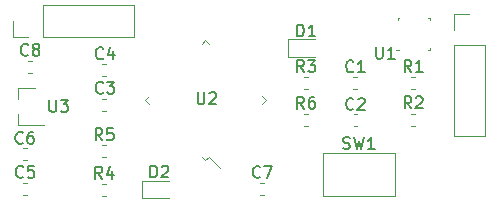
<source format=gto>
G04 #@! TF.GenerationSoftware,KiCad,Pcbnew,(5.1.5)-3*
G04 #@! TF.CreationDate,2021-06-16T23:05:42+07:00*
G04 #@! TF.ProjectId,meteo_mini,6d657465-6f5f-46d6-996e-692e6b696361,rev?*
G04 #@! TF.SameCoordinates,Original*
G04 #@! TF.FileFunction,Legend,Top*
G04 #@! TF.FilePolarity,Positive*
%FSLAX46Y46*%
G04 Gerber Fmt 4.6, Leading zero omitted, Abs format (unit mm)*
G04 Created by KiCad (PCBNEW (5.1.5)-3) date 2021-06-16 23:05:42*
%MOMM*%
%LPD*%
G04 APERTURE LIST*
%ADD10C,0.120000*%
%ADD11C,0.100000*%
%ADD12C,0.150000*%
%ADD13O,1.800000X1.800000*%
%ADD14R,1.800000X1.800000*%
%ADD15O,3.600000X2.000000*%
%ADD16C,1.200000*%
%ADD17R,1.000000X0.900000*%
%ADD18R,0.600000X0.450000*%
%ADD19R,2.280000X1.700000*%
G04 APERTURE END LIST*
D10*
X105762303Y-46006344D02*
X106674471Y-46918512D01*
X105444105Y-46324542D02*
X105762303Y-46006344D01*
X105125907Y-46006344D02*
X105444105Y-46324542D01*
X100338794Y-41219231D02*
X100656992Y-40901033D01*
X100656992Y-41537429D02*
X100338794Y-41219231D01*
X110549416Y-41219231D02*
X110231218Y-41537429D01*
X110231218Y-40901033D02*
X110549416Y-41219231D01*
X105444105Y-36113920D02*
X105125907Y-36432118D01*
X105762303Y-36432118D02*
X105444105Y-36113920D01*
X89987221Y-48240000D02*
X90312779Y-48240000D01*
X89987221Y-49260000D02*
X90312779Y-49260000D01*
X89974721Y-46260000D02*
X90300279Y-46260000D01*
X89974721Y-45240000D02*
X90300279Y-45240000D01*
X90725279Y-37890000D02*
X90399721Y-37890000D01*
X90725279Y-38910000D02*
X90399721Y-38910000D01*
X97000279Y-42110000D02*
X96674721Y-42110000D01*
X97000279Y-41090000D02*
X96674721Y-41090000D01*
X97025279Y-38190000D02*
X96699721Y-38190000D01*
X97025279Y-39210000D02*
X96699721Y-39210000D01*
X110400279Y-49260000D02*
X110074721Y-49260000D01*
X110400279Y-48240000D02*
X110074721Y-48240000D01*
X118300279Y-40310000D02*
X117974721Y-40310000D01*
X118300279Y-39290000D02*
X117974721Y-39290000D01*
X118312779Y-42390000D02*
X117987221Y-42390000D01*
X118312779Y-43410000D02*
X117987221Y-43410000D01*
X114762500Y-36065000D02*
X112477500Y-36065000D01*
X112477500Y-36065000D02*
X112477500Y-37535000D01*
X112477500Y-37535000D02*
X114762500Y-37535000D01*
X100077500Y-49535000D02*
X102362500Y-49535000D01*
X100077500Y-48065000D02*
X100077500Y-49535000D01*
X102362500Y-48065000D02*
X100077500Y-48065000D01*
X126470000Y-44230000D02*
X129130000Y-44230000D01*
X126470000Y-36550000D02*
X126470000Y-44230000D01*
X129130000Y-36550000D02*
X129130000Y-44230000D01*
X126470000Y-36550000D02*
X129130000Y-36550000D01*
X126470000Y-35280000D02*
X126470000Y-33950000D01*
X126470000Y-33950000D02*
X127800000Y-33950000D01*
X89120000Y-35830000D02*
X89120000Y-34500000D01*
X90450000Y-35830000D02*
X89120000Y-35830000D01*
X91720000Y-35830000D02*
X91720000Y-33170000D01*
X91720000Y-33170000D02*
X99400000Y-33170000D01*
X91720000Y-35830000D02*
X99400000Y-35830000D01*
X99400000Y-35830000D02*
X99400000Y-33170000D01*
X97000279Y-46010000D02*
X96674721Y-46010000D01*
X97000279Y-44990000D02*
X96674721Y-44990000D01*
X113799721Y-43410000D02*
X114125279Y-43410000D01*
X113799721Y-42390000D02*
X114125279Y-42390000D01*
X122887221Y-40310000D02*
X123212779Y-40310000D01*
X122887221Y-39290000D02*
X123212779Y-39290000D01*
X122887221Y-42390000D02*
X123212779Y-42390000D01*
X122887221Y-43410000D02*
X123212779Y-43410000D01*
X113799721Y-40310000D02*
X114125279Y-40310000D01*
X113799721Y-39290000D02*
X114125279Y-39290000D01*
X97025279Y-49310000D02*
X96699721Y-49310000D01*
X97025279Y-48290000D02*
X96699721Y-48290000D01*
X89590000Y-40170000D02*
X91050000Y-40170000D01*
X89590000Y-43330000D02*
X91750000Y-43330000D01*
X89590000Y-43330000D02*
X89590000Y-42400000D01*
X89590000Y-40170000D02*
X89590000Y-41100000D01*
D11*
X121875000Y-36950000D02*
X121625000Y-36950000D01*
X121725000Y-34250000D02*
X121875000Y-34250000D01*
X121725000Y-34400000D02*
X121725000Y-34250000D01*
X124425000Y-34250000D02*
X124425000Y-34400000D01*
X124425000Y-34250000D02*
X124275000Y-34250000D01*
X124425000Y-36950000D02*
X124275000Y-36950000D01*
X124435000Y-36950000D02*
X124435000Y-36800000D01*
D10*
X115380000Y-49310000D02*
X115380000Y-45690000D01*
X121500000Y-49310000D02*
X115380000Y-49310000D01*
X121500000Y-45690000D02*
X121500000Y-49310000D01*
X115380000Y-45690000D02*
X121500000Y-45690000D01*
D12*
X104788095Y-40552380D02*
X104788095Y-41361904D01*
X104835714Y-41457142D01*
X104883333Y-41504761D01*
X104978571Y-41552380D01*
X105169047Y-41552380D01*
X105264285Y-41504761D01*
X105311904Y-41457142D01*
X105359523Y-41361904D01*
X105359523Y-40552380D01*
X105788095Y-40647619D02*
X105835714Y-40600000D01*
X105930952Y-40552380D01*
X106169047Y-40552380D01*
X106264285Y-40600000D01*
X106311904Y-40647619D01*
X106359523Y-40742857D01*
X106359523Y-40838095D01*
X106311904Y-40980952D01*
X105740476Y-41552380D01*
X106359523Y-41552380D01*
X90014333Y-47680142D02*
X89966714Y-47727761D01*
X89823857Y-47775380D01*
X89728619Y-47775380D01*
X89585761Y-47727761D01*
X89490523Y-47632523D01*
X89442904Y-47537285D01*
X89395285Y-47346809D01*
X89395285Y-47203952D01*
X89442904Y-47013476D01*
X89490523Y-46918238D01*
X89585761Y-46823000D01*
X89728619Y-46775380D01*
X89823857Y-46775380D01*
X89966714Y-46823000D01*
X90014333Y-46870619D01*
X90919095Y-46775380D02*
X90442904Y-46775380D01*
X90395285Y-47251571D01*
X90442904Y-47203952D01*
X90538142Y-47156333D01*
X90776238Y-47156333D01*
X90871476Y-47203952D01*
X90919095Y-47251571D01*
X90966714Y-47346809D01*
X90966714Y-47584904D01*
X90919095Y-47680142D01*
X90871476Y-47727761D01*
X90776238Y-47775380D01*
X90538142Y-47775380D01*
X90442904Y-47727761D01*
X90395285Y-47680142D01*
X89983333Y-44807142D02*
X89935714Y-44854761D01*
X89792857Y-44902380D01*
X89697619Y-44902380D01*
X89554761Y-44854761D01*
X89459523Y-44759523D01*
X89411904Y-44664285D01*
X89364285Y-44473809D01*
X89364285Y-44330952D01*
X89411904Y-44140476D01*
X89459523Y-44045238D01*
X89554761Y-43950000D01*
X89697619Y-43902380D01*
X89792857Y-43902380D01*
X89935714Y-43950000D01*
X89983333Y-43997619D01*
X90840476Y-43902380D02*
X90650000Y-43902380D01*
X90554761Y-43950000D01*
X90507142Y-43997619D01*
X90411904Y-44140476D01*
X90364285Y-44330952D01*
X90364285Y-44711904D01*
X90411904Y-44807142D01*
X90459523Y-44854761D01*
X90554761Y-44902380D01*
X90745238Y-44902380D01*
X90840476Y-44854761D01*
X90888095Y-44807142D01*
X90935714Y-44711904D01*
X90935714Y-44473809D01*
X90888095Y-44378571D01*
X90840476Y-44330952D01*
X90745238Y-44283333D01*
X90554761Y-44283333D01*
X90459523Y-44330952D01*
X90411904Y-44378571D01*
X90364285Y-44473809D01*
X90433333Y-37357142D02*
X90385714Y-37404761D01*
X90242857Y-37452380D01*
X90147619Y-37452380D01*
X90004761Y-37404761D01*
X89909523Y-37309523D01*
X89861904Y-37214285D01*
X89814285Y-37023809D01*
X89814285Y-36880952D01*
X89861904Y-36690476D01*
X89909523Y-36595238D01*
X90004761Y-36500000D01*
X90147619Y-36452380D01*
X90242857Y-36452380D01*
X90385714Y-36500000D01*
X90433333Y-36547619D01*
X91004761Y-36880952D02*
X90909523Y-36833333D01*
X90861904Y-36785714D01*
X90814285Y-36690476D01*
X90814285Y-36642857D01*
X90861904Y-36547619D01*
X90909523Y-36500000D01*
X91004761Y-36452380D01*
X91195238Y-36452380D01*
X91290476Y-36500000D01*
X91338095Y-36547619D01*
X91385714Y-36642857D01*
X91385714Y-36690476D01*
X91338095Y-36785714D01*
X91290476Y-36833333D01*
X91195238Y-36880952D01*
X91004761Y-36880952D01*
X90909523Y-36928571D01*
X90861904Y-36976190D01*
X90814285Y-37071428D01*
X90814285Y-37261904D01*
X90861904Y-37357142D01*
X90909523Y-37404761D01*
X91004761Y-37452380D01*
X91195238Y-37452380D01*
X91290476Y-37404761D01*
X91338095Y-37357142D01*
X91385714Y-37261904D01*
X91385714Y-37071428D01*
X91338095Y-36976190D01*
X91290476Y-36928571D01*
X91195238Y-36880952D01*
X96783333Y-40557142D02*
X96735714Y-40604761D01*
X96592857Y-40652380D01*
X96497619Y-40652380D01*
X96354761Y-40604761D01*
X96259523Y-40509523D01*
X96211904Y-40414285D01*
X96164285Y-40223809D01*
X96164285Y-40080952D01*
X96211904Y-39890476D01*
X96259523Y-39795238D01*
X96354761Y-39700000D01*
X96497619Y-39652380D01*
X96592857Y-39652380D01*
X96735714Y-39700000D01*
X96783333Y-39747619D01*
X97116666Y-39652380D02*
X97735714Y-39652380D01*
X97402380Y-40033333D01*
X97545238Y-40033333D01*
X97640476Y-40080952D01*
X97688095Y-40128571D01*
X97735714Y-40223809D01*
X97735714Y-40461904D01*
X97688095Y-40557142D01*
X97640476Y-40604761D01*
X97545238Y-40652380D01*
X97259523Y-40652380D01*
X97164285Y-40604761D01*
X97116666Y-40557142D01*
X96783333Y-37657142D02*
X96735714Y-37704761D01*
X96592857Y-37752380D01*
X96497619Y-37752380D01*
X96354761Y-37704761D01*
X96259523Y-37609523D01*
X96211904Y-37514285D01*
X96164285Y-37323809D01*
X96164285Y-37180952D01*
X96211904Y-36990476D01*
X96259523Y-36895238D01*
X96354761Y-36800000D01*
X96497619Y-36752380D01*
X96592857Y-36752380D01*
X96735714Y-36800000D01*
X96783333Y-36847619D01*
X97640476Y-37085714D02*
X97640476Y-37752380D01*
X97402380Y-36704761D02*
X97164285Y-37419047D01*
X97783333Y-37419047D01*
X110083333Y-47707142D02*
X110035714Y-47754761D01*
X109892857Y-47802380D01*
X109797619Y-47802380D01*
X109654761Y-47754761D01*
X109559523Y-47659523D01*
X109511904Y-47564285D01*
X109464285Y-47373809D01*
X109464285Y-47230952D01*
X109511904Y-47040476D01*
X109559523Y-46945238D01*
X109654761Y-46850000D01*
X109797619Y-46802380D01*
X109892857Y-46802380D01*
X110035714Y-46850000D01*
X110083333Y-46897619D01*
X110416666Y-46802380D02*
X111083333Y-46802380D01*
X110654761Y-47802380D01*
X117983333Y-38757142D02*
X117935714Y-38804761D01*
X117792857Y-38852380D01*
X117697619Y-38852380D01*
X117554761Y-38804761D01*
X117459523Y-38709523D01*
X117411904Y-38614285D01*
X117364285Y-38423809D01*
X117364285Y-38280952D01*
X117411904Y-38090476D01*
X117459523Y-37995238D01*
X117554761Y-37900000D01*
X117697619Y-37852380D01*
X117792857Y-37852380D01*
X117935714Y-37900000D01*
X117983333Y-37947619D01*
X118935714Y-38852380D02*
X118364285Y-38852380D01*
X118650000Y-38852380D02*
X118650000Y-37852380D01*
X118554761Y-37995238D01*
X118459523Y-38090476D01*
X118364285Y-38138095D01*
X117983333Y-41957142D02*
X117935714Y-42004761D01*
X117792857Y-42052380D01*
X117697619Y-42052380D01*
X117554761Y-42004761D01*
X117459523Y-41909523D01*
X117411904Y-41814285D01*
X117364285Y-41623809D01*
X117364285Y-41480952D01*
X117411904Y-41290476D01*
X117459523Y-41195238D01*
X117554761Y-41100000D01*
X117697619Y-41052380D01*
X117792857Y-41052380D01*
X117935714Y-41100000D01*
X117983333Y-41147619D01*
X118364285Y-41147619D02*
X118411904Y-41100000D01*
X118507142Y-41052380D01*
X118745238Y-41052380D01*
X118840476Y-41100000D01*
X118888095Y-41147619D01*
X118935714Y-41242857D01*
X118935714Y-41338095D01*
X118888095Y-41480952D01*
X118316666Y-42052380D01*
X118935714Y-42052380D01*
X113224404Y-35822380D02*
X113224404Y-34822380D01*
X113462500Y-34822380D01*
X113605357Y-34870000D01*
X113700595Y-34965238D01*
X113748214Y-35060476D01*
X113795833Y-35250952D01*
X113795833Y-35393809D01*
X113748214Y-35584285D01*
X113700595Y-35679523D01*
X113605357Y-35774761D01*
X113462500Y-35822380D01*
X113224404Y-35822380D01*
X114748214Y-35822380D02*
X114176785Y-35822380D01*
X114462500Y-35822380D02*
X114462500Y-34822380D01*
X114367261Y-34965238D01*
X114272023Y-35060476D01*
X114176785Y-35108095D01*
X100786904Y-47752380D02*
X100786904Y-46752380D01*
X101025000Y-46752380D01*
X101167857Y-46800000D01*
X101263095Y-46895238D01*
X101310714Y-46990476D01*
X101358333Y-47180952D01*
X101358333Y-47323809D01*
X101310714Y-47514285D01*
X101263095Y-47609523D01*
X101167857Y-47704761D01*
X101025000Y-47752380D01*
X100786904Y-47752380D01*
X101739285Y-46847619D02*
X101786904Y-46800000D01*
X101882142Y-46752380D01*
X102120238Y-46752380D01*
X102215476Y-46800000D01*
X102263095Y-46847619D01*
X102310714Y-46942857D01*
X102310714Y-47038095D01*
X102263095Y-47180952D01*
X101691666Y-47752380D01*
X102310714Y-47752380D01*
X96720833Y-44602380D02*
X96387500Y-44126190D01*
X96149404Y-44602380D02*
X96149404Y-43602380D01*
X96530357Y-43602380D01*
X96625595Y-43650000D01*
X96673214Y-43697619D01*
X96720833Y-43792857D01*
X96720833Y-43935714D01*
X96673214Y-44030952D01*
X96625595Y-44078571D01*
X96530357Y-44126190D01*
X96149404Y-44126190D01*
X97625595Y-43602380D02*
X97149404Y-43602380D01*
X97101785Y-44078571D01*
X97149404Y-44030952D01*
X97244642Y-43983333D01*
X97482738Y-43983333D01*
X97577976Y-44030952D01*
X97625595Y-44078571D01*
X97673214Y-44173809D01*
X97673214Y-44411904D01*
X97625595Y-44507142D01*
X97577976Y-44554761D01*
X97482738Y-44602380D01*
X97244642Y-44602380D01*
X97149404Y-44554761D01*
X97101785Y-44507142D01*
X113795833Y-41922380D02*
X113462500Y-41446190D01*
X113224404Y-41922380D02*
X113224404Y-40922380D01*
X113605357Y-40922380D01*
X113700595Y-40970000D01*
X113748214Y-41017619D01*
X113795833Y-41112857D01*
X113795833Y-41255714D01*
X113748214Y-41350952D01*
X113700595Y-41398571D01*
X113605357Y-41446190D01*
X113224404Y-41446190D01*
X114652976Y-40922380D02*
X114462500Y-40922380D01*
X114367261Y-40970000D01*
X114319642Y-41017619D01*
X114224404Y-41160476D01*
X114176785Y-41350952D01*
X114176785Y-41731904D01*
X114224404Y-41827142D01*
X114272023Y-41874761D01*
X114367261Y-41922380D01*
X114557738Y-41922380D01*
X114652976Y-41874761D01*
X114700595Y-41827142D01*
X114748214Y-41731904D01*
X114748214Y-41493809D01*
X114700595Y-41398571D01*
X114652976Y-41350952D01*
X114557738Y-41303333D01*
X114367261Y-41303333D01*
X114272023Y-41350952D01*
X114224404Y-41398571D01*
X114176785Y-41493809D01*
X122883333Y-38822380D02*
X122550000Y-38346190D01*
X122311904Y-38822380D02*
X122311904Y-37822380D01*
X122692857Y-37822380D01*
X122788095Y-37870000D01*
X122835714Y-37917619D01*
X122883333Y-38012857D01*
X122883333Y-38155714D01*
X122835714Y-38250952D01*
X122788095Y-38298571D01*
X122692857Y-38346190D01*
X122311904Y-38346190D01*
X123835714Y-38822380D02*
X123264285Y-38822380D01*
X123550000Y-38822380D02*
X123550000Y-37822380D01*
X123454761Y-37965238D01*
X123359523Y-38060476D01*
X123264285Y-38108095D01*
X122883333Y-41902380D02*
X122550000Y-41426190D01*
X122311904Y-41902380D02*
X122311904Y-40902380D01*
X122692857Y-40902380D01*
X122788095Y-40950000D01*
X122835714Y-40997619D01*
X122883333Y-41092857D01*
X122883333Y-41235714D01*
X122835714Y-41330952D01*
X122788095Y-41378571D01*
X122692857Y-41426190D01*
X122311904Y-41426190D01*
X123264285Y-40997619D02*
X123311904Y-40950000D01*
X123407142Y-40902380D01*
X123645238Y-40902380D01*
X123740476Y-40950000D01*
X123788095Y-40997619D01*
X123835714Y-41092857D01*
X123835714Y-41188095D01*
X123788095Y-41330952D01*
X123216666Y-41902380D01*
X123835714Y-41902380D01*
X113795833Y-38822380D02*
X113462500Y-38346190D01*
X113224404Y-38822380D02*
X113224404Y-37822380D01*
X113605357Y-37822380D01*
X113700595Y-37870000D01*
X113748214Y-37917619D01*
X113795833Y-38012857D01*
X113795833Y-38155714D01*
X113748214Y-38250952D01*
X113700595Y-38298571D01*
X113605357Y-38346190D01*
X113224404Y-38346190D01*
X114129166Y-37822380D02*
X114748214Y-37822380D01*
X114414880Y-38203333D01*
X114557738Y-38203333D01*
X114652976Y-38250952D01*
X114700595Y-38298571D01*
X114748214Y-38393809D01*
X114748214Y-38631904D01*
X114700595Y-38727142D01*
X114652976Y-38774761D01*
X114557738Y-38822380D01*
X114272023Y-38822380D01*
X114176785Y-38774761D01*
X114129166Y-38727142D01*
X96708333Y-47852380D02*
X96375000Y-47376190D01*
X96136904Y-47852380D02*
X96136904Y-46852380D01*
X96517857Y-46852380D01*
X96613095Y-46900000D01*
X96660714Y-46947619D01*
X96708333Y-47042857D01*
X96708333Y-47185714D01*
X96660714Y-47280952D01*
X96613095Y-47328571D01*
X96517857Y-47376190D01*
X96136904Y-47376190D01*
X97565476Y-47185714D02*
X97565476Y-47852380D01*
X97327380Y-46804761D02*
X97089285Y-47519047D01*
X97708333Y-47519047D01*
X92238095Y-41202380D02*
X92238095Y-42011904D01*
X92285714Y-42107142D01*
X92333333Y-42154761D01*
X92428571Y-42202380D01*
X92619047Y-42202380D01*
X92714285Y-42154761D01*
X92761904Y-42107142D01*
X92809523Y-42011904D01*
X92809523Y-41202380D01*
X93190476Y-41202380D02*
X93809523Y-41202380D01*
X93476190Y-41583333D01*
X93619047Y-41583333D01*
X93714285Y-41630952D01*
X93761904Y-41678571D01*
X93809523Y-41773809D01*
X93809523Y-42011904D01*
X93761904Y-42107142D01*
X93714285Y-42154761D01*
X93619047Y-42202380D01*
X93333333Y-42202380D01*
X93238095Y-42154761D01*
X93190476Y-42107142D01*
X119888095Y-36702380D02*
X119888095Y-37511904D01*
X119935714Y-37607142D01*
X119983333Y-37654761D01*
X120078571Y-37702380D01*
X120269047Y-37702380D01*
X120364285Y-37654761D01*
X120411904Y-37607142D01*
X120459523Y-37511904D01*
X120459523Y-36702380D01*
X121459523Y-37702380D02*
X120888095Y-37702380D01*
X121173809Y-37702380D02*
X121173809Y-36702380D01*
X121078571Y-36845238D01*
X120983333Y-36940476D01*
X120888095Y-36988095D01*
X117106666Y-45304761D02*
X117249523Y-45352380D01*
X117487619Y-45352380D01*
X117582857Y-45304761D01*
X117630476Y-45257142D01*
X117678095Y-45161904D01*
X117678095Y-45066666D01*
X117630476Y-44971428D01*
X117582857Y-44923809D01*
X117487619Y-44876190D01*
X117297142Y-44828571D01*
X117201904Y-44780952D01*
X117154285Y-44733333D01*
X117106666Y-44638095D01*
X117106666Y-44542857D01*
X117154285Y-44447619D01*
X117201904Y-44400000D01*
X117297142Y-44352380D01*
X117535238Y-44352380D01*
X117678095Y-44400000D01*
X118011428Y-44352380D02*
X118249523Y-45352380D01*
X118440000Y-44638095D01*
X118630476Y-45352380D01*
X118868571Y-44352380D01*
X119773333Y-45352380D02*
X119201904Y-45352380D01*
X119487619Y-45352380D02*
X119487619Y-44352380D01*
X119392380Y-44495238D01*
X119297142Y-44590476D01*
X119201904Y-44638095D01*
%LPC*%
D11*
G36*
X106037270Y-45450742D02*
G01*
X106046977Y-45452181D01*
X106056496Y-45454566D01*
X106065736Y-45457872D01*
X106074608Y-45462068D01*
X106083025Y-45467113D01*
X106090907Y-45472959D01*
X106098179Y-45479549D01*
X107070451Y-46451821D01*
X107077041Y-46459093D01*
X107082887Y-46466975D01*
X107087932Y-46475392D01*
X107092128Y-46484264D01*
X107095434Y-46493504D01*
X107097819Y-46503023D01*
X107099258Y-46512730D01*
X107099740Y-46522532D01*
X107099258Y-46532334D01*
X107097819Y-46542041D01*
X107095434Y-46551560D01*
X107092128Y-46560800D01*
X107087932Y-46569672D01*
X107082887Y-46578089D01*
X107077041Y-46585971D01*
X107070451Y-46593243D01*
X106929029Y-46734665D01*
X106921757Y-46741255D01*
X106913875Y-46747101D01*
X106905458Y-46752146D01*
X106896586Y-46756342D01*
X106887346Y-46759648D01*
X106877827Y-46762033D01*
X106868120Y-46763472D01*
X106858318Y-46763954D01*
X106848516Y-46763472D01*
X106838809Y-46762033D01*
X106829290Y-46759648D01*
X106820050Y-46756342D01*
X106811178Y-46752146D01*
X106802761Y-46747101D01*
X106794879Y-46741255D01*
X106787607Y-46734665D01*
X105815335Y-45762393D01*
X105808745Y-45755121D01*
X105802899Y-45747239D01*
X105797854Y-45738822D01*
X105793658Y-45729950D01*
X105790352Y-45720710D01*
X105787967Y-45711191D01*
X105786528Y-45701484D01*
X105786046Y-45691682D01*
X105786528Y-45681880D01*
X105787967Y-45672173D01*
X105790352Y-45662654D01*
X105793658Y-45653414D01*
X105797854Y-45644542D01*
X105802899Y-45636125D01*
X105808745Y-45628243D01*
X105815335Y-45620971D01*
X105956757Y-45479549D01*
X105964029Y-45472959D01*
X105971911Y-45467113D01*
X105980328Y-45462068D01*
X105989200Y-45457872D01*
X105998440Y-45454566D01*
X106007959Y-45452181D01*
X106017666Y-45450742D01*
X106027468Y-45450260D01*
X106037270Y-45450742D01*
G37*
G36*
X106390824Y-45097188D02*
G01*
X106400531Y-45098627D01*
X106410050Y-45101012D01*
X106419290Y-45104318D01*
X106428162Y-45108514D01*
X106436579Y-45113559D01*
X106444461Y-45119405D01*
X106451733Y-45125995D01*
X107424005Y-46098267D01*
X107430595Y-46105539D01*
X107436441Y-46113421D01*
X107441486Y-46121838D01*
X107445682Y-46130710D01*
X107448988Y-46139950D01*
X107451373Y-46149469D01*
X107452812Y-46159176D01*
X107453294Y-46168978D01*
X107452812Y-46178780D01*
X107451373Y-46188487D01*
X107448988Y-46198006D01*
X107445682Y-46207246D01*
X107441486Y-46216118D01*
X107436441Y-46224535D01*
X107430595Y-46232417D01*
X107424005Y-46239689D01*
X107282583Y-46381111D01*
X107275311Y-46387701D01*
X107267429Y-46393547D01*
X107259012Y-46398592D01*
X107250140Y-46402788D01*
X107240900Y-46406094D01*
X107231381Y-46408479D01*
X107221674Y-46409918D01*
X107211872Y-46410400D01*
X107202070Y-46409918D01*
X107192363Y-46408479D01*
X107182844Y-46406094D01*
X107173604Y-46402788D01*
X107164732Y-46398592D01*
X107156315Y-46393547D01*
X107148433Y-46387701D01*
X107141161Y-46381111D01*
X106168889Y-45408839D01*
X106162299Y-45401567D01*
X106156453Y-45393685D01*
X106151408Y-45385268D01*
X106147212Y-45376396D01*
X106143906Y-45367156D01*
X106141521Y-45357637D01*
X106140082Y-45347930D01*
X106139600Y-45338128D01*
X106140082Y-45328326D01*
X106141521Y-45318619D01*
X106143906Y-45309100D01*
X106147212Y-45299860D01*
X106151408Y-45290988D01*
X106156453Y-45282571D01*
X106162299Y-45274689D01*
X106168889Y-45267417D01*
X106310311Y-45125995D01*
X106317583Y-45119405D01*
X106325465Y-45113559D01*
X106333882Y-45108514D01*
X106342754Y-45104318D01*
X106351994Y-45101012D01*
X106361513Y-45098627D01*
X106371220Y-45097188D01*
X106381022Y-45096706D01*
X106390824Y-45097188D01*
G37*
G36*
X106744377Y-44743635D02*
G01*
X106754084Y-44745074D01*
X106763603Y-44747459D01*
X106772843Y-44750765D01*
X106781715Y-44754961D01*
X106790132Y-44760006D01*
X106798014Y-44765852D01*
X106805286Y-44772442D01*
X107777558Y-45744714D01*
X107784148Y-45751986D01*
X107789994Y-45759868D01*
X107795039Y-45768285D01*
X107799235Y-45777157D01*
X107802541Y-45786397D01*
X107804926Y-45795916D01*
X107806365Y-45805623D01*
X107806847Y-45815425D01*
X107806365Y-45825227D01*
X107804926Y-45834934D01*
X107802541Y-45844453D01*
X107799235Y-45853693D01*
X107795039Y-45862565D01*
X107789994Y-45870982D01*
X107784148Y-45878864D01*
X107777558Y-45886136D01*
X107636136Y-46027558D01*
X107628864Y-46034148D01*
X107620982Y-46039994D01*
X107612565Y-46045039D01*
X107603693Y-46049235D01*
X107594453Y-46052541D01*
X107584934Y-46054926D01*
X107575227Y-46056365D01*
X107565425Y-46056847D01*
X107555623Y-46056365D01*
X107545916Y-46054926D01*
X107536397Y-46052541D01*
X107527157Y-46049235D01*
X107518285Y-46045039D01*
X107509868Y-46039994D01*
X107501986Y-46034148D01*
X107494714Y-46027558D01*
X106522442Y-45055286D01*
X106515852Y-45048014D01*
X106510006Y-45040132D01*
X106504961Y-45031715D01*
X106500765Y-45022843D01*
X106497459Y-45013603D01*
X106495074Y-45004084D01*
X106493635Y-44994377D01*
X106493153Y-44984575D01*
X106493635Y-44974773D01*
X106495074Y-44965066D01*
X106497459Y-44955547D01*
X106500765Y-44946307D01*
X106504961Y-44937435D01*
X106510006Y-44929018D01*
X106515852Y-44921136D01*
X106522442Y-44913864D01*
X106663864Y-44772442D01*
X106671136Y-44765852D01*
X106679018Y-44760006D01*
X106687435Y-44754961D01*
X106696307Y-44750765D01*
X106705547Y-44747459D01*
X106715066Y-44745074D01*
X106724773Y-44743635D01*
X106734575Y-44743153D01*
X106744377Y-44743635D01*
G37*
G36*
X107097931Y-44390081D02*
G01*
X107107638Y-44391520D01*
X107117157Y-44393905D01*
X107126397Y-44397211D01*
X107135269Y-44401407D01*
X107143686Y-44406452D01*
X107151568Y-44412298D01*
X107158840Y-44418888D01*
X108131112Y-45391160D01*
X108137702Y-45398432D01*
X108143548Y-45406314D01*
X108148593Y-45414731D01*
X108152789Y-45423603D01*
X108156095Y-45432843D01*
X108158480Y-45442362D01*
X108159919Y-45452069D01*
X108160401Y-45461871D01*
X108159919Y-45471673D01*
X108158480Y-45481380D01*
X108156095Y-45490899D01*
X108152789Y-45500139D01*
X108148593Y-45509011D01*
X108143548Y-45517428D01*
X108137702Y-45525310D01*
X108131112Y-45532582D01*
X107989690Y-45674004D01*
X107982418Y-45680594D01*
X107974536Y-45686440D01*
X107966119Y-45691485D01*
X107957247Y-45695681D01*
X107948007Y-45698987D01*
X107938488Y-45701372D01*
X107928781Y-45702811D01*
X107918979Y-45703293D01*
X107909177Y-45702811D01*
X107899470Y-45701372D01*
X107889951Y-45698987D01*
X107880711Y-45695681D01*
X107871839Y-45691485D01*
X107863422Y-45686440D01*
X107855540Y-45680594D01*
X107848268Y-45674004D01*
X106875996Y-44701732D01*
X106869406Y-44694460D01*
X106863560Y-44686578D01*
X106858515Y-44678161D01*
X106854319Y-44669289D01*
X106851013Y-44660049D01*
X106848628Y-44650530D01*
X106847189Y-44640823D01*
X106846707Y-44631021D01*
X106847189Y-44621219D01*
X106848628Y-44611512D01*
X106851013Y-44601993D01*
X106854319Y-44592753D01*
X106858515Y-44583881D01*
X106863560Y-44575464D01*
X106869406Y-44567582D01*
X106875996Y-44560310D01*
X107017418Y-44418888D01*
X107024690Y-44412298D01*
X107032572Y-44406452D01*
X107040989Y-44401407D01*
X107049861Y-44397211D01*
X107059101Y-44393905D01*
X107068620Y-44391520D01*
X107078327Y-44390081D01*
X107088129Y-44389599D01*
X107097931Y-44390081D01*
G37*
G36*
X107451484Y-44036528D02*
G01*
X107461191Y-44037967D01*
X107470710Y-44040352D01*
X107479950Y-44043658D01*
X107488822Y-44047854D01*
X107497239Y-44052899D01*
X107505121Y-44058745D01*
X107512393Y-44065335D01*
X108484665Y-45037607D01*
X108491255Y-45044879D01*
X108497101Y-45052761D01*
X108502146Y-45061178D01*
X108506342Y-45070050D01*
X108509648Y-45079290D01*
X108512033Y-45088809D01*
X108513472Y-45098516D01*
X108513954Y-45108318D01*
X108513472Y-45118120D01*
X108512033Y-45127827D01*
X108509648Y-45137346D01*
X108506342Y-45146586D01*
X108502146Y-45155458D01*
X108497101Y-45163875D01*
X108491255Y-45171757D01*
X108484665Y-45179029D01*
X108343243Y-45320451D01*
X108335971Y-45327041D01*
X108328089Y-45332887D01*
X108319672Y-45337932D01*
X108310800Y-45342128D01*
X108301560Y-45345434D01*
X108292041Y-45347819D01*
X108282334Y-45349258D01*
X108272532Y-45349740D01*
X108262730Y-45349258D01*
X108253023Y-45347819D01*
X108243504Y-45345434D01*
X108234264Y-45342128D01*
X108225392Y-45337932D01*
X108216975Y-45332887D01*
X108209093Y-45327041D01*
X108201821Y-45320451D01*
X107229549Y-44348179D01*
X107222959Y-44340907D01*
X107217113Y-44333025D01*
X107212068Y-44324608D01*
X107207872Y-44315736D01*
X107204566Y-44306496D01*
X107202181Y-44296977D01*
X107200742Y-44287270D01*
X107200260Y-44277468D01*
X107200742Y-44267666D01*
X107202181Y-44257959D01*
X107204566Y-44248440D01*
X107207872Y-44239200D01*
X107212068Y-44230328D01*
X107217113Y-44221911D01*
X107222959Y-44214029D01*
X107229549Y-44206757D01*
X107370971Y-44065335D01*
X107378243Y-44058745D01*
X107386125Y-44052899D01*
X107394542Y-44047854D01*
X107403414Y-44043658D01*
X107412654Y-44040352D01*
X107422173Y-44037967D01*
X107431880Y-44036528D01*
X107441682Y-44036046D01*
X107451484Y-44036528D01*
G37*
G36*
X107805037Y-43682975D02*
G01*
X107814744Y-43684414D01*
X107824263Y-43686799D01*
X107833503Y-43690105D01*
X107842375Y-43694301D01*
X107850792Y-43699346D01*
X107858674Y-43705192D01*
X107865946Y-43711782D01*
X108838218Y-44684054D01*
X108844808Y-44691326D01*
X108850654Y-44699208D01*
X108855699Y-44707625D01*
X108859895Y-44716497D01*
X108863201Y-44725737D01*
X108865586Y-44735256D01*
X108867025Y-44744963D01*
X108867507Y-44754765D01*
X108867025Y-44764567D01*
X108865586Y-44774274D01*
X108863201Y-44783793D01*
X108859895Y-44793033D01*
X108855699Y-44801905D01*
X108850654Y-44810322D01*
X108844808Y-44818204D01*
X108838218Y-44825476D01*
X108696796Y-44966898D01*
X108689524Y-44973488D01*
X108681642Y-44979334D01*
X108673225Y-44984379D01*
X108664353Y-44988575D01*
X108655113Y-44991881D01*
X108645594Y-44994266D01*
X108635887Y-44995705D01*
X108626085Y-44996187D01*
X108616283Y-44995705D01*
X108606576Y-44994266D01*
X108597057Y-44991881D01*
X108587817Y-44988575D01*
X108578945Y-44984379D01*
X108570528Y-44979334D01*
X108562646Y-44973488D01*
X108555374Y-44966898D01*
X107583102Y-43994626D01*
X107576512Y-43987354D01*
X107570666Y-43979472D01*
X107565621Y-43971055D01*
X107561425Y-43962183D01*
X107558119Y-43952943D01*
X107555734Y-43943424D01*
X107554295Y-43933717D01*
X107553813Y-43923915D01*
X107554295Y-43914113D01*
X107555734Y-43904406D01*
X107558119Y-43894887D01*
X107561425Y-43885647D01*
X107565621Y-43876775D01*
X107570666Y-43868358D01*
X107576512Y-43860476D01*
X107583102Y-43853204D01*
X107724524Y-43711782D01*
X107731796Y-43705192D01*
X107739678Y-43699346D01*
X107748095Y-43694301D01*
X107756967Y-43690105D01*
X107766207Y-43686799D01*
X107775726Y-43684414D01*
X107785433Y-43682975D01*
X107795235Y-43682493D01*
X107805037Y-43682975D01*
G37*
G36*
X108158591Y-43329421D02*
G01*
X108168298Y-43330860D01*
X108177817Y-43333245D01*
X108187057Y-43336551D01*
X108195929Y-43340747D01*
X108204346Y-43345792D01*
X108212228Y-43351638D01*
X108219500Y-43358228D01*
X109191772Y-44330500D01*
X109198362Y-44337772D01*
X109204208Y-44345654D01*
X109209253Y-44354071D01*
X109213449Y-44362943D01*
X109216755Y-44372183D01*
X109219140Y-44381702D01*
X109220579Y-44391409D01*
X109221061Y-44401211D01*
X109220579Y-44411013D01*
X109219140Y-44420720D01*
X109216755Y-44430239D01*
X109213449Y-44439479D01*
X109209253Y-44448351D01*
X109204208Y-44456768D01*
X109198362Y-44464650D01*
X109191772Y-44471922D01*
X109050350Y-44613344D01*
X109043078Y-44619934D01*
X109035196Y-44625780D01*
X109026779Y-44630825D01*
X109017907Y-44635021D01*
X109008667Y-44638327D01*
X108999148Y-44640712D01*
X108989441Y-44642151D01*
X108979639Y-44642633D01*
X108969837Y-44642151D01*
X108960130Y-44640712D01*
X108950611Y-44638327D01*
X108941371Y-44635021D01*
X108932499Y-44630825D01*
X108924082Y-44625780D01*
X108916200Y-44619934D01*
X108908928Y-44613344D01*
X107936656Y-43641072D01*
X107930066Y-43633800D01*
X107924220Y-43625918D01*
X107919175Y-43617501D01*
X107914979Y-43608629D01*
X107911673Y-43599389D01*
X107909288Y-43589870D01*
X107907849Y-43580163D01*
X107907367Y-43570361D01*
X107907849Y-43560559D01*
X107909288Y-43550852D01*
X107911673Y-43541333D01*
X107914979Y-43532093D01*
X107919175Y-43523221D01*
X107924220Y-43514804D01*
X107930066Y-43506922D01*
X107936656Y-43499650D01*
X108078078Y-43358228D01*
X108085350Y-43351638D01*
X108093232Y-43345792D01*
X108101649Y-43340747D01*
X108110521Y-43336551D01*
X108119761Y-43333245D01*
X108129280Y-43330860D01*
X108138987Y-43329421D01*
X108148789Y-43328939D01*
X108158591Y-43329421D01*
G37*
G36*
X108512144Y-42975868D02*
G01*
X108521851Y-42977307D01*
X108531370Y-42979692D01*
X108540610Y-42982998D01*
X108549482Y-42987194D01*
X108557899Y-42992239D01*
X108565781Y-42998085D01*
X108573053Y-43004675D01*
X109545325Y-43976947D01*
X109551915Y-43984219D01*
X109557761Y-43992101D01*
X109562806Y-44000518D01*
X109567002Y-44009390D01*
X109570308Y-44018630D01*
X109572693Y-44028149D01*
X109574132Y-44037856D01*
X109574614Y-44047658D01*
X109574132Y-44057460D01*
X109572693Y-44067167D01*
X109570308Y-44076686D01*
X109567002Y-44085926D01*
X109562806Y-44094798D01*
X109557761Y-44103215D01*
X109551915Y-44111097D01*
X109545325Y-44118369D01*
X109403903Y-44259791D01*
X109396631Y-44266381D01*
X109388749Y-44272227D01*
X109380332Y-44277272D01*
X109371460Y-44281468D01*
X109362220Y-44284774D01*
X109352701Y-44287159D01*
X109342994Y-44288598D01*
X109333192Y-44289080D01*
X109323390Y-44288598D01*
X109313683Y-44287159D01*
X109304164Y-44284774D01*
X109294924Y-44281468D01*
X109286052Y-44277272D01*
X109277635Y-44272227D01*
X109269753Y-44266381D01*
X109262481Y-44259791D01*
X108290209Y-43287519D01*
X108283619Y-43280247D01*
X108277773Y-43272365D01*
X108272728Y-43263948D01*
X108268532Y-43255076D01*
X108265226Y-43245836D01*
X108262841Y-43236317D01*
X108261402Y-43226610D01*
X108260920Y-43216808D01*
X108261402Y-43207006D01*
X108262841Y-43197299D01*
X108265226Y-43187780D01*
X108268532Y-43178540D01*
X108272728Y-43169668D01*
X108277773Y-43161251D01*
X108283619Y-43153369D01*
X108290209Y-43146097D01*
X108431631Y-43004675D01*
X108438903Y-42998085D01*
X108446785Y-42992239D01*
X108455202Y-42987194D01*
X108464074Y-42982998D01*
X108473314Y-42979692D01*
X108482833Y-42977307D01*
X108492540Y-42975868D01*
X108502342Y-42975386D01*
X108512144Y-42975868D01*
G37*
G36*
X108865697Y-42622315D02*
G01*
X108875404Y-42623754D01*
X108884923Y-42626139D01*
X108894163Y-42629445D01*
X108903035Y-42633641D01*
X108911452Y-42638686D01*
X108919334Y-42644532D01*
X108926606Y-42651122D01*
X109898878Y-43623394D01*
X109905468Y-43630666D01*
X109911314Y-43638548D01*
X109916359Y-43646965D01*
X109920555Y-43655837D01*
X109923861Y-43665077D01*
X109926246Y-43674596D01*
X109927685Y-43684303D01*
X109928167Y-43694105D01*
X109927685Y-43703907D01*
X109926246Y-43713614D01*
X109923861Y-43723133D01*
X109920555Y-43732373D01*
X109916359Y-43741245D01*
X109911314Y-43749662D01*
X109905468Y-43757544D01*
X109898878Y-43764816D01*
X109757456Y-43906238D01*
X109750184Y-43912828D01*
X109742302Y-43918674D01*
X109733885Y-43923719D01*
X109725013Y-43927915D01*
X109715773Y-43931221D01*
X109706254Y-43933606D01*
X109696547Y-43935045D01*
X109686745Y-43935527D01*
X109676943Y-43935045D01*
X109667236Y-43933606D01*
X109657717Y-43931221D01*
X109648477Y-43927915D01*
X109639605Y-43923719D01*
X109631188Y-43918674D01*
X109623306Y-43912828D01*
X109616034Y-43906238D01*
X108643762Y-42933966D01*
X108637172Y-42926694D01*
X108631326Y-42918812D01*
X108626281Y-42910395D01*
X108622085Y-42901523D01*
X108618779Y-42892283D01*
X108616394Y-42882764D01*
X108614955Y-42873057D01*
X108614473Y-42863255D01*
X108614955Y-42853453D01*
X108616394Y-42843746D01*
X108618779Y-42834227D01*
X108622085Y-42824987D01*
X108626281Y-42816115D01*
X108631326Y-42807698D01*
X108637172Y-42799816D01*
X108643762Y-42792544D01*
X108785184Y-42651122D01*
X108792456Y-42644532D01*
X108800338Y-42638686D01*
X108808755Y-42633641D01*
X108817627Y-42629445D01*
X108826867Y-42626139D01*
X108836386Y-42623754D01*
X108846093Y-42622315D01*
X108855895Y-42621833D01*
X108865697Y-42622315D01*
G37*
G36*
X109219251Y-42268761D02*
G01*
X109228958Y-42270200D01*
X109238477Y-42272585D01*
X109247717Y-42275891D01*
X109256589Y-42280087D01*
X109265006Y-42285132D01*
X109272888Y-42290978D01*
X109280160Y-42297568D01*
X110252432Y-43269840D01*
X110259022Y-43277112D01*
X110264868Y-43284994D01*
X110269913Y-43293411D01*
X110274109Y-43302283D01*
X110277415Y-43311523D01*
X110279800Y-43321042D01*
X110281239Y-43330749D01*
X110281721Y-43340551D01*
X110281239Y-43350353D01*
X110279800Y-43360060D01*
X110277415Y-43369579D01*
X110274109Y-43378819D01*
X110269913Y-43387691D01*
X110264868Y-43396108D01*
X110259022Y-43403990D01*
X110252432Y-43411262D01*
X110111010Y-43552684D01*
X110103738Y-43559274D01*
X110095856Y-43565120D01*
X110087439Y-43570165D01*
X110078567Y-43574361D01*
X110069327Y-43577667D01*
X110059808Y-43580052D01*
X110050101Y-43581491D01*
X110040299Y-43581973D01*
X110030497Y-43581491D01*
X110020790Y-43580052D01*
X110011271Y-43577667D01*
X110002031Y-43574361D01*
X109993159Y-43570165D01*
X109984742Y-43565120D01*
X109976860Y-43559274D01*
X109969588Y-43552684D01*
X108997316Y-42580412D01*
X108990726Y-42573140D01*
X108984880Y-42565258D01*
X108979835Y-42556841D01*
X108975639Y-42547969D01*
X108972333Y-42538729D01*
X108969948Y-42529210D01*
X108968509Y-42519503D01*
X108968027Y-42509701D01*
X108968509Y-42499899D01*
X108969948Y-42490192D01*
X108972333Y-42480673D01*
X108975639Y-42471433D01*
X108979835Y-42462561D01*
X108984880Y-42454144D01*
X108990726Y-42446262D01*
X108997316Y-42438990D01*
X109138738Y-42297568D01*
X109146010Y-42290978D01*
X109153892Y-42285132D01*
X109162309Y-42280087D01*
X109171181Y-42275891D01*
X109180421Y-42272585D01*
X109189940Y-42270200D01*
X109199647Y-42268761D01*
X109209449Y-42268279D01*
X109219251Y-42268761D01*
G37*
G36*
X109572804Y-41915208D02*
G01*
X109582511Y-41916647D01*
X109592030Y-41919032D01*
X109601270Y-41922338D01*
X109610142Y-41926534D01*
X109618559Y-41931579D01*
X109626441Y-41937425D01*
X109633713Y-41944015D01*
X110605985Y-42916287D01*
X110612575Y-42923559D01*
X110618421Y-42931441D01*
X110623466Y-42939858D01*
X110627662Y-42948730D01*
X110630968Y-42957970D01*
X110633353Y-42967489D01*
X110634792Y-42977196D01*
X110635274Y-42986998D01*
X110634792Y-42996800D01*
X110633353Y-43006507D01*
X110630968Y-43016026D01*
X110627662Y-43025266D01*
X110623466Y-43034138D01*
X110618421Y-43042555D01*
X110612575Y-43050437D01*
X110605985Y-43057709D01*
X110464563Y-43199131D01*
X110457291Y-43205721D01*
X110449409Y-43211567D01*
X110440992Y-43216612D01*
X110432120Y-43220808D01*
X110422880Y-43224114D01*
X110413361Y-43226499D01*
X110403654Y-43227938D01*
X110393852Y-43228420D01*
X110384050Y-43227938D01*
X110374343Y-43226499D01*
X110364824Y-43224114D01*
X110355584Y-43220808D01*
X110346712Y-43216612D01*
X110338295Y-43211567D01*
X110330413Y-43205721D01*
X110323141Y-43199131D01*
X109350869Y-42226859D01*
X109344279Y-42219587D01*
X109338433Y-42211705D01*
X109333388Y-42203288D01*
X109329192Y-42194416D01*
X109325886Y-42185176D01*
X109323501Y-42175657D01*
X109322062Y-42165950D01*
X109321580Y-42156148D01*
X109322062Y-42146346D01*
X109323501Y-42136639D01*
X109325886Y-42127120D01*
X109329192Y-42117880D01*
X109333388Y-42109008D01*
X109338433Y-42100591D01*
X109344279Y-42092709D01*
X109350869Y-42085437D01*
X109492291Y-41944015D01*
X109499563Y-41937425D01*
X109507445Y-41931579D01*
X109515862Y-41926534D01*
X109524734Y-41922338D01*
X109533974Y-41919032D01*
X109543493Y-41916647D01*
X109553200Y-41915208D01*
X109563002Y-41914726D01*
X109572804Y-41915208D01*
G37*
G36*
X109926358Y-41561654D02*
G01*
X109936065Y-41563093D01*
X109945584Y-41565478D01*
X109954824Y-41568784D01*
X109963696Y-41572980D01*
X109972113Y-41578025D01*
X109979995Y-41583871D01*
X109987267Y-41590461D01*
X110959539Y-42562733D01*
X110966129Y-42570005D01*
X110971975Y-42577887D01*
X110977020Y-42586304D01*
X110981216Y-42595176D01*
X110984522Y-42604416D01*
X110986907Y-42613935D01*
X110988346Y-42623642D01*
X110988828Y-42633444D01*
X110988346Y-42643246D01*
X110986907Y-42652953D01*
X110984522Y-42662472D01*
X110981216Y-42671712D01*
X110977020Y-42680584D01*
X110971975Y-42689001D01*
X110966129Y-42696883D01*
X110959539Y-42704155D01*
X110818117Y-42845577D01*
X110810845Y-42852167D01*
X110802963Y-42858013D01*
X110794546Y-42863058D01*
X110785674Y-42867254D01*
X110776434Y-42870560D01*
X110766915Y-42872945D01*
X110757208Y-42874384D01*
X110747406Y-42874866D01*
X110737604Y-42874384D01*
X110727897Y-42872945D01*
X110718378Y-42870560D01*
X110709138Y-42867254D01*
X110700266Y-42863058D01*
X110691849Y-42858013D01*
X110683967Y-42852167D01*
X110676695Y-42845577D01*
X109704423Y-41873305D01*
X109697833Y-41866033D01*
X109691987Y-41858151D01*
X109686942Y-41849734D01*
X109682746Y-41840862D01*
X109679440Y-41831622D01*
X109677055Y-41822103D01*
X109675616Y-41812396D01*
X109675134Y-41802594D01*
X109675616Y-41792792D01*
X109677055Y-41783085D01*
X109679440Y-41773566D01*
X109682746Y-41764326D01*
X109686942Y-41755454D01*
X109691987Y-41747037D01*
X109697833Y-41739155D01*
X109704423Y-41731883D01*
X109845845Y-41590461D01*
X109853117Y-41583871D01*
X109860999Y-41578025D01*
X109869416Y-41572980D01*
X109878288Y-41568784D01*
X109887528Y-41565478D01*
X109897047Y-41563093D01*
X109906754Y-41561654D01*
X109916556Y-41561172D01*
X109926358Y-41561654D01*
G37*
G36*
X110757208Y-39564078D02*
G01*
X110766915Y-39565517D01*
X110776434Y-39567902D01*
X110785674Y-39571208D01*
X110794546Y-39575404D01*
X110802963Y-39580449D01*
X110810845Y-39586295D01*
X110818117Y-39592885D01*
X110959539Y-39734307D01*
X110966129Y-39741579D01*
X110971975Y-39749461D01*
X110977020Y-39757878D01*
X110981216Y-39766750D01*
X110984522Y-39775990D01*
X110986907Y-39785509D01*
X110988346Y-39795216D01*
X110988828Y-39805018D01*
X110988346Y-39814820D01*
X110986907Y-39824527D01*
X110984522Y-39834046D01*
X110981216Y-39843286D01*
X110977020Y-39852158D01*
X110971975Y-39860575D01*
X110966129Y-39868457D01*
X110959539Y-39875729D01*
X109987267Y-40848001D01*
X109979995Y-40854591D01*
X109972113Y-40860437D01*
X109963696Y-40865482D01*
X109954824Y-40869678D01*
X109945584Y-40872984D01*
X109936065Y-40875369D01*
X109926358Y-40876808D01*
X109916556Y-40877290D01*
X109906754Y-40876808D01*
X109897047Y-40875369D01*
X109887528Y-40872984D01*
X109878288Y-40869678D01*
X109869416Y-40865482D01*
X109860999Y-40860437D01*
X109853117Y-40854591D01*
X109845845Y-40848001D01*
X109704423Y-40706579D01*
X109697833Y-40699307D01*
X109691987Y-40691425D01*
X109686942Y-40683008D01*
X109682746Y-40674136D01*
X109679440Y-40664896D01*
X109677055Y-40655377D01*
X109675616Y-40645670D01*
X109675134Y-40635868D01*
X109675616Y-40626066D01*
X109677055Y-40616359D01*
X109679440Y-40606840D01*
X109682746Y-40597600D01*
X109686942Y-40588728D01*
X109691987Y-40580311D01*
X109697833Y-40572429D01*
X109704423Y-40565157D01*
X110676695Y-39592885D01*
X110683967Y-39586295D01*
X110691849Y-39580449D01*
X110700266Y-39575404D01*
X110709138Y-39571208D01*
X110718378Y-39567902D01*
X110727897Y-39565517D01*
X110737604Y-39564078D01*
X110747406Y-39563596D01*
X110757208Y-39564078D01*
G37*
G36*
X110403654Y-39210524D02*
G01*
X110413361Y-39211963D01*
X110422880Y-39214348D01*
X110432120Y-39217654D01*
X110440992Y-39221850D01*
X110449409Y-39226895D01*
X110457291Y-39232741D01*
X110464563Y-39239331D01*
X110605985Y-39380753D01*
X110612575Y-39388025D01*
X110618421Y-39395907D01*
X110623466Y-39404324D01*
X110627662Y-39413196D01*
X110630968Y-39422436D01*
X110633353Y-39431955D01*
X110634792Y-39441662D01*
X110635274Y-39451464D01*
X110634792Y-39461266D01*
X110633353Y-39470973D01*
X110630968Y-39480492D01*
X110627662Y-39489732D01*
X110623466Y-39498604D01*
X110618421Y-39507021D01*
X110612575Y-39514903D01*
X110605985Y-39522175D01*
X109633713Y-40494447D01*
X109626441Y-40501037D01*
X109618559Y-40506883D01*
X109610142Y-40511928D01*
X109601270Y-40516124D01*
X109592030Y-40519430D01*
X109582511Y-40521815D01*
X109572804Y-40523254D01*
X109563002Y-40523736D01*
X109553200Y-40523254D01*
X109543493Y-40521815D01*
X109533974Y-40519430D01*
X109524734Y-40516124D01*
X109515862Y-40511928D01*
X109507445Y-40506883D01*
X109499563Y-40501037D01*
X109492291Y-40494447D01*
X109350869Y-40353025D01*
X109344279Y-40345753D01*
X109338433Y-40337871D01*
X109333388Y-40329454D01*
X109329192Y-40320582D01*
X109325886Y-40311342D01*
X109323501Y-40301823D01*
X109322062Y-40292116D01*
X109321580Y-40282314D01*
X109322062Y-40272512D01*
X109323501Y-40262805D01*
X109325886Y-40253286D01*
X109329192Y-40244046D01*
X109333388Y-40235174D01*
X109338433Y-40226757D01*
X109344279Y-40218875D01*
X109350869Y-40211603D01*
X110323141Y-39239331D01*
X110330413Y-39232741D01*
X110338295Y-39226895D01*
X110346712Y-39221850D01*
X110355584Y-39217654D01*
X110364824Y-39214348D01*
X110374343Y-39211963D01*
X110384050Y-39210524D01*
X110393852Y-39210042D01*
X110403654Y-39210524D01*
G37*
G36*
X110050101Y-38856971D02*
G01*
X110059808Y-38858410D01*
X110069327Y-38860795D01*
X110078567Y-38864101D01*
X110087439Y-38868297D01*
X110095856Y-38873342D01*
X110103738Y-38879188D01*
X110111010Y-38885778D01*
X110252432Y-39027200D01*
X110259022Y-39034472D01*
X110264868Y-39042354D01*
X110269913Y-39050771D01*
X110274109Y-39059643D01*
X110277415Y-39068883D01*
X110279800Y-39078402D01*
X110281239Y-39088109D01*
X110281721Y-39097911D01*
X110281239Y-39107713D01*
X110279800Y-39117420D01*
X110277415Y-39126939D01*
X110274109Y-39136179D01*
X110269913Y-39145051D01*
X110264868Y-39153468D01*
X110259022Y-39161350D01*
X110252432Y-39168622D01*
X109280160Y-40140894D01*
X109272888Y-40147484D01*
X109265006Y-40153330D01*
X109256589Y-40158375D01*
X109247717Y-40162571D01*
X109238477Y-40165877D01*
X109228958Y-40168262D01*
X109219251Y-40169701D01*
X109209449Y-40170183D01*
X109199647Y-40169701D01*
X109189940Y-40168262D01*
X109180421Y-40165877D01*
X109171181Y-40162571D01*
X109162309Y-40158375D01*
X109153892Y-40153330D01*
X109146010Y-40147484D01*
X109138738Y-40140894D01*
X108997316Y-39999472D01*
X108990726Y-39992200D01*
X108984880Y-39984318D01*
X108979835Y-39975901D01*
X108975639Y-39967029D01*
X108972333Y-39957789D01*
X108969948Y-39948270D01*
X108968509Y-39938563D01*
X108968027Y-39928761D01*
X108968509Y-39918959D01*
X108969948Y-39909252D01*
X108972333Y-39899733D01*
X108975639Y-39890493D01*
X108979835Y-39881621D01*
X108984880Y-39873204D01*
X108990726Y-39865322D01*
X108997316Y-39858050D01*
X109969588Y-38885778D01*
X109976860Y-38879188D01*
X109984742Y-38873342D01*
X109993159Y-38868297D01*
X110002031Y-38864101D01*
X110011271Y-38860795D01*
X110020790Y-38858410D01*
X110030497Y-38856971D01*
X110040299Y-38856489D01*
X110050101Y-38856971D01*
G37*
G36*
X109696547Y-38503417D02*
G01*
X109706254Y-38504856D01*
X109715773Y-38507241D01*
X109725013Y-38510547D01*
X109733885Y-38514743D01*
X109742302Y-38519788D01*
X109750184Y-38525634D01*
X109757456Y-38532224D01*
X109898878Y-38673646D01*
X109905468Y-38680918D01*
X109911314Y-38688800D01*
X109916359Y-38697217D01*
X109920555Y-38706089D01*
X109923861Y-38715329D01*
X109926246Y-38724848D01*
X109927685Y-38734555D01*
X109928167Y-38744357D01*
X109927685Y-38754159D01*
X109926246Y-38763866D01*
X109923861Y-38773385D01*
X109920555Y-38782625D01*
X109916359Y-38791497D01*
X109911314Y-38799914D01*
X109905468Y-38807796D01*
X109898878Y-38815068D01*
X108926606Y-39787340D01*
X108919334Y-39793930D01*
X108911452Y-39799776D01*
X108903035Y-39804821D01*
X108894163Y-39809017D01*
X108884923Y-39812323D01*
X108875404Y-39814708D01*
X108865697Y-39816147D01*
X108855895Y-39816629D01*
X108846093Y-39816147D01*
X108836386Y-39814708D01*
X108826867Y-39812323D01*
X108817627Y-39809017D01*
X108808755Y-39804821D01*
X108800338Y-39799776D01*
X108792456Y-39793930D01*
X108785184Y-39787340D01*
X108643762Y-39645918D01*
X108637172Y-39638646D01*
X108631326Y-39630764D01*
X108626281Y-39622347D01*
X108622085Y-39613475D01*
X108618779Y-39604235D01*
X108616394Y-39594716D01*
X108614955Y-39585009D01*
X108614473Y-39575207D01*
X108614955Y-39565405D01*
X108616394Y-39555698D01*
X108618779Y-39546179D01*
X108622085Y-39536939D01*
X108626281Y-39528067D01*
X108631326Y-39519650D01*
X108637172Y-39511768D01*
X108643762Y-39504496D01*
X109616034Y-38532224D01*
X109623306Y-38525634D01*
X109631188Y-38519788D01*
X109639605Y-38514743D01*
X109648477Y-38510547D01*
X109657717Y-38507241D01*
X109667236Y-38504856D01*
X109676943Y-38503417D01*
X109686745Y-38502935D01*
X109696547Y-38503417D01*
G37*
G36*
X109342994Y-38149864D02*
G01*
X109352701Y-38151303D01*
X109362220Y-38153688D01*
X109371460Y-38156994D01*
X109380332Y-38161190D01*
X109388749Y-38166235D01*
X109396631Y-38172081D01*
X109403903Y-38178671D01*
X109545325Y-38320093D01*
X109551915Y-38327365D01*
X109557761Y-38335247D01*
X109562806Y-38343664D01*
X109567002Y-38352536D01*
X109570308Y-38361776D01*
X109572693Y-38371295D01*
X109574132Y-38381002D01*
X109574614Y-38390804D01*
X109574132Y-38400606D01*
X109572693Y-38410313D01*
X109570308Y-38419832D01*
X109567002Y-38429072D01*
X109562806Y-38437944D01*
X109557761Y-38446361D01*
X109551915Y-38454243D01*
X109545325Y-38461515D01*
X108573053Y-39433787D01*
X108565781Y-39440377D01*
X108557899Y-39446223D01*
X108549482Y-39451268D01*
X108540610Y-39455464D01*
X108531370Y-39458770D01*
X108521851Y-39461155D01*
X108512144Y-39462594D01*
X108502342Y-39463076D01*
X108492540Y-39462594D01*
X108482833Y-39461155D01*
X108473314Y-39458770D01*
X108464074Y-39455464D01*
X108455202Y-39451268D01*
X108446785Y-39446223D01*
X108438903Y-39440377D01*
X108431631Y-39433787D01*
X108290209Y-39292365D01*
X108283619Y-39285093D01*
X108277773Y-39277211D01*
X108272728Y-39268794D01*
X108268532Y-39259922D01*
X108265226Y-39250682D01*
X108262841Y-39241163D01*
X108261402Y-39231456D01*
X108260920Y-39221654D01*
X108261402Y-39211852D01*
X108262841Y-39202145D01*
X108265226Y-39192626D01*
X108268532Y-39183386D01*
X108272728Y-39174514D01*
X108277773Y-39166097D01*
X108283619Y-39158215D01*
X108290209Y-39150943D01*
X109262481Y-38178671D01*
X109269753Y-38172081D01*
X109277635Y-38166235D01*
X109286052Y-38161190D01*
X109294924Y-38156994D01*
X109304164Y-38153688D01*
X109313683Y-38151303D01*
X109323390Y-38149864D01*
X109333192Y-38149382D01*
X109342994Y-38149864D01*
G37*
G36*
X108989441Y-37796311D02*
G01*
X108999148Y-37797750D01*
X109008667Y-37800135D01*
X109017907Y-37803441D01*
X109026779Y-37807637D01*
X109035196Y-37812682D01*
X109043078Y-37818528D01*
X109050350Y-37825118D01*
X109191772Y-37966540D01*
X109198362Y-37973812D01*
X109204208Y-37981694D01*
X109209253Y-37990111D01*
X109213449Y-37998983D01*
X109216755Y-38008223D01*
X109219140Y-38017742D01*
X109220579Y-38027449D01*
X109221061Y-38037251D01*
X109220579Y-38047053D01*
X109219140Y-38056760D01*
X109216755Y-38066279D01*
X109213449Y-38075519D01*
X109209253Y-38084391D01*
X109204208Y-38092808D01*
X109198362Y-38100690D01*
X109191772Y-38107962D01*
X108219500Y-39080234D01*
X108212228Y-39086824D01*
X108204346Y-39092670D01*
X108195929Y-39097715D01*
X108187057Y-39101911D01*
X108177817Y-39105217D01*
X108168298Y-39107602D01*
X108158591Y-39109041D01*
X108148789Y-39109523D01*
X108138987Y-39109041D01*
X108129280Y-39107602D01*
X108119761Y-39105217D01*
X108110521Y-39101911D01*
X108101649Y-39097715D01*
X108093232Y-39092670D01*
X108085350Y-39086824D01*
X108078078Y-39080234D01*
X107936656Y-38938812D01*
X107930066Y-38931540D01*
X107924220Y-38923658D01*
X107919175Y-38915241D01*
X107914979Y-38906369D01*
X107911673Y-38897129D01*
X107909288Y-38887610D01*
X107907849Y-38877903D01*
X107907367Y-38868101D01*
X107907849Y-38858299D01*
X107909288Y-38848592D01*
X107911673Y-38839073D01*
X107914979Y-38829833D01*
X107919175Y-38820961D01*
X107924220Y-38812544D01*
X107930066Y-38804662D01*
X107936656Y-38797390D01*
X108908928Y-37825118D01*
X108916200Y-37818528D01*
X108924082Y-37812682D01*
X108932499Y-37807637D01*
X108941371Y-37803441D01*
X108950611Y-37800135D01*
X108960130Y-37797750D01*
X108969837Y-37796311D01*
X108979639Y-37795829D01*
X108989441Y-37796311D01*
G37*
G36*
X108635887Y-37442757D02*
G01*
X108645594Y-37444196D01*
X108655113Y-37446581D01*
X108664353Y-37449887D01*
X108673225Y-37454083D01*
X108681642Y-37459128D01*
X108689524Y-37464974D01*
X108696796Y-37471564D01*
X108838218Y-37612986D01*
X108844808Y-37620258D01*
X108850654Y-37628140D01*
X108855699Y-37636557D01*
X108859895Y-37645429D01*
X108863201Y-37654669D01*
X108865586Y-37664188D01*
X108867025Y-37673895D01*
X108867507Y-37683697D01*
X108867025Y-37693499D01*
X108865586Y-37703206D01*
X108863201Y-37712725D01*
X108859895Y-37721965D01*
X108855699Y-37730837D01*
X108850654Y-37739254D01*
X108844808Y-37747136D01*
X108838218Y-37754408D01*
X107865946Y-38726680D01*
X107858674Y-38733270D01*
X107850792Y-38739116D01*
X107842375Y-38744161D01*
X107833503Y-38748357D01*
X107824263Y-38751663D01*
X107814744Y-38754048D01*
X107805037Y-38755487D01*
X107795235Y-38755969D01*
X107785433Y-38755487D01*
X107775726Y-38754048D01*
X107766207Y-38751663D01*
X107756967Y-38748357D01*
X107748095Y-38744161D01*
X107739678Y-38739116D01*
X107731796Y-38733270D01*
X107724524Y-38726680D01*
X107583102Y-38585258D01*
X107576512Y-38577986D01*
X107570666Y-38570104D01*
X107565621Y-38561687D01*
X107561425Y-38552815D01*
X107558119Y-38543575D01*
X107555734Y-38534056D01*
X107554295Y-38524349D01*
X107553813Y-38514547D01*
X107554295Y-38504745D01*
X107555734Y-38495038D01*
X107558119Y-38485519D01*
X107561425Y-38476279D01*
X107565621Y-38467407D01*
X107570666Y-38458990D01*
X107576512Y-38451108D01*
X107583102Y-38443836D01*
X108555374Y-37471564D01*
X108562646Y-37464974D01*
X108570528Y-37459128D01*
X108578945Y-37454083D01*
X108587817Y-37449887D01*
X108597057Y-37446581D01*
X108606576Y-37444196D01*
X108616283Y-37442757D01*
X108626085Y-37442275D01*
X108635887Y-37442757D01*
G37*
G36*
X108282334Y-37089204D02*
G01*
X108292041Y-37090643D01*
X108301560Y-37093028D01*
X108310800Y-37096334D01*
X108319672Y-37100530D01*
X108328089Y-37105575D01*
X108335971Y-37111421D01*
X108343243Y-37118011D01*
X108484665Y-37259433D01*
X108491255Y-37266705D01*
X108497101Y-37274587D01*
X108502146Y-37283004D01*
X108506342Y-37291876D01*
X108509648Y-37301116D01*
X108512033Y-37310635D01*
X108513472Y-37320342D01*
X108513954Y-37330144D01*
X108513472Y-37339946D01*
X108512033Y-37349653D01*
X108509648Y-37359172D01*
X108506342Y-37368412D01*
X108502146Y-37377284D01*
X108497101Y-37385701D01*
X108491255Y-37393583D01*
X108484665Y-37400855D01*
X107512393Y-38373127D01*
X107505121Y-38379717D01*
X107497239Y-38385563D01*
X107488822Y-38390608D01*
X107479950Y-38394804D01*
X107470710Y-38398110D01*
X107461191Y-38400495D01*
X107451484Y-38401934D01*
X107441682Y-38402416D01*
X107431880Y-38401934D01*
X107422173Y-38400495D01*
X107412654Y-38398110D01*
X107403414Y-38394804D01*
X107394542Y-38390608D01*
X107386125Y-38385563D01*
X107378243Y-38379717D01*
X107370971Y-38373127D01*
X107229549Y-38231705D01*
X107222959Y-38224433D01*
X107217113Y-38216551D01*
X107212068Y-38208134D01*
X107207872Y-38199262D01*
X107204566Y-38190022D01*
X107202181Y-38180503D01*
X107200742Y-38170796D01*
X107200260Y-38160994D01*
X107200742Y-38151192D01*
X107202181Y-38141485D01*
X107204566Y-38131966D01*
X107207872Y-38122726D01*
X107212068Y-38113854D01*
X107217113Y-38105437D01*
X107222959Y-38097555D01*
X107229549Y-38090283D01*
X108201821Y-37118011D01*
X108209093Y-37111421D01*
X108216975Y-37105575D01*
X108225392Y-37100530D01*
X108234264Y-37096334D01*
X108243504Y-37093028D01*
X108253023Y-37090643D01*
X108262730Y-37089204D01*
X108272532Y-37088722D01*
X108282334Y-37089204D01*
G37*
G36*
X107928781Y-36735651D02*
G01*
X107938488Y-36737090D01*
X107948007Y-36739475D01*
X107957247Y-36742781D01*
X107966119Y-36746977D01*
X107974536Y-36752022D01*
X107982418Y-36757868D01*
X107989690Y-36764458D01*
X108131112Y-36905880D01*
X108137702Y-36913152D01*
X108143548Y-36921034D01*
X108148593Y-36929451D01*
X108152789Y-36938323D01*
X108156095Y-36947563D01*
X108158480Y-36957082D01*
X108159919Y-36966789D01*
X108160401Y-36976591D01*
X108159919Y-36986393D01*
X108158480Y-36996100D01*
X108156095Y-37005619D01*
X108152789Y-37014859D01*
X108148593Y-37023731D01*
X108143548Y-37032148D01*
X108137702Y-37040030D01*
X108131112Y-37047302D01*
X107158840Y-38019574D01*
X107151568Y-38026164D01*
X107143686Y-38032010D01*
X107135269Y-38037055D01*
X107126397Y-38041251D01*
X107117157Y-38044557D01*
X107107638Y-38046942D01*
X107097931Y-38048381D01*
X107088129Y-38048863D01*
X107078327Y-38048381D01*
X107068620Y-38046942D01*
X107059101Y-38044557D01*
X107049861Y-38041251D01*
X107040989Y-38037055D01*
X107032572Y-38032010D01*
X107024690Y-38026164D01*
X107017418Y-38019574D01*
X106875996Y-37878152D01*
X106869406Y-37870880D01*
X106863560Y-37862998D01*
X106858515Y-37854581D01*
X106854319Y-37845709D01*
X106851013Y-37836469D01*
X106848628Y-37826950D01*
X106847189Y-37817243D01*
X106846707Y-37807441D01*
X106847189Y-37797639D01*
X106848628Y-37787932D01*
X106851013Y-37778413D01*
X106854319Y-37769173D01*
X106858515Y-37760301D01*
X106863560Y-37751884D01*
X106869406Y-37744002D01*
X106875996Y-37736730D01*
X107848268Y-36764458D01*
X107855540Y-36757868D01*
X107863422Y-36752022D01*
X107871839Y-36746977D01*
X107880711Y-36742781D01*
X107889951Y-36739475D01*
X107899470Y-36737090D01*
X107909177Y-36735651D01*
X107918979Y-36735169D01*
X107928781Y-36735651D01*
G37*
G36*
X107575227Y-36382097D02*
G01*
X107584934Y-36383536D01*
X107594453Y-36385921D01*
X107603693Y-36389227D01*
X107612565Y-36393423D01*
X107620982Y-36398468D01*
X107628864Y-36404314D01*
X107636136Y-36410904D01*
X107777558Y-36552326D01*
X107784148Y-36559598D01*
X107789994Y-36567480D01*
X107795039Y-36575897D01*
X107799235Y-36584769D01*
X107802541Y-36594009D01*
X107804926Y-36603528D01*
X107806365Y-36613235D01*
X107806847Y-36623037D01*
X107806365Y-36632839D01*
X107804926Y-36642546D01*
X107802541Y-36652065D01*
X107799235Y-36661305D01*
X107795039Y-36670177D01*
X107789994Y-36678594D01*
X107784148Y-36686476D01*
X107777558Y-36693748D01*
X106805286Y-37666020D01*
X106798014Y-37672610D01*
X106790132Y-37678456D01*
X106781715Y-37683501D01*
X106772843Y-37687697D01*
X106763603Y-37691003D01*
X106754084Y-37693388D01*
X106744377Y-37694827D01*
X106734575Y-37695309D01*
X106724773Y-37694827D01*
X106715066Y-37693388D01*
X106705547Y-37691003D01*
X106696307Y-37687697D01*
X106687435Y-37683501D01*
X106679018Y-37678456D01*
X106671136Y-37672610D01*
X106663864Y-37666020D01*
X106522442Y-37524598D01*
X106515852Y-37517326D01*
X106510006Y-37509444D01*
X106504961Y-37501027D01*
X106500765Y-37492155D01*
X106497459Y-37482915D01*
X106495074Y-37473396D01*
X106493635Y-37463689D01*
X106493153Y-37453887D01*
X106493635Y-37444085D01*
X106495074Y-37434378D01*
X106497459Y-37424859D01*
X106500765Y-37415619D01*
X106504961Y-37406747D01*
X106510006Y-37398330D01*
X106515852Y-37390448D01*
X106522442Y-37383176D01*
X107494714Y-36410904D01*
X107501986Y-36404314D01*
X107509868Y-36398468D01*
X107518285Y-36393423D01*
X107527157Y-36389227D01*
X107536397Y-36385921D01*
X107545916Y-36383536D01*
X107555623Y-36382097D01*
X107565425Y-36381615D01*
X107575227Y-36382097D01*
G37*
G36*
X107221674Y-36028544D02*
G01*
X107231381Y-36029983D01*
X107240900Y-36032368D01*
X107250140Y-36035674D01*
X107259012Y-36039870D01*
X107267429Y-36044915D01*
X107275311Y-36050761D01*
X107282583Y-36057351D01*
X107424005Y-36198773D01*
X107430595Y-36206045D01*
X107436441Y-36213927D01*
X107441486Y-36222344D01*
X107445682Y-36231216D01*
X107448988Y-36240456D01*
X107451373Y-36249975D01*
X107452812Y-36259682D01*
X107453294Y-36269484D01*
X107452812Y-36279286D01*
X107451373Y-36288993D01*
X107448988Y-36298512D01*
X107445682Y-36307752D01*
X107441486Y-36316624D01*
X107436441Y-36325041D01*
X107430595Y-36332923D01*
X107424005Y-36340195D01*
X106451733Y-37312467D01*
X106444461Y-37319057D01*
X106436579Y-37324903D01*
X106428162Y-37329948D01*
X106419290Y-37334144D01*
X106410050Y-37337450D01*
X106400531Y-37339835D01*
X106390824Y-37341274D01*
X106381022Y-37341756D01*
X106371220Y-37341274D01*
X106361513Y-37339835D01*
X106351994Y-37337450D01*
X106342754Y-37334144D01*
X106333882Y-37329948D01*
X106325465Y-37324903D01*
X106317583Y-37319057D01*
X106310311Y-37312467D01*
X106168889Y-37171045D01*
X106162299Y-37163773D01*
X106156453Y-37155891D01*
X106151408Y-37147474D01*
X106147212Y-37138602D01*
X106143906Y-37129362D01*
X106141521Y-37119843D01*
X106140082Y-37110136D01*
X106139600Y-37100334D01*
X106140082Y-37090532D01*
X106141521Y-37080825D01*
X106143906Y-37071306D01*
X106147212Y-37062066D01*
X106151408Y-37053194D01*
X106156453Y-37044777D01*
X106162299Y-37036895D01*
X106168889Y-37029623D01*
X107141161Y-36057351D01*
X107148433Y-36050761D01*
X107156315Y-36044915D01*
X107164732Y-36039870D01*
X107173604Y-36035674D01*
X107182844Y-36032368D01*
X107192363Y-36029983D01*
X107202070Y-36028544D01*
X107211872Y-36028062D01*
X107221674Y-36028544D01*
G37*
G36*
X106868120Y-35674990D02*
G01*
X106877827Y-35676429D01*
X106887346Y-35678814D01*
X106896586Y-35682120D01*
X106905458Y-35686316D01*
X106913875Y-35691361D01*
X106921757Y-35697207D01*
X106929029Y-35703797D01*
X107070451Y-35845219D01*
X107077041Y-35852491D01*
X107082887Y-35860373D01*
X107087932Y-35868790D01*
X107092128Y-35877662D01*
X107095434Y-35886902D01*
X107097819Y-35896421D01*
X107099258Y-35906128D01*
X107099740Y-35915930D01*
X107099258Y-35925732D01*
X107097819Y-35935439D01*
X107095434Y-35944958D01*
X107092128Y-35954198D01*
X107087932Y-35963070D01*
X107082887Y-35971487D01*
X107077041Y-35979369D01*
X107070451Y-35986641D01*
X106098179Y-36958913D01*
X106090907Y-36965503D01*
X106083025Y-36971349D01*
X106074608Y-36976394D01*
X106065736Y-36980590D01*
X106056496Y-36983896D01*
X106046977Y-36986281D01*
X106037270Y-36987720D01*
X106027468Y-36988202D01*
X106017666Y-36987720D01*
X106007959Y-36986281D01*
X105998440Y-36983896D01*
X105989200Y-36980590D01*
X105980328Y-36976394D01*
X105971911Y-36971349D01*
X105964029Y-36965503D01*
X105956757Y-36958913D01*
X105815335Y-36817491D01*
X105808745Y-36810219D01*
X105802899Y-36802337D01*
X105797854Y-36793920D01*
X105793658Y-36785048D01*
X105790352Y-36775808D01*
X105787967Y-36766289D01*
X105786528Y-36756582D01*
X105786046Y-36746780D01*
X105786528Y-36736978D01*
X105787967Y-36727271D01*
X105790352Y-36717752D01*
X105793658Y-36708512D01*
X105797854Y-36699640D01*
X105802899Y-36691223D01*
X105808745Y-36683341D01*
X105815335Y-36676069D01*
X106787607Y-35703797D01*
X106794879Y-35697207D01*
X106802761Y-35691361D01*
X106811178Y-35686316D01*
X106820050Y-35682120D01*
X106829290Y-35678814D01*
X106838809Y-35676429D01*
X106848516Y-35674990D01*
X106858318Y-35674508D01*
X106868120Y-35674990D01*
G37*
G36*
X104039694Y-35674990D02*
G01*
X104049401Y-35676429D01*
X104058920Y-35678814D01*
X104068160Y-35682120D01*
X104077032Y-35686316D01*
X104085449Y-35691361D01*
X104093331Y-35697207D01*
X104100603Y-35703797D01*
X105072875Y-36676069D01*
X105079465Y-36683341D01*
X105085311Y-36691223D01*
X105090356Y-36699640D01*
X105094552Y-36708512D01*
X105097858Y-36717752D01*
X105100243Y-36727271D01*
X105101682Y-36736978D01*
X105102164Y-36746780D01*
X105101682Y-36756582D01*
X105100243Y-36766289D01*
X105097858Y-36775808D01*
X105094552Y-36785048D01*
X105090356Y-36793920D01*
X105085311Y-36802337D01*
X105079465Y-36810219D01*
X105072875Y-36817491D01*
X104931453Y-36958913D01*
X104924181Y-36965503D01*
X104916299Y-36971349D01*
X104907882Y-36976394D01*
X104899010Y-36980590D01*
X104889770Y-36983896D01*
X104880251Y-36986281D01*
X104870544Y-36987720D01*
X104860742Y-36988202D01*
X104850940Y-36987720D01*
X104841233Y-36986281D01*
X104831714Y-36983896D01*
X104822474Y-36980590D01*
X104813602Y-36976394D01*
X104805185Y-36971349D01*
X104797303Y-36965503D01*
X104790031Y-36958913D01*
X103817759Y-35986641D01*
X103811169Y-35979369D01*
X103805323Y-35971487D01*
X103800278Y-35963070D01*
X103796082Y-35954198D01*
X103792776Y-35944958D01*
X103790391Y-35935439D01*
X103788952Y-35925732D01*
X103788470Y-35915930D01*
X103788952Y-35906128D01*
X103790391Y-35896421D01*
X103792776Y-35886902D01*
X103796082Y-35877662D01*
X103800278Y-35868790D01*
X103805323Y-35860373D01*
X103811169Y-35852491D01*
X103817759Y-35845219D01*
X103959181Y-35703797D01*
X103966453Y-35697207D01*
X103974335Y-35691361D01*
X103982752Y-35686316D01*
X103991624Y-35682120D01*
X104000864Y-35678814D01*
X104010383Y-35676429D01*
X104020090Y-35674990D01*
X104029892Y-35674508D01*
X104039694Y-35674990D01*
G37*
G36*
X103686140Y-36028544D02*
G01*
X103695847Y-36029983D01*
X103705366Y-36032368D01*
X103714606Y-36035674D01*
X103723478Y-36039870D01*
X103731895Y-36044915D01*
X103739777Y-36050761D01*
X103747049Y-36057351D01*
X104719321Y-37029623D01*
X104725911Y-37036895D01*
X104731757Y-37044777D01*
X104736802Y-37053194D01*
X104740998Y-37062066D01*
X104744304Y-37071306D01*
X104746689Y-37080825D01*
X104748128Y-37090532D01*
X104748610Y-37100334D01*
X104748128Y-37110136D01*
X104746689Y-37119843D01*
X104744304Y-37129362D01*
X104740998Y-37138602D01*
X104736802Y-37147474D01*
X104731757Y-37155891D01*
X104725911Y-37163773D01*
X104719321Y-37171045D01*
X104577899Y-37312467D01*
X104570627Y-37319057D01*
X104562745Y-37324903D01*
X104554328Y-37329948D01*
X104545456Y-37334144D01*
X104536216Y-37337450D01*
X104526697Y-37339835D01*
X104516990Y-37341274D01*
X104507188Y-37341756D01*
X104497386Y-37341274D01*
X104487679Y-37339835D01*
X104478160Y-37337450D01*
X104468920Y-37334144D01*
X104460048Y-37329948D01*
X104451631Y-37324903D01*
X104443749Y-37319057D01*
X104436477Y-37312467D01*
X103464205Y-36340195D01*
X103457615Y-36332923D01*
X103451769Y-36325041D01*
X103446724Y-36316624D01*
X103442528Y-36307752D01*
X103439222Y-36298512D01*
X103436837Y-36288993D01*
X103435398Y-36279286D01*
X103434916Y-36269484D01*
X103435398Y-36259682D01*
X103436837Y-36249975D01*
X103439222Y-36240456D01*
X103442528Y-36231216D01*
X103446724Y-36222344D01*
X103451769Y-36213927D01*
X103457615Y-36206045D01*
X103464205Y-36198773D01*
X103605627Y-36057351D01*
X103612899Y-36050761D01*
X103620781Y-36044915D01*
X103629198Y-36039870D01*
X103638070Y-36035674D01*
X103647310Y-36032368D01*
X103656829Y-36029983D01*
X103666536Y-36028544D01*
X103676338Y-36028062D01*
X103686140Y-36028544D01*
G37*
G36*
X103332587Y-36382097D02*
G01*
X103342294Y-36383536D01*
X103351813Y-36385921D01*
X103361053Y-36389227D01*
X103369925Y-36393423D01*
X103378342Y-36398468D01*
X103386224Y-36404314D01*
X103393496Y-36410904D01*
X104365768Y-37383176D01*
X104372358Y-37390448D01*
X104378204Y-37398330D01*
X104383249Y-37406747D01*
X104387445Y-37415619D01*
X104390751Y-37424859D01*
X104393136Y-37434378D01*
X104394575Y-37444085D01*
X104395057Y-37453887D01*
X104394575Y-37463689D01*
X104393136Y-37473396D01*
X104390751Y-37482915D01*
X104387445Y-37492155D01*
X104383249Y-37501027D01*
X104378204Y-37509444D01*
X104372358Y-37517326D01*
X104365768Y-37524598D01*
X104224346Y-37666020D01*
X104217074Y-37672610D01*
X104209192Y-37678456D01*
X104200775Y-37683501D01*
X104191903Y-37687697D01*
X104182663Y-37691003D01*
X104173144Y-37693388D01*
X104163437Y-37694827D01*
X104153635Y-37695309D01*
X104143833Y-37694827D01*
X104134126Y-37693388D01*
X104124607Y-37691003D01*
X104115367Y-37687697D01*
X104106495Y-37683501D01*
X104098078Y-37678456D01*
X104090196Y-37672610D01*
X104082924Y-37666020D01*
X103110652Y-36693748D01*
X103104062Y-36686476D01*
X103098216Y-36678594D01*
X103093171Y-36670177D01*
X103088975Y-36661305D01*
X103085669Y-36652065D01*
X103083284Y-36642546D01*
X103081845Y-36632839D01*
X103081363Y-36623037D01*
X103081845Y-36613235D01*
X103083284Y-36603528D01*
X103085669Y-36594009D01*
X103088975Y-36584769D01*
X103093171Y-36575897D01*
X103098216Y-36567480D01*
X103104062Y-36559598D01*
X103110652Y-36552326D01*
X103252074Y-36410904D01*
X103259346Y-36404314D01*
X103267228Y-36398468D01*
X103275645Y-36393423D01*
X103284517Y-36389227D01*
X103293757Y-36385921D01*
X103303276Y-36383536D01*
X103312983Y-36382097D01*
X103322785Y-36381615D01*
X103332587Y-36382097D01*
G37*
G36*
X102979033Y-36735651D02*
G01*
X102988740Y-36737090D01*
X102998259Y-36739475D01*
X103007499Y-36742781D01*
X103016371Y-36746977D01*
X103024788Y-36752022D01*
X103032670Y-36757868D01*
X103039942Y-36764458D01*
X104012214Y-37736730D01*
X104018804Y-37744002D01*
X104024650Y-37751884D01*
X104029695Y-37760301D01*
X104033891Y-37769173D01*
X104037197Y-37778413D01*
X104039582Y-37787932D01*
X104041021Y-37797639D01*
X104041503Y-37807441D01*
X104041021Y-37817243D01*
X104039582Y-37826950D01*
X104037197Y-37836469D01*
X104033891Y-37845709D01*
X104029695Y-37854581D01*
X104024650Y-37862998D01*
X104018804Y-37870880D01*
X104012214Y-37878152D01*
X103870792Y-38019574D01*
X103863520Y-38026164D01*
X103855638Y-38032010D01*
X103847221Y-38037055D01*
X103838349Y-38041251D01*
X103829109Y-38044557D01*
X103819590Y-38046942D01*
X103809883Y-38048381D01*
X103800081Y-38048863D01*
X103790279Y-38048381D01*
X103780572Y-38046942D01*
X103771053Y-38044557D01*
X103761813Y-38041251D01*
X103752941Y-38037055D01*
X103744524Y-38032010D01*
X103736642Y-38026164D01*
X103729370Y-38019574D01*
X102757098Y-37047302D01*
X102750508Y-37040030D01*
X102744662Y-37032148D01*
X102739617Y-37023731D01*
X102735421Y-37014859D01*
X102732115Y-37005619D01*
X102729730Y-36996100D01*
X102728291Y-36986393D01*
X102727809Y-36976591D01*
X102728291Y-36966789D01*
X102729730Y-36957082D01*
X102732115Y-36947563D01*
X102735421Y-36938323D01*
X102739617Y-36929451D01*
X102744662Y-36921034D01*
X102750508Y-36913152D01*
X102757098Y-36905880D01*
X102898520Y-36764458D01*
X102905792Y-36757868D01*
X102913674Y-36752022D01*
X102922091Y-36746977D01*
X102930963Y-36742781D01*
X102940203Y-36739475D01*
X102949722Y-36737090D01*
X102959429Y-36735651D01*
X102969231Y-36735169D01*
X102979033Y-36735651D01*
G37*
G36*
X102625480Y-37089204D02*
G01*
X102635187Y-37090643D01*
X102644706Y-37093028D01*
X102653946Y-37096334D01*
X102662818Y-37100530D01*
X102671235Y-37105575D01*
X102679117Y-37111421D01*
X102686389Y-37118011D01*
X103658661Y-38090283D01*
X103665251Y-38097555D01*
X103671097Y-38105437D01*
X103676142Y-38113854D01*
X103680338Y-38122726D01*
X103683644Y-38131966D01*
X103686029Y-38141485D01*
X103687468Y-38151192D01*
X103687950Y-38160994D01*
X103687468Y-38170796D01*
X103686029Y-38180503D01*
X103683644Y-38190022D01*
X103680338Y-38199262D01*
X103676142Y-38208134D01*
X103671097Y-38216551D01*
X103665251Y-38224433D01*
X103658661Y-38231705D01*
X103517239Y-38373127D01*
X103509967Y-38379717D01*
X103502085Y-38385563D01*
X103493668Y-38390608D01*
X103484796Y-38394804D01*
X103475556Y-38398110D01*
X103466037Y-38400495D01*
X103456330Y-38401934D01*
X103446528Y-38402416D01*
X103436726Y-38401934D01*
X103427019Y-38400495D01*
X103417500Y-38398110D01*
X103408260Y-38394804D01*
X103399388Y-38390608D01*
X103390971Y-38385563D01*
X103383089Y-38379717D01*
X103375817Y-38373127D01*
X102403545Y-37400855D01*
X102396955Y-37393583D01*
X102391109Y-37385701D01*
X102386064Y-37377284D01*
X102381868Y-37368412D01*
X102378562Y-37359172D01*
X102376177Y-37349653D01*
X102374738Y-37339946D01*
X102374256Y-37330144D01*
X102374738Y-37320342D01*
X102376177Y-37310635D01*
X102378562Y-37301116D01*
X102381868Y-37291876D01*
X102386064Y-37283004D01*
X102391109Y-37274587D01*
X102396955Y-37266705D01*
X102403545Y-37259433D01*
X102544967Y-37118011D01*
X102552239Y-37111421D01*
X102560121Y-37105575D01*
X102568538Y-37100530D01*
X102577410Y-37096334D01*
X102586650Y-37093028D01*
X102596169Y-37090643D01*
X102605876Y-37089204D01*
X102615678Y-37088722D01*
X102625480Y-37089204D01*
G37*
G36*
X102271927Y-37442757D02*
G01*
X102281634Y-37444196D01*
X102291153Y-37446581D01*
X102300393Y-37449887D01*
X102309265Y-37454083D01*
X102317682Y-37459128D01*
X102325564Y-37464974D01*
X102332836Y-37471564D01*
X103305108Y-38443836D01*
X103311698Y-38451108D01*
X103317544Y-38458990D01*
X103322589Y-38467407D01*
X103326785Y-38476279D01*
X103330091Y-38485519D01*
X103332476Y-38495038D01*
X103333915Y-38504745D01*
X103334397Y-38514547D01*
X103333915Y-38524349D01*
X103332476Y-38534056D01*
X103330091Y-38543575D01*
X103326785Y-38552815D01*
X103322589Y-38561687D01*
X103317544Y-38570104D01*
X103311698Y-38577986D01*
X103305108Y-38585258D01*
X103163686Y-38726680D01*
X103156414Y-38733270D01*
X103148532Y-38739116D01*
X103140115Y-38744161D01*
X103131243Y-38748357D01*
X103122003Y-38751663D01*
X103112484Y-38754048D01*
X103102777Y-38755487D01*
X103092975Y-38755969D01*
X103083173Y-38755487D01*
X103073466Y-38754048D01*
X103063947Y-38751663D01*
X103054707Y-38748357D01*
X103045835Y-38744161D01*
X103037418Y-38739116D01*
X103029536Y-38733270D01*
X103022264Y-38726680D01*
X102049992Y-37754408D01*
X102043402Y-37747136D01*
X102037556Y-37739254D01*
X102032511Y-37730837D01*
X102028315Y-37721965D01*
X102025009Y-37712725D01*
X102022624Y-37703206D01*
X102021185Y-37693499D01*
X102020703Y-37683697D01*
X102021185Y-37673895D01*
X102022624Y-37664188D01*
X102025009Y-37654669D01*
X102028315Y-37645429D01*
X102032511Y-37636557D01*
X102037556Y-37628140D01*
X102043402Y-37620258D01*
X102049992Y-37612986D01*
X102191414Y-37471564D01*
X102198686Y-37464974D01*
X102206568Y-37459128D01*
X102214985Y-37454083D01*
X102223857Y-37449887D01*
X102233097Y-37446581D01*
X102242616Y-37444196D01*
X102252323Y-37442757D01*
X102262125Y-37442275D01*
X102271927Y-37442757D01*
G37*
G36*
X101918373Y-37796311D02*
G01*
X101928080Y-37797750D01*
X101937599Y-37800135D01*
X101946839Y-37803441D01*
X101955711Y-37807637D01*
X101964128Y-37812682D01*
X101972010Y-37818528D01*
X101979282Y-37825118D01*
X102951554Y-38797390D01*
X102958144Y-38804662D01*
X102963990Y-38812544D01*
X102969035Y-38820961D01*
X102973231Y-38829833D01*
X102976537Y-38839073D01*
X102978922Y-38848592D01*
X102980361Y-38858299D01*
X102980843Y-38868101D01*
X102980361Y-38877903D01*
X102978922Y-38887610D01*
X102976537Y-38897129D01*
X102973231Y-38906369D01*
X102969035Y-38915241D01*
X102963990Y-38923658D01*
X102958144Y-38931540D01*
X102951554Y-38938812D01*
X102810132Y-39080234D01*
X102802860Y-39086824D01*
X102794978Y-39092670D01*
X102786561Y-39097715D01*
X102777689Y-39101911D01*
X102768449Y-39105217D01*
X102758930Y-39107602D01*
X102749223Y-39109041D01*
X102739421Y-39109523D01*
X102729619Y-39109041D01*
X102719912Y-39107602D01*
X102710393Y-39105217D01*
X102701153Y-39101911D01*
X102692281Y-39097715D01*
X102683864Y-39092670D01*
X102675982Y-39086824D01*
X102668710Y-39080234D01*
X101696438Y-38107962D01*
X101689848Y-38100690D01*
X101684002Y-38092808D01*
X101678957Y-38084391D01*
X101674761Y-38075519D01*
X101671455Y-38066279D01*
X101669070Y-38056760D01*
X101667631Y-38047053D01*
X101667149Y-38037251D01*
X101667631Y-38027449D01*
X101669070Y-38017742D01*
X101671455Y-38008223D01*
X101674761Y-37998983D01*
X101678957Y-37990111D01*
X101684002Y-37981694D01*
X101689848Y-37973812D01*
X101696438Y-37966540D01*
X101837860Y-37825118D01*
X101845132Y-37818528D01*
X101853014Y-37812682D01*
X101861431Y-37807637D01*
X101870303Y-37803441D01*
X101879543Y-37800135D01*
X101889062Y-37797750D01*
X101898769Y-37796311D01*
X101908571Y-37795829D01*
X101918373Y-37796311D01*
G37*
G36*
X101564820Y-38149864D02*
G01*
X101574527Y-38151303D01*
X101584046Y-38153688D01*
X101593286Y-38156994D01*
X101602158Y-38161190D01*
X101610575Y-38166235D01*
X101618457Y-38172081D01*
X101625729Y-38178671D01*
X102598001Y-39150943D01*
X102604591Y-39158215D01*
X102610437Y-39166097D01*
X102615482Y-39174514D01*
X102619678Y-39183386D01*
X102622984Y-39192626D01*
X102625369Y-39202145D01*
X102626808Y-39211852D01*
X102627290Y-39221654D01*
X102626808Y-39231456D01*
X102625369Y-39241163D01*
X102622984Y-39250682D01*
X102619678Y-39259922D01*
X102615482Y-39268794D01*
X102610437Y-39277211D01*
X102604591Y-39285093D01*
X102598001Y-39292365D01*
X102456579Y-39433787D01*
X102449307Y-39440377D01*
X102441425Y-39446223D01*
X102433008Y-39451268D01*
X102424136Y-39455464D01*
X102414896Y-39458770D01*
X102405377Y-39461155D01*
X102395670Y-39462594D01*
X102385868Y-39463076D01*
X102376066Y-39462594D01*
X102366359Y-39461155D01*
X102356840Y-39458770D01*
X102347600Y-39455464D01*
X102338728Y-39451268D01*
X102330311Y-39446223D01*
X102322429Y-39440377D01*
X102315157Y-39433787D01*
X101342885Y-38461515D01*
X101336295Y-38454243D01*
X101330449Y-38446361D01*
X101325404Y-38437944D01*
X101321208Y-38429072D01*
X101317902Y-38419832D01*
X101315517Y-38410313D01*
X101314078Y-38400606D01*
X101313596Y-38390804D01*
X101314078Y-38381002D01*
X101315517Y-38371295D01*
X101317902Y-38361776D01*
X101321208Y-38352536D01*
X101325404Y-38343664D01*
X101330449Y-38335247D01*
X101336295Y-38327365D01*
X101342885Y-38320093D01*
X101484307Y-38178671D01*
X101491579Y-38172081D01*
X101499461Y-38166235D01*
X101507878Y-38161190D01*
X101516750Y-38156994D01*
X101525990Y-38153688D01*
X101535509Y-38151303D01*
X101545216Y-38149864D01*
X101555018Y-38149382D01*
X101564820Y-38149864D01*
G37*
G36*
X101211267Y-38503417D02*
G01*
X101220974Y-38504856D01*
X101230493Y-38507241D01*
X101239733Y-38510547D01*
X101248605Y-38514743D01*
X101257022Y-38519788D01*
X101264904Y-38525634D01*
X101272176Y-38532224D01*
X102244448Y-39504496D01*
X102251038Y-39511768D01*
X102256884Y-39519650D01*
X102261929Y-39528067D01*
X102266125Y-39536939D01*
X102269431Y-39546179D01*
X102271816Y-39555698D01*
X102273255Y-39565405D01*
X102273737Y-39575207D01*
X102273255Y-39585009D01*
X102271816Y-39594716D01*
X102269431Y-39604235D01*
X102266125Y-39613475D01*
X102261929Y-39622347D01*
X102256884Y-39630764D01*
X102251038Y-39638646D01*
X102244448Y-39645918D01*
X102103026Y-39787340D01*
X102095754Y-39793930D01*
X102087872Y-39799776D01*
X102079455Y-39804821D01*
X102070583Y-39809017D01*
X102061343Y-39812323D01*
X102051824Y-39814708D01*
X102042117Y-39816147D01*
X102032315Y-39816629D01*
X102022513Y-39816147D01*
X102012806Y-39814708D01*
X102003287Y-39812323D01*
X101994047Y-39809017D01*
X101985175Y-39804821D01*
X101976758Y-39799776D01*
X101968876Y-39793930D01*
X101961604Y-39787340D01*
X100989332Y-38815068D01*
X100982742Y-38807796D01*
X100976896Y-38799914D01*
X100971851Y-38791497D01*
X100967655Y-38782625D01*
X100964349Y-38773385D01*
X100961964Y-38763866D01*
X100960525Y-38754159D01*
X100960043Y-38744357D01*
X100960525Y-38734555D01*
X100961964Y-38724848D01*
X100964349Y-38715329D01*
X100967655Y-38706089D01*
X100971851Y-38697217D01*
X100976896Y-38688800D01*
X100982742Y-38680918D01*
X100989332Y-38673646D01*
X101130754Y-38532224D01*
X101138026Y-38525634D01*
X101145908Y-38519788D01*
X101154325Y-38514743D01*
X101163197Y-38510547D01*
X101172437Y-38507241D01*
X101181956Y-38504856D01*
X101191663Y-38503417D01*
X101201465Y-38502935D01*
X101211267Y-38503417D01*
G37*
G36*
X100857713Y-38856971D02*
G01*
X100867420Y-38858410D01*
X100876939Y-38860795D01*
X100886179Y-38864101D01*
X100895051Y-38868297D01*
X100903468Y-38873342D01*
X100911350Y-38879188D01*
X100918622Y-38885778D01*
X101890894Y-39858050D01*
X101897484Y-39865322D01*
X101903330Y-39873204D01*
X101908375Y-39881621D01*
X101912571Y-39890493D01*
X101915877Y-39899733D01*
X101918262Y-39909252D01*
X101919701Y-39918959D01*
X101920183Y-39928761D01*
X101919701Y-39938563D01*
X101918262Y-39948270D01*
X101915877Y-39957789D01*
X101912571Y-39967029D01*
X101908375Y-39975901D01*
X101903330Y-39984318D01*
X101897484Y-39992200D01*
X101890894Y-39999472D01*
X101749472Y-40140894D01*
X101742200Y-40147484D01*
X101734318Y-40153330D01*
X101725901Y-40158375D01*
X101717029Y-40162571D01*
X101707789Y-40165877D01*
X101698270Y-40168262D01*
X101688563Y-40169701D01*
X101678761Y-40170183D01*
X101668959Y-40169701D01*
X101659252Y-40168262D01*
X101649733Y-40165877D01*
X101640493Y-40162571D01*
X101631621Y-40158375D01*
X101623204Y-40153330D01*
X101615322Y-40147484D01*
X101608050Y-40140894D01*
X100635778Y-39168622D01*
X100629188Y-39161350D01*
X100623342Y-39153468D01*
X100618297Y-39145051D01*
X100614101Y-39136179D01*
X100610795Y-39126939D01*
X100608410Y-39117420D01*
X100606971Y-39107713D01*
X100606489Y-39097911D01*
X100606971Y-39088109D01*
X100608410Y-39078402D01*
X100610795Y-39068883D01*
X100614101Y-39059643D01*
X100618297Y-39050771D01*
X100623342Y-39042354D01*
X100629188Y-39034472D01*
X100635778Y-39027200D01*
X100777200Y-38885778D01*
X100784472Y-38879188D01*
X100792354Y-38873342D01*
X100800771Y-38868297D01*
X100809643Y-38864101D01*
X100818883Y-38860795D01*
X100828402Y-38858410D01*
X100838109Y-38856971D01*
X100847911Y-38856489D01*
X100857713Y-38856971D01*
G37*
G36*
X100504160Y-39210524D02*
G01*
X100513867Y-39211963D01*
X100523386Y-39214348D01*
X100532626Y-39217654D01*
X100541498Y-39221850D01*
X100549915Y-39226895D01*
X100557797Y-39232741D01*
X100565069Y-39239331D01*
X101537341Y-40211603D01*
X101543931Y-40218875D01*
X101549777Y-40226757D01*
X101554822Y-40235174D01*
X101559018Y-40244046D01*
X101562324Y-40253286D01*
X101564709Y-40262805D01*
X101566148Y-40272512D01*
X101566630Y-40282314D01*
X101566148Y-40292116D01*
X101564709Y-40301823D01*
X101562324Y-40311342D01*
X101559018Y-40320582D01*
X101554822Y-40329454D01*
X101549777Y-40337871D01*
X101543931Y-40345753D01*
X101537341Y-40353025D01*
X101395919Y-40494447D01*
X101388647Y-40501037D01*
X101380765Y-40506883D01*
X101372348Y-40511928D01*
X101363476Y-40516124D01*
X101354236Y-40519430D01*
X101344717Y-40521815D01*
X101335010Y-40523254D01*
X101325208Y-40523736D01*
X101315406Y-40523254D01*
X101305699Y-40521815D01*
X101296180Y-40519430D01*
X101286940Y-40516124D01*
X101278068Y-40511928D01*
X101269651Y-40506883D01*
X101261769Y-40501037D01*
X101254497Y-40494447D01*
X100282225Y-39522175D01*
X100275635Y-39514903D01*
X100269789Y-39507021D01*
X100264744Y-39498604D01*
X100260548Y-39489732D01*
X100257242Y-39480492D01*
X100254857Y-39470973D01*
X100253418Y-39461266D01*
X100252936Y-39451464D01*
X100253418Y-39441662D01*
X100254857Y-39431955D01*
X100257242Y-39422436D01*
X100260548Y-39413196D01*
X100264744Y-39404324D01*
X100269789Y-39395907D01*
X100275635Y-39388025D01*
X100282225Y-39380753D01*
X100423647Y-39239331D01*
X100430919Y-39232741D01*
X100438801Y-39226895D01*
X100447218Y-39221850D01*
X100456090Y-39217654D01*
X100465330Y-39214348D01*
X100474849Y-39211963D01*
X100484556Y-39210524D01*
X100494358Y-39210042D01*
X100504160Y-39210524D01*
G37*
G36*
X100150606Y-39564078D02*
G01*
X100160313Y-39565517D01*
X100169832Y-39567902D01*
X100179072Y-39571208D01*
X100187944Y-39575404D01*
X100196361Y-39580449D01*
X100204243Y-39586295D01*
X100211515Y-39592885D01*
X101183787Y-40565157D01*
X101190377Y-40572429D01*
X101196223Y-40580311D01*
X101201268Y-40588728D01*
X101205464Y-40597600D01*
X101208770Y-40606840D01*
X101211155Y-40616359D01*
X101212594Y-40626066D01*
X101213076Y-40635868D01*
X101212594Y-40645670D01*
X101211155Y-40655377D01*
X101208770Y-40664896D01*
X101205464Y-40674136D01*
X101201268Y-40683008D01*
X101196223Y-40691425D01*
X101190377Y-40699307D01*
X101183787Y-40706579D01*
X101042365Y-40848001D01*
X101035093Y-40854591D01*
X101027211Y-40860437D01*
X101018794Y-40865482D01*
X101009922Y-40869678D01*
X101000682Y-40872984D01*
X100991163Y-40875369D01*
X100981456Y-40876808D01*
X100971654Y-40877290D01*
X100961852Y-40876808D01*
X100952145Y-40875369D01*
X100942626Y-40872984D01*
X100933386Y-40869678D01*
X100924514Y-40865482D01*
X100916097Y-40860437D01*
X100908215Y-40854591D01*
X100900943Y-40848001D01*
X99928671Y-39875729D01*
X99922081Y-39868457D01*
X99916235Y-39860575D01*
X99911190Y-39852158D01*
X99906994Y-39843286D01*
X99903688Y-39834046D01*
X99901303Y-39824527D01*
X99899864Y-39814820D01*
X99899382Y-39805018D01*
X99899864Y-39795216D01*
X99901303Y-39785509D01*
X99903688Y-39775990D01*
X99906994Y-39766750D01*
X99911190Y-39757878D01*
X99916235Y-39749461D01*
X99922081Y-39741579D01*
X99928671Y-39734307D01*
X100070093Y-39592885D01*
X100077365Y-39586295D01*
X100085247Y-39580449D01*
X100093664Y-39575404D01*
X100102536Y-39571208D01*
X100111776Y-39567902D01*
X100121295Y-39565517D01*
X100131002Y-39564078D01*
X100140804Y-39563596D01*
X100150606Y-39564078D01*
G37*
G36*
X100981456Y-41561654D02*
G01*
X100991163Y-41563093D01*
X101000682Y-41565478D01*
X101009922Y-41568784D01*
X101018794Y-41572980D01*
X101027211Y-41578025D01*
X101035093Y-41583871D01*
X101042365Y-41590461D01*
X101183787Y-41731883D01*
X101190377Y-41739155D01*
X101196223Y-41747037D01*
X101201268Y-41755454D01*
X101205464Y-41764326D01*
X101208770Y-41773566D01*
X101211155Y-41783085D01*
X101212594Y-41792792D01*
X101213076Y-41802594D01*
X101212594Y-41812396D01*
X101211155Y-41822103D01*
X101208770Y-41831622D01*
X101205464Y-41840862D01*
X101201268Y-41849734D01*
X101196223Y-41858151D01*
X101190377Y-41866033D01*
X101183787Y-41873305D01*
X100211515Y-42845577D01*
X100204243Y-42852167D01*
X100196361Y-42858013D01*
X100187944Y-42863058D01*
X100179072Y-42867254D01*
X100169832Y-42870560D01*
X100160313Y-42872945D01*
X100150606Y-42874384D01*
X100140804Y-42874866D01*
X100131002Y-42874384D01*
X100121295Y-42872945D01*
X100111776Y-42870560D01*
X100102536Y-42867254D01*
X100093664Y-42863058D01*
X100085247Y-42858013D01*
X100077365Y-42852167D01*
X100070093Y-42845577D01*
X99928671Y-42704155D01*
X99922081Y-42696883D01*
X99916235Y-42689001D01*
X99911190Y-42680584D01*
X99906994Y-42671712D01*
X99903688Y-42662472D01*
X99901303Y-42652953D01*
X99899864Y-42643246D01*
X99899382Y-42633444D01*
X99899864Y-42623642D01*
X99901303Y-42613935D01*
X99903688Y-42604416D01*
X99906994Y-42595176D01*
X99911190Y-42586304D01*
X99916235Y-42577887D01*
X99922081Y-42570005D01*
X99928671Y-42562733D01*
X100900943Y-41590461D01*
X100908215Y-41583871D01*
X100916097Y-41578025D01*
X100924514Y-41572980D01*
X100933386Y-41568784D01*
X100942626Y-41565478D01*
X100952145Y-41563093D01*
X100961852Y-41561654D01*
X100971654Y-41561172D01*
X100981456Y-41561654D01*
G37*
G36*
X101335010Y-41915208D02*
G01*
X101344717Y-41916647D01*
X101354236Y-41919032D01*
X101363476Y-41922338D01*
X101372348Y-41926534D01*
X101380765Y-41931579D01*
X101388647Y-41937425D01*
X101395919Y-41944015D01*
X101537341Y-42085437D01*
X101543931Y-42092709D01*
X101549777Y-42100591D01*
X101554822Y-42109008D01*
X101559018Y-42117880D01*
X101562324Y-42127120D01*
X101564709Y-42136639D01*
X101566148Y-42146346D01*
X101566630Y-42156148D01*
X101566148Y-42165950D01*
X101564709Y-42175657D01*
X101562324Y-42185176D01*
X101559018Y-42194416D01*
X101554822Y-42203288D01*
X101549777Y-42211705D01*
X101543931Y-42219587D01*
X101537341Y-42226859D01*
X100565069Y-43199131D01*
X100557797Y-43205721D01*
X100549915Y-43211567D01*
X100541498Y-43216612D01*
X100532626Y-43220808D01*
X100523386Y-43224114D01*
X100513867Y-43226499D01*
X100504160Y-43227938D01*
X100494358Y-43228420D01*
X100484556Y-43227938D01*
X100474849Y-43226499D01*
X100465330Y-43224114D01*
X100456090Y-43220808D01*
X100447218Y-43216612D01*
X100438801Y-43211567D01*
X100430919Y-43205721D01*
X100423647Y-43199131D01*
X100282225Y-43057709D01*
X100275635Y-43050437D01*
X100269789Y-43042555D01*
X100264744Y-43034138D01*
X100260548Y-43025266D01*
X100257242Y-43016026D01*
X100254857Y-43006507D01*
X100253418Y-42996800D01*
X100252936Y-42986998D01*
X100253418Y-42977196D01*
X100254857Y-42967489D01*
X100257242Y-42957970D01*
X100260548Y-42948730D01*
X100264744Y-42939858D01*
X100269789Y-42931441D01*
X100275635Y-42923559D01*
X100282225Y-42916287D01*
X101254497Y-41944015D01*
X101261769Y-41937425D01*
X101269651Y-41931579D01*
X101278068Y-41926534D01*
X101286940Y-41922338D01*
X101296180Y-41919032D01*
X101305699Y-41916647D01*
X101315406Y-41915208D01*
X101325208Y-41914726D01*
X101335010Y-41915208D01*
G37*
G36*
X101688563Y-42268761D02*
G01*
X101698270Y-42270200D01*
X101707789Y-42272585D01*
X101717029Y-42275891D01*
X101725901Y-42280087D01*
X101734318Y-42285132D01*
X101742200Y-42290978D01*
X101749472Y-42297568D01*
X101890894Y-42438990D01*
X101897484Y-42446262D01*
X101903330Y-42454144D01*
X101908375Y-42462561D01*
X101912571Y-42471433D01*
X101915877Y-42480673D01*
X101918262Y-42490192D01*
X101919701Y-42499899D01*
X101920183Y-42509701D01*
X101919701Y-42519503D01*
X101918262Y-42529210D01*
X101915877Y-42538729D01*
X101912571Y-42547969D01*
X101908375Y-42556841D01*
X101903330Y-42565258D01*
X101897484Y-42573140D01*
X101890894Y-42580412D01*
X100918622Y-43552684D01*
X100911350Y-43559274D01*
X100903468Y-43565120D01*
X100895051Y-43570165D01*
X100886179Y-43574361D01*
X100876939Y-43577667D01*
X100867420Y-43580052D01*
X100857713Y-43581491D01*
X100847911Y-43581973D01*
X100838109Y-43581491D01*
X100828402Y-43580052D01*
X100818883Y-43577667D01*
X100809643Y-43574361D01*
X100800771Y-43570165D01*
X100792354Y-43565120D01*
X100784472Y-43559274D01*
X100777200Y-43552684D01*
X100635778Y-43411262D01*
X100629188Y-43403990D01*
X100623342Y-43396108D01*
X100618297Y-43387691D01*
X100614101Y-43378819D01*
X100610795Y-43369579D01*
X100608410Y-43360060D01*
X100606971Y-43350353D01*
X100606489Y-43340551D01*
X100606971Y-43330749D01*
X100608410Y-43321042D01*
X100610795Y-43311523D01*
X100614101Y-43302283D01*
X100618297Y-43293411D01*
X100623342Y-43284994D01*
X100629188Y-43277112D01*
X100635778Y-43269840D01*
X101608050Y-42297568D01*
X101615322Y-42290978D01*
X101623204Y-42285132D01*
X101631621Y-42280087D01*
X101640493Y-42275891D01*
X101649733Y-42272585D01*
X101659252Y-42270200D01*
X101668959Y-42268761D01*
X101678761Y-42268279D01*
X101688563Y-42268761D01*
G37*
G36*
X102042117Y-42622315D02*
G01*
X102051824Y-42623754D01*
X102061343Y-42626139D01*
X102070583Y-42629445D01*
X102079455Y-42633641D01*
X102087872Y-42638686D01*
X102095754Y-42644532D01*
X102103026Y-42651122D01*
X102244448Y-42792544D01*
X102251038Y-42799816D01*
X102256884Y-42807698D01*
X102261929Y-42816115D01*
X102266125Y-42824987D01*
X102269431Y-42834227D01*
X102271816Y-42843746D01*
X102273255Y-42853453D01*
X102273737Y-42863255D01*
X102273255Y-42873057D01*
X102271816Y-42882764D01*
X102269431Y-42892283D01*
X102266125Y-42901523D01*
X102261929Y-42910395D01*
X102256884Y-42918812D01*
X102251038Y-42926694D01*
X102244448Y-42933966D01*
X101272176Y-43906238D01*
X101264904Y-43912828D01*
X101257022Y-43918674D01*
X101248605Y-43923719D01*
X101239733Y-43927915D01*
X101230493Y-43931221D01*
X101220974Y-43933606D01*
X101211267Y-43935045D01*
X101201465Y-43935527D01*
X101191663Y-43935045D01*
X101181956Y-43933606D01*
X101172437Y-43931221D01*
X101163197Y-43927915D01*
X101154325Y-43923719D01*
X101145908Y-43918674D01*
X101138026Y-43912828D01*
X101130754Y-43906238D01*
X100989332Y-43764816D01*
X100982742Y-43757544D01*
X100976896Y-43749662D01*
X100971851Y-43741245D01*
X100967655Y-43732373D01*
X100964349Y-43723133D01*
X100961964Y-43713614D01*
X100960525Y-43703907D01*
X100960043Y-43694105D01*
X100960525Y-43684303D01*
X100961964Y-43674596D01*
X100964349Y-43665077D01*
X100967655Y-43655837D01*
X100971851Y-43646965D01*
X100976896Y-43638548D01*
X100982742Y-43630666D01*
X100989332Y-43623394D01*
X101961604Y-42651122D01*
X101968876Y-42644532D01*
X101976758Y-42638686D01*
X101985175Y-42633641D01*
X101994047Y-42629445D01*
X102003287Y-42626139D01*
X102012806Y-42623754D01*
X102022513Y-42622315D01*
X102032315Y-42621833D01*
X102042117Y-42622315D01*
G37*
G36*
X102395670Y-42975868D02*
G01*
X102405377Y-42977307D01*
X102414896Y-42979692D01*
X102424136Y-42982998D01*
X102433008Y-42987194D01*
X102441425Y-42992239D01*
X102449307Y-42998085D01*
X102456579Y-43004675D01*
X102598001Y-43146097D01*
X102604591Y-43153369D01*
X102610437Y-43161251D01*
X102615482Y-43169668D01*
X102619678Y-43178540D01*
X102622984Y-43187780D01*
X102625369Y-43197299D01*
X102626808Y-43207006D01*
X102627290Y-43216808D01*
X102626808Y-43226610D01*
X102625369Y-43236317D01*
X102622984Y-43245836D01*
X102619678Y-43255076D01*
X102615482Y-43263948D01*
X102610437Y-43272365D01*
X102604591Y-43280247D01*
X102598001Y-43287519D01*
X101625729Y-44259791D01*
X101618457Y-44266381D01*
X101610575Y-44272227D01*
X101602158Y-44277272D01*
X101593286Y-44281468D01*
X101584046Y-44284774D01*
X101574527Y-44287159D01*
X101564820Y-44288598D01*
X101555018Y-44289080D01*
X101545216Y-44288598D01*
X101535509Y-44287159D01*
X101525990Y-44284774D01*
X101516750Y-44281468D01*
X101507878Y-44277272D01*
X101499461Y-44272227D01*
X101491579Y-44266381D01*
X101484307Y-44259791D01*
X101342885Y-44118369D01*
X101336295Y-44111097D01*
X101330449Y-44103215D01*
X101325404Y-44094798D01*
X101321208Y-44085926D01*
X101317902Y-44076686D01*
X101315517Y-44067167D01*
X101314078Y-44057460D01*
X101313596Y-44047658D01*
X101314078Y-44037856D01*
X101315517Y-44028149D01*
X101317902Y-44018630D01*
X101321208Y-44009390D01*
X101325404Y-44000518D01*
X101330449Y-43992101D01*
X101336295Y-43984219D01*
X101342885Y-43976947D01*
X102315157Y-43004675D01*
X102322429Y-42998085D01*
X102330311Y-42992239D01*
X102338728Y-42987194D01*
X102347600Y-42982998D01*
X102356840Y-42979692D01*
X102366359Y-42977307D01*
X102376066Y-42975868D01*
X102385868Y-42975386D01*
X102395670Y-42975868D01*
G37*
G36*
X102749223Y-43329421D02*
G01*
X102758930Y-43330860D01*
X102768449Y-43333245D01*
X102777689Y-43336551D01*
X102786561Y-43340747D01*
X102794978Y-43345792D01*
X102802860Y-43351638D01*
X102810132Y-43358228D01*
X102951554Y-43499650D01*
X102958144Y-43506922D01*
X102963990Y-43514804D01*
X102969035Y-43523221D01*
X102973231Y-43532093D01*
X102976537Y-43541333D01*
X102978922Y-43550852D01*
X102980361Y-43560559D01*
X102980843Y-43570361D01*
X102980361Y-43580163D01*
X102978922Y-43589870D01*
X102976537Y-43599389D01*
X102973231Y-43608629D01*
X102969035Y-43617501D01*
X102963990Y-43625918D01*
X102958144Y-43633800D01*
X102951554Y-43641072D01*
X101979282Y-44613344D01*
X101972010Y-44619934D01*
X101964128Y-44625780D01*
X101955711Y-44630825D01*
X101946839Y-44635021D01*
X101937599Y-44638327D01*
X101928080Y-44640712D01*
X101918373Y-44642151D01*
X101908571Y-44642633D01*
X101898769Y-44642151D01*
X101889062Y-44640712D01*
X101879543Y-44638327D01*
X101870303Y-44635021D01*
X101861431Y-44630825D01*
X101853014Y-44625780D01*
X101845132Y-44619934D01*
X101837860Y-44613344D01*
X101696438Y-44471922D01*
X101689848Y-44464650D01*
X101684002Y-44456768D01*
X101678957Y-44448351D01*
X101674761Y-44439479D01*
X101671455Y-44430239D01*
X101669070Y-44420720D01*
X101667631Y-44411013D01*
X101667149Y-44401211D01*
X101667631Y-44391409D01*
X101669070Y-44381702D01*
X101671455Y-44372183D01*
X101674761Y-44362943D01*
X101678957Y-44354071D01*
X101684002Y-44345654D01*
X101689848Y-44337772D01*
X101696438Y-44330500D01*
X102668710Y-43358228D01*
X102675982Y-43351638D01*
X102683864Y-43345792D01*
X102692281Y-43340747D01*
X102701153Y-43336551D01*
X102710393Y-43333245D01*
X102719912Y-43330860D01*
X102729619Y-43329421D01*
X102739421Y-43328939D01*
X102749223Y-43329421D01*
G37*
G36*
X103102777Y-43682975D02*
G01*
X103112484Y-43684414D01*
X103122003Y-43686799D01*
X103131243Y-43690105D01*
X103140115Y-43694301D01*
X103148532Y-43699346D01*
X103156414Y-43705192D01*
X103163686Y-43711782D01*
X103305108Y-43853204D01*
X103311698Y-43860476D01*
X103317544Y-43868358D01*
X103322589Y-43876775D01*
X103326785Y-43885647D01*
X103330091Y-43894887D01*
X103332476Y-43904406D01*
X103333915Y-43914113D01*
X103334397Y-43923915D01*
X103333915Y-43933717D01*
X103332476Y-43943424D01*
X103330091Y-43952943D01*
X103326785Y-43962183D01*
X103322589Y-43971055D01*
X103317544Y-43979472D01*
X103311698Y-43987354D01*
X103305108Y-43994626D01*
X102332836Y-44966898D01*
X102325564Y-44973488D01*
X102317682Y-44979334D01*
X102309265Y-44984379D01*
X102300393Y-44988575D01*
X102291153Y-44991881D01*
X102281634Y-44994266D01*
X102271927Y-44995705D01*
X102262125Y-44996187D01*
X102252323Y-44995705D01*
X102242616Y-44994266D01*
X102233097Y-44991881D01*
X102223857Y-44988575D01*
X102214985Y-44984379D01*
X102206568Y-44979334D01*
X102198686Y-44973488D01*
X102191414Y-44966898D01*
X102049992Y-44825476D01*
X102043402Y-44818204D01*
X102037556Y-44810322D01*
X102032511Y-44801905D01*
X102028315Y-44793033D01*
X102025009Y-44783793D01*
X102022624Y-44774274D01*
X102021185Y-44764567D01*
X102020703Y-44754765D01*
X102021185Y-44744963D01*
X102022624Y-44735256D01*
X102025009Y-44725737D01*
X102028315Y-44716497D01*
X102032511Y-44707625D01*
X102037556Y-44699208D01*
X102043402Y-44691326D01*
X102049992Y-44684054D01*
X103022264Y-43711782D01*
X103029536Y-43705192D01*
X103037418Y-43699346D01*
X103045835Y-43694301D01*
X103054707Y-43690105D01*
X103063947Y-43686799D01*
X103073466Y-43684414D01*
X103083173Y-43682975D01*
X103092975Y-43682493D01*
X103102777Y-43682975D01*
G37*
G36*
X103456330Y-44036528D02*
G01*
X103466037Y-44037967D01*
X103475556Y-44040352D01*
X103484796Y-44043658D01*
X103493668Y-44047854D01*
X103502085Y-44052899D01*
X103509967Y-44058745D01*
X103517239Y-44065335D01*
X103658661Y-44206757D01*
X103665251Y-44214029D01*
X103671097Y-44221911D01*
X103676142Y-44230328D01*
X103680338Y-44239200D01*
X103683644Y-44248440D01*
X103686029Y-44257959D01*
X103687468Y-44267666D01*
X103687950Y-44277468D01*
X103687468Y-44287270D01*
X103686029Y-44296977D01*
X103683644Y-44306496D01*
X103680338Y-44315736D01*
X103676142Y-44324608D01*
X103671097Y-44333025D01*
X103665251Y-44340907D01*
X103658661Y-44348179D01*
X102686389Y-45320451D01*
X102679117Y-45327041D01*
X102671235Y-45332887D01*
X102662818Y-45337932D01*
X102653946Y-45342128D01*
X102644706Y-45345434D01*
X102635187Y-45347819D01*
X102625480Y-45349258D01*
X102615678Y-45349740D01*
X102605876Y-45349258D01*
X102596169Y-45347819D01*
X102586650Y-45345434D01*
X102577410Y-45342128D01*
X102568538Y-45337932D01*
X102560121Y-45332887D01*
X102552239Y-45327041D01*
X102544967Y-45320451D01*
X102403545Y-45179029D01*
X102396955Y-45171757D01*
X102391109Y-45163875D01*
X102386064Y-45155458D01*
X102381868Y-45146586D01*
X102378562Y-45137346D01*
X102376177Y-45127827D01*
X102374738Y-45118120D01*
X102374256Y-45108318D01*
X102374738Y-45098516D01*
X102376177Y-45088809D01*
X102378562Y-45079290D01*
X102381868Y-45070050D01*
X102386064Y-45061178D01*
X102391109Y-45052761D01*
X102396955Y-45044879D01*
X102403545Y-45037607D01*
X103375817Y-44065335D01*
X103383089Y-44058745D01*
X103390971Y-44052899D01*
X103399388Y-44047854D01*
X103408260Y-44043658D01*
X103417500Y-44040352D01*
X103427019Y-44037967D01*
X103436726Y-44036528D01*
X103446528Y-44036046D01*
X103456330Y-44036528D01*
G37*
G36*
X103809883Y-44390081D02*
G01*
X103819590Y-44391520D01*
X103829109Y-44393905D01*
X103838349Y-44397211D01*
X103847221Y-44401407D01*
X103855638Y-44406452D01*
X103863520Y-44412298D01*
X103870792Y-44418888D01*
X104012214Y-44560310D01*
X104018804Y-44567582D01*
X104024650Y-44575464D01*
X104029695Y-44583881D01*
X104033891Y-44592753D01*
X104037197Y-44601993D01*
X104039582Y-44611512D01*
X104041021Y-44621219D01*
X104041503Y-44631021D01*
X104041021Y-44640823D01*
X104039582Y-44650530D01*
X104037197Y-44660049D01*
X104033891Y-44669289D01*
X104029695Y-44678161D01*
X104024650Y-44686578D01*
X104018804Y-44694460D01*
X104012214Y-44701732D01*
X103039942Y-45674004D01*
X103032670Y-45680594D01*
X103024788Y-45686440D01*
X103016371Y-45691485D01*
X103007499Y-45695681D01*
X102998259Y-45698987D01*
X102988740Y-45701372D01*
X102979033Y-45702811D01*
X102969231Y-45703293D01*
X102959429Y-45702811D01*
X102949722Y-45701372D01*
X102940203Y-45698987D01*
X102930963Y-45695681D01*
X102922091Y-45691485D01*
X102913674Y-45686440D01*
X102905792Y-45680594D01*
X102898520Y-45674004D01*
X102757098Y-45532582D01*
X102750508Y-45525310D01*
X102744662Y-45517428D01*
X102739617Y-45509011D01*
X102735421Y-45500139D01*
X102732115Y-45490899D01*
X102729730Y-45481380D01*
X102728291Y-45471673D01*
X102727809Y-45461871D01*
X102728291Y-45452069D01*
X102729730Y-45442362D01*
X102732115Y-45432843D01*
X102735421Y-45423603D01*
X102739617Y-45414731D01*
X102744662Y-45406314D01*
X102750508Y-45398432D01*
X102757098Y-45391160D01*
X103729370Y-44418888D01*
X103736642Y-44412298D01*
X103744524Y-44406452D01*
X103752941Y-44401407D01*
X103761813Y-44397211D01*
X103771053Y-44393905D01*
X103780572Y-44391520D01*
X103790279Y-44390081D01*
X103800081Y-44389599D01*
X103809883Y-44390081D01*
G37*
G36*
X104163437Y-44743635D02*
G01*
X104173144Y-44745074D01*
X104182663Y-44747459D01*
X104191903Y-44750765D01*
X104200775Y-44754961D01*
X104209192Y-44760006D01*
X104217074Y-44765852D01*
X104224346Y-44772442D01*
X104365768Y-44913864D01*
X104372358Y-44921136D01*
X104378204Y-44929018D01*
X104383249Y-44937435D01*
X104387445Y-44946307D01*
X104390751Y-44955547D01*
X104393136Y-44965066D01*
X104394575Y-44974773D01*
X104395057Y-44984575D01*
X104394575Y-44994377D01*
X104393136Y-45004084D01*
X104390751Y-45013603D01*
X104387445Y-45022843D01*
X104383249Y-45031715D01*
X104378204Y-45040132D01*
X104372358Y-45048014D01*
X104365768Y-45055286D01*
X103393496Y-46027558D01*
X103386224Y-46034148D01*
X103378342Y-46039994D01*
X103369925Y-46045039D01*
X103361053Y-46049235D01*
X103351813Y-46052541D01*
X103342294Y-46054926D01*
X103332587Y-46056365D01*
X103322785Y-46056847D01*
X103312983Y-46056365D01*
X103303276Y-46054926D01*
X103293757Y-46052541D01*
X103284517Y-46049235D01*
X103275645Y-46045039D01*
X103267228Y-46039994D01*
X103259346Y-46034148D01*
X103252074Y-46027558D01*
X103110652Y-45886136D01*
X103104062Y-45878864D01*
X103098216Y-45870982D01*
X103093171Y-45862565D01*
X103088975Y-45853693D01*
X103085669Y-45844453D01*
X103083284Y-45834934D01*
X103081845Y-45825227D01*
X103081363Y-45815425D01*
X103081845Y-45805623D01*
X103083284Y-45795916D01*
X103085669Y-45786397D01*
X103088975Y-45777157D01*
X103093171Y-45768285D01*
X103098216Y-45759868D01*
X103104062Y-45751986D01*
X103110652Y-45744714D01*
X104082924Y-44772442D01*
X104090196Y-44765852D01*
X104098078Y-44760006D01*
X104106495Y-44754961D01*
X104115367Y-44750765D01*
X104124607Y-44747459D01*
X104134126Y-44745074D01*
X104143833Y-44743635D01*
X104153635Y-44743153D01*
X104163437Y-44743635D01*
G37*
G36*
X104516990Y-45097188D02*
G01*
X104526697Y-45098627D01*
X104536216Y-45101012D01*
X104545456Y-45104318D01*
X104554328Y-45108514D01*
X104562745Y-45113559D01*
X104570627Y-45119405D01*
X104577899Y-45125995D01*
X104719321Y-45267417D01*
X104725911Y-45274689D01*
X104731757Y-45282571D01*
X104736802Y-45290988D01*
X104740998Y-45299860D01*
X104744304Y-45309100D01*
X104746689Y-45318619D01*
X104748128Y-45328326D01*
X104748610Y-45338128D01*
X104748128Y-45347930D01*
X104746689Y-45357637D01*
X104744304Y-45367156D01*
X104740998Y-45376396D01*
X104736802Y-45385268D01*
X104731757Y-45393685D01*
X104725911Y-45401567D01*
X104719321Y-45408839D01*
X103747049Y-46381111D01*
X103739777Y-46387701D01*
X103731895Y-46393547D01*
X103723478Y-46398592D01*
X103714606Y-46402788D01*
X103705366Y-46406094D01*
X103695847Y-46408479D01*
X103686140Y-46409918D01*
X103676338Y-46410400D01*
X103666536Y-46409918D01*
X103656829Y-46408479D01*
X103647310Y-46406094D01*
X103638070Y-46402788D01*
X103629198Y-46398592D01*
X103620781Y-46393547D01*
X103612899Y-46387701D01*
X103605627Y-46381111D01*
X103464205Y-46239689D01*
X103457615Y-46232417D01*
X103451769Y-46224535D01*
X103446724Y-46216118D01*
X103442528Y-46207246D01*
X103439222Y-46198006D01*
X103436837Y-46188487D01*
X103435398Y-46178780D01*
X103434916Y-46168978D01*
X103435398Y-46159176D01*
X103436837Y-46149469D01*
X103439222Y-46139950D01*
X103442528Y-46130710D01*
X103446724Y-46121838D01*
X103451769Y-46113421D01*
X103457615Y-46105539D01*
X103464205Y-46098267D01*
X104436477Y-45125995D01*
X104443749Y-45119405D01*
X104451631Y-45113559D01*
X104460048Y-45108514D01*
X104468920Y-45104318D01*
X104478160Y-45101012D01*
X104487679Y-45098627D01*
X104497386Y-45097188D01*
X104507188Y-45096706D01*
X104516990Y-45097188D01*
G37*
G36*
X104870544Y-45450742D02*
G01*
X104880251Y-45452181D01*
X104889770Y-45454566D01*
X104899010Y-45457872D01*
X104907882Y-45462068D01*
X104916299Y-45467113D01*
X104924181Y-45472959D01*
X104931453Y-45479549D01*
X105072875Y-45620971D01*
X105079465Y-45628243D01*
X105085311Y-45636125D01*
X105090356Y-45644542D01*
X105094552Y-45653414D01*
X105097858Y-45662654D01*
X105100243Y-45672173D01*
X105101682Y-45681880D01*
X105102164Y-45691682D01*
X105101682Y-45701484D01*
X105100243Y-45711191D01*
X105097858Y-45720710D01*
X105094552Y-45729950D01*
X105090356Y-45738822D01*
X105085311Y-45747239D01*
X105079465Y-45755121D01*
X105072875Y-45762393D01*
X104100603Y-46734665D01*
X104093331Y-46741255D01*
X104085449Y-46747101D01*
X104077032Y-46752146D01*
X104068160Y-46756342D01*
X104058920Y-46759648D01*
X104049401Y-46762033D01*
X104039694Y-46763472D01*
X104029892Y-46763954D01*
X104020090Y-46763472D01*
X104010383Y-46762033D01*
X104000864Y-46759648D01*
X103991624Y-46756342D01*
X103982752Y-46752146D01*
X103974335Y-46747101D01*
X103966453Y-46741255D01*
X103959181Y-46734665D01*
X103817759Y-46593243D01*
X103811169Y-46585971D01*
X103805323Y-46578089D01*
X103800278Y-46569672D01*
X103796082Y-46560800D01*
X103792776Y-46551560D01*
X103790391Y-46542041D01*
X103788952Y-46532334D01*
X103788470Y-46522532D01*
X103788952Y-46512730D01*
X103790391Y-46503023D01*
X103792776Y-46493504D01*
X103796082Y-46484264D01*
X103800278Y-46475392D01*
X103805323Y-46466975D01*
X103811169Y-46459093D01*
X103817759Y-46451821D01*
X104790031Y-45479549D01*
X104797303Y-45472959D01*
X104805185Y-45467113D01*
X104813602Y-45462068D01*
X104822474Y-45457872D01*
X104831714Y-45454566D01*
X104841233Y-45452181D01*
X104850940Y-45450742D01*
X104860742Y-45450260D01*
X104870544Y-45450742D01*
G37*
G36*
X91205142Y-48226174D02*
G01*
X91228803Y-48229684D01*
X91252007Y-48235496D01*
X91274529Y-48243554D01*
X91296153Y-48253782D01*
X91316670Y-48266079D01*
X91335883Y-48280329D01*
X91353607Y-48296393D01*
X91369671Y-48314117D01*
X91383921Y-48333330D01*
X91396218Y-48353847D01*
X91406446Y-48375471D01*
X91414504Y-48397993D01*
X91420316Y-48421197D01*
X91423826Y-48444858D01*
X91425000Y-48468750D01*
X91425000Y-49031250D01*
X91423826Y-49055142D01*
X91420316Y-49078803D01*
X91414504Y-49102007D01*
X91406446Y-49124529D01*
X91396218Y-49146153D01*
X91383921Y-49166670D01*
X91369671Y-49185883D01*
X91353607Y-49203607D01*
X91335883Y-49219671D01*
X91316670Y-49233921D01*
X91296153Y-49246218D01*
X91274529Y-49256446D01*
X91252007Y-49264504D01*
X91228803Y-49270316D01*
X91205142Y-49273826D01*
X91181250Y-49275000D01*
X90693750Y-49275000D01*
X90669858Y-49273826D01*
X90646197Y-49270316D01*
X90622993Y-49264504D01*
X90600471Y-49256446D01*
X90578847Y-49246218D01*
X90558330Y-49233921D01*
X90539117Y-49219671D01*
X90521393Y-49203607D01*
X90505329Y-49185883D01*
X90491079Y-49166670D01*
X90478782Y-49146153D01*
X90468554Y-49124529D01*
X90460496Y-49102007D01*
X90454684Y-49078803D01*
X90451174Y-49055142D01*
X90450000Y-49031250D01*
X90450000Y-48468750D01*
X90451174Y-48444858D01*
X90454684Y-48421197D01*
X90460496Y-48397993D01*
X90468554Y-48375471D01*
X90478782Y-48353847D01*
X90491079Y-48333330D01*
X90505329Y-48314117D01*
X90521393Y-48296393D01*
X90539117Y-48280329D01*
X90558330Y-48266079D01*
X90578847Y-48253782D01*
X90600471Y-48243554D01*
X90622993Y-48235496D01*
X90646197Y-48229684D01*
X90669858Y-48226174D01*
X90693750Y-48225000D01*
X91181250Y-48225000D01*
X91205142Y-48226174D01*
G37*
G36*
X89630142Y-48226174D02*
G01*
X89653803Y-48229684D01*
X89677007Y-48235496D01*
X89699529Y-48243554D01*
X89721153Y-48253782D01*
X89741670Y-48266079D01*
X89760883Y-48280329D01*
X89778607Y-48296393D01*
X89794671Y-48314117D01*
X89808921Y-48333330D01*
X89821218Y-48353847D01*
X89831446Y-48375471D01*
X89839504Y-48397993D01*
X89845316Y-48421197D01*
X89848826Y-48444858D01*
X89850000Y-48468750D01*
X89850000Y-49031250D01*
X89848826Y-49055142D01*
X89845316Y-49078803D01*
X89839504Y-49102007D01*
X89831446Y-49124529D01*
X89821218Y-49146153D01*
X89808921Y-49166670D01*
X89794671Y-49185883D01*
X89778607Y-49203607D01*
X89760883Y-49219671D01*
X89741670Y-49233921D01*
X89721153Y-49246218D01*
X89699529Y-49256446D01*
X89677007Y-49264504D01*
X89653803Y-49270316D01*
X89630142Y-49273826D01*
X89606250Y-49275000D01*
X89118750Y-49275000D01*
X89094858Y-49273826D01*
X89071197Y-49270316D01*
X89047993Y-49264504D01*
X89025471Y-49256446D01*
X89003847Y-49246218D01*
X88983330Y-49233921D01*
X88964117Y-49219671D01*
X88946393Y-49203607D01*
X88930329Y-49185883D01*
X88916079Y-49166670D01*
X88903782Y-49146153D01*
X88893554Y-49124529D01*
X88885496Y-49102007D01*
X88879684Y-49078803D01*
X88876174Y-49055142D01*
X88875000Y-49031250D01*
X88875000Y-48468750D01*
X88876174Y-48444858D01*
X88879684Y-48421197D01*
X88885496Y-48397993D01*
X88893554Y-48375471D01*
X88903782Y-48353847D01*
X88916079Y-48333330D01*
X88930329Y-48314117D01*
X88946393Y-48296393D01*
X88964117Y-48280329D01*
X88983330Y-48266079D01*
X89003847Y-48253782D01*
X89025471Y-48243554D01*
X89047993Y-48235496D01*
X89071197Y-48229684D01*
X89094858Y-48226174D01*
X89118750Y-48225000D01*
X89606250Y-48225000D01*
X89630142Y-48226174D01*
G37*
G36*
X89617642Y-45226174D02*
G01*
X89641303Y-45229684D01*
X89664507Y-45235496D01*
X89687029Y-45243554D01*
X89708653Y-45253782D01*
X89729170Y-45266079D01*
X89748383Y-45280329D01*
X89766107Y-45296393D01*
X89782171Y-45314117D01*
X89796421Y-45333330D01*
X89808718Y-45353847D01*
X89818946Y-45375471D01*
X89827004Y-45397993D01*
X89832816Y-45421197D01*
X89836326Y-45444858D01*
X89837500Y-45468750D01*
X89837500Y-46031250D01*
X89836326Y-46055142D01*
X89832816Y-46078803D01*
X89827004Y-46102007D01*
X89818946Y-46124529D01*
X89808718Y-46146153D01*
X89796421Y-46166670D01*
X89782171Y-46185883D01*
X89766107Y-46203607D01*
X89748383Y-46219671D01*
X89729170Y-46233921D01*
X89708653Y-46246218D01*
X89687029Y-46256446D01*
X89664507Y-46264504D01*
X89641303Y-46270316D01*
X89617642Y-46273826D01*
X89593750Y-46275000D01*
X89106250Y-46275000D01*
X89082358Y-46273826D01*
X89058697Y-46270316D01*
X89035493Y-46264504D01*
X89012971Y-46256446D01*
X88991347Y-46246218D01*
X88970830Y-46233921D01*
X88951617Y-46219671D01*
X88933893Y-46203607D01*
X88917829Y-46185883D01*
X88903579Y-46166670D01*
X88891282Y-46146153D01*
X88881054Y-46124529D01*
X88872996Y-46102007D01*
X88867184Y-46078803D01*
X88863674Y-46055142D01*
X88862500Y-46031250D01*
X88862500Y-45468750D01*
X88863674Y-45444858D01*
X88867184Y-45421197D01*
X88872996Y-45397993D01*
X88881054Y-45375471D01*
X88891282Y-45353847D01*
X88903579Y-45333330D01*
X88917829Y-45314117D01*
X88933893Y-45296393D01*
X88951617Y-45280329D01*
X88970830Y-45266079D01*
X88991347Y-45253782D01*
X89012971Y-45243554D01*
X89035493Y-45235496D01*
X89058697Y-45229684D01*
X89082358Y-45226174D01*
X89106250Y-45225000D01*
X89593750Y-45225000D01*
X89617642Y-45226174D01*
G37*
G36*
X91192642Y-45226174D02*
G01*
X91216303Y-45229684D01*
X91239507Y-45235496D01*
X91262029Y-45243554D01*
X91283653Y-45253782D01*
X91304170Y-45266079D01*
X91323383Y-45280329D01*
X91341107Y-45296393D01*
X91357171Y-45314117D01*
X91371421Y-45333330D01*
X91383718Y-45353847D01*
X91393946Y-45375471D01*
X91402004Y-45397993D01*
X91407816Y-45421197D01*
X91411326Y-45444858D01*
X91412500Y-45468750D01*
X91412500Y-46031250D01*
X91411326Y-46055142D01*
X91407816Y-46078803D01*
X91402004Y-46102007D01*
X91393946Y-46124529D01*
X91383718Y-46146153D01*
X91371421Y-46166670D01*
X91357171Y-46185883D01*
X91341107Y-46203607D01*
X91323383Y-46219671D01*
X91304170Y-46233921D01*
X91283653Y-46246218D01*
X91262029Y-46256446D01*
X91239507Y-46264504D01*
X91216303Y-46270316D01*
X91192642Y-46273826D01*
X91168750Y-46275000D01*
X90681250Y-46275000D01*
X90657358Y-46273826D01*
X90633697Y-46270316D01*
X90610493Y-46264504D01*
X90587971Y-46256446D01*
X90566347Y-46246218D01*
X90545830Y-46233921D01*
X90526617Y-46219671D01*
X90508893Y-46203607D01*
X90492829Y-46185883D01*
X90478579Y-46166670D01*
X90466282Y-46146153D01*
X90456054Y-46124529D01*
X90447996Y-46102007D01*
X90442184Y-46078803D01*
X90438674Y-46055142D01*
X90437500Y-46031250D01*
X90437500Y-45468750D01*
X90438674Y-45444858D01*
X90442184Y-45421197D01*
X90447996Y-45397993D01*
X90456054Y-45375471D01*
X90466282Y-45353847D01*
X90478579Y-45333330D01*
X90492829Y-45314117D01*
X90508893Y-45296393D01*
X90526617Y-45280329D01*
X90545830Y-45266079D01*
X90566347Y-45253782D01*
X90587971Y-45243554D01*
X90610493Y-45235496D01*
X90633697Y-45229684D01*
X90657358Y-45226174D01*
X90681250Y-45225000D01*
X91168750Y-45225000D01*
X91192642Y-45226174D01*
G37*
G36*
X91617642Y-37876174D02*
G01*
X91641303Y-37879684D01*
X91664507Y-37885496D01*
X91687029Y-37893554D01*
X91708653Y-37903782D01*
X91729170Y-37916079D01*
X91748383Y-37930329D01*
X91766107Y-37946393D01*
X91782171Y-37964117D01*
X91796421Y-37983330D01*
X91808718Y-38003847D01*
X91818946Y-38025471D01*
X91827004Y-38047993D01*
X91832816Y-38071197D01*
X91836326Y-38094858D01*
X91837500Y-38118750D01*
X91837500Y-38681250D01*
X91836326Y-38705142D01*
X91832816Y-38728803D01*
X91827004Y-38752007D01*
X91818946Y-38774529D01*
X91808718Y-38796153D01*
X91796421Y-38816670D01*
X91782171Y-38835883D01*
X91766107Y-38853607D01*
X91748383Y-38869671D01*
X91729170Y-38883921D01*
X91708653Y-38896218D01*
X91687029Y-38906446D01*
X91664507Y-38914504D01*
X91641303Y-38920316D01*
X91617642Y-38923826D01*
X91593750Y-38925000D01*
X91106250Y-38925000D01*
X91082358Y-38923826D01*
X91058697Y-38920316D01*
X91035493Y-38914504D01*
X91012971Y-38906446D01*
X90991347Y-38896218D01*
X90970830Y-38883921D01*
X90951617Y-38869671D01*
X90933893Y-38853607D01*
X90917829Y-38835883D01*
X90903579Y-38816670D01*
X90891282Y-38796153D01*
X90881054Y-38774529D01*
X90872996Y-38752007D01*
X90867184Y-38728803D01*
X90863674Y-38705142D01*
X90862500Y-38681250D01*
X90862500Y-38118750D01*
X90863674Y-38094858D01*
X90867184Y-38071197D01*
X90872996Y-38047993D01*
X90881054Y-38025471D01*
X90891282Y-38003847D01*
X90903579Y-37983330D01*
X90917829Y-37964117D01*
X90933893Y-37946393D01*
X90951617Y-37930329D01*
X90970830Y-37916079D01*
X90991347Y-37903782D01*
X91012971Y-37893554D01*
X91035493Y-37885496D01*
X91058697Y-37879684D01*
X91082358Y-37876174D01*
X91106250Y-37875000D01*
X91593750Y-37875000D01*
X91617642Y-37876174D01*
G37*
G36*
X90042642Y-37876174D02*
G01*
X90066303Y-37879684D01*
X90089507Y-37885496D01*
X90112029Y-37893554D01*
X90133653Y-37903782D01*
X90154170Y-37916079D01*
X90173383Y-37930329D01*
X90191107Y-37946393D01*
X90207171Y-37964117D01*
X90221421Y-37983330D01*
X90233718Y-38003847D01*
X90243946Y-38025471D01*
X90252004Y-38047993D01*
X90257816Y-38071197D01*
X90261326Y-38094858D01*
X90262500Y-38118750D01*
X90262500Y-38681250D01*
X90261326Y-38705142D01*
X90257816Y-38728803D01*
X90252004Y-38752007D01*
X90243946Y-38774529D01*
X90233718Y-38796153D01*
X90221421Y-38816670D01*
X90207171Y-38835883D01*
X90191107Y-38853607D01*
X90173383Y-38869671D01*
X90154170Y-38883921D01*
X90133653Y-38896218D01*
X90112029Y-38906446D01*
X90089507Y-38914504D01*
X90066303Y-38920316D01*
X90042642Y-38923826D01*
X90018750Y-38925000D01*
X89531250Y-38925000D01*
X89507358Y-38923826D01*
X89483697Y-38920316D01*
X89460493Y-38914504D01*
X89437971Y-38906446D01*
X89416347Y-38896218D01*
X89395830Y-38883921D01*
X89376617Y-38869671D01*
X89358893Y-38853607D01*
X89342829Y-38835883D01*
X89328579Y-38816670D01*
X89316282Y-38796153D01*
X89306054Y-38774529D01*
X89297996Y-38752007D01*
X89292184Y-38728803D01*
X89288674Y-38705142D01*
X89287500Y-38681250D01*
X89287500Y-38118750D01*
X89288674Y-38094858D01*
X89292184Y-38071197D01*
X89297996Y-38047993D01*
X89306054Y-38025471D01*
X89316282Y-38003847D01*
X89328579Y-37983330D01*
X89342829Y-37964117D01*
X89358893Y-37946393D01*
X89376617Y-37930329D01*
X89395830Y-37916079D01*
X89416347Y-37903782D01*
X89437971Y-37893554D01*
X89460493Y-37885496D01*
X89483697Y-37879684D01*
X89507358Y-37876174D01*
X89531250Y-37875000D01*
X90018750Y-37875000D01*
X90042642Y-37876174D01*
G37*
G36*
X96317642Y-41076174D02*
G01*
X96341303Y-41079684D01*
X96364507Y-41085496D01*
X96387029Y-41093554D01*
X96408653Y-41103782D01*
X96429170Y-41116079D01*
X96448383Y-41130329D01*
X96466107Y-41146393D01*
X96482171Y-41164117D01*
X96496421Y-41183330D01*
X96508718Y-41203847D01*
X96518946Y-41225471D01*
X96527004Y-41247993D01*
X96532816Y-41271197D01*
X96536326Y-41294858D01*
X96537500Y-41318750D01*
X96537500Y-41881250D01*
X96536326Y-41905142D01*
X96532816Y-41928803D01*
X96527004Y-41952007D01*
X96518946Y-41974529D01*
X96508718Y-41996153D01*
X96496421Y-42016670D01*
X96482171Y-42035883D01*
X96466107Y-42053607D01*
X96448383Y-42069671D01*
X96429170Y-42083921D01*
X96408653Y-42096218D01*
X96387029Y-42106446D01*
X96364507Y-42114504D01*
X96341303Y-42120316D01*
X96317642Y-42123826D01*
X96293750Y-42125000D01*
X95806250Y-42125000D01*
X95782358Y-42123826D01*
X95758697Y-42120316D01*
X95735493Y-42114504D01*
X95712971Y-42106446D01*
X95691347Y-42096218D01*
X95670830Y-42083921D01*
X95651617Y-42069671D01*
X95633893Y-42053607D01*
X95617829Y-42035883D01*
X95603579Y-42016670D01*
X95591282Y-41996153D01*
X95581054Y-41974529D01*
X95572996Y-41952007D01*
X95567184Y-41928803D01*
X95563674Y-41905142D01*
X95562500Y-41881250D01*
X95562500Y-41318750D01*
X95563674Y-41294858D01*
X95567184Y-41271197D01*
X95572996Y-41247993D01*
X95581054Y-41225471D01*
X95591282Y-41203847D01*
X95603579Y-41183330D01*
X95617829Y-41164117D01*
X95633893Y-41146393D01*
X95651617Y-41130329D01*
X95670830Y-41116079D01*
X95691347Y-41103782D01*
X95712971Y-41093554D01*
X95735493Y-41085496D01*
X95758697Y-41079684D01*
X95782358Y-41076174D01*
X95806250Y-41075000D01*
X96293750Y-41075000D01*
X96317642Y-41076174D01*
G37*
G36*
X97892642Y-41076174D02*
G01*
X97916303Y-41079684D01*
X97939507Y-41085496D01*
X97962029Y-41093554D01*
X97983653Y-41103782D01*
X98004170Y-41116079D01*
X98023383Y-41130329D01*
X98041107Y-41146393D01*
X98057171Y-41164117D01*
X98071421Y-41183330D01*
X98083718Y-41203847D01*
X98093946Y-41225471D01*
X98102004Y-41247993D01*
X98107816Y-41271197D01*
X98111326Y-41294858D01*
X98112500Y-41318750D01*
X98112500Y-41881250D01*
X98111326Y-41905142D01*
X98107816Y-41928803D01*
X98102004Y-41952007D01*
X98093946Y-41974529D01*
X98083718Y-41996153D01*
X98071421Y-42016670D01*
X98057171Y-42035883D01*
X98041107Y-42053607D01*
X98023383Y-42069671D01*
X98004170Y-42083921D01*
X97983653Y-42096218D01*
X97962029Y-42106446D01*
X97939507Y-42114504D01*
X97916303Y-42120316D01*
X97892642Y-42123826D01*
X97868750Y-42125000D01*
X97381250Y-42125000D01*
X97357358Y-42123826D01*
X97333697Y-42120316D01*
X97310493Y-42114504D01*
X97287971Y-42106446D01*
X97266347Y-42096218D01*
X97245830Y-42083921D01*
X97226617Y-42069671D01*
X97208893Y-42053607D01*
X97192829Y-42035883D01*
X97178579Y-42016670D01*
X97166282Y-41996153D01*
X97156054Y-41974529D01*
X97147996Y-41952007D01*
X97142184Y-41928803D01*
X97138674Y-41905142D01*
X97137500Y-41881250D01*
X97137500Y-41318750D01*
X97138674Y-41294858D01*
X97142184Y-41271197D01*
X97147996Y-41247993D01*
X97156054Y-41225471D01*
X97166282Y-41203847D01*
X97178579Y-41183330D01*
X97192829Y-41164117D01*
X97208893Y-41146393D01*
X97226617Y-41130329D01*
X97245830Y-41116079D01*
X97266347Y-41103782D01*
X97287971Y-41093554D01*
X97310493Y-41085496D01*
X97333697Y-41079684D01*
X97357358Y-41076174D01*
X97381250Y-41075000D01*
X97868750Y-41075000D01*
X97892642Y-41076174D01*
G37*
G36*
X97917642Y-38176174D02*
G01*
X97941303Y-38179684D01*
X97964507Y-38185496D01*
X97987029Y-38193554D01*
X98008653Y-38203782D01*
X98029170Y-38216079D01*
X98048383Y-38230329D01*
X98066107Y-38246393D01*
X98082171Y-38264117D01*
X98096421Y-38283330D01*
X98108718Y-38303847D01*
X98118946Y-38325471D01*
X98127004Y-38347993D01*
X98132816Y-38371197D01*
X98136326Y-38394858D01*
X98137500Y-38418750D01*
X98137500Y-38981250D01*
X98136326Y-39005142D01*
X98132816Y-39028803D01*
X98127004Y-39052007D01*
X98118946Y-39074529D01*
X98108718Y-39096153D01*
X98096421Y-39116670D01*
X98082171Y-39135883D01*
X98066107Y-39153607D01*
X98048383Y-39169671D01*
X98029170Y-39183921D01*
X98008653Y-39196218D01*
X97987029Y-39206446D01*
X97964507Y-39214504D01*
X97941303Y-39220316D01*
X97917642Y-39223826D01*
X97893750Y-39225000D01*
X97406250Y-39225000D01*
X97382358Y-39223826D01*
X97358697Y-39220316D01*
X97335493Y-39214504D01*
X97312971Y-39206446D01*
X97291347Y-39196218D01*
X97270830Y-39183921D01*
X97251617Y-39169671D01*
X97233893Y-39153607D01*
X97217829Y-39135883D01*
X97203579Y-39116670D01*
X97191282Y-39096153D01*
X97181054Y-39074529D01*
X97172996Y-39052007D01*
X97167184Y-39028803D01*
X97163674Y-39005142D01*
X97162500Y-38981250D01*
X97162500Y-38418750D01*
X97163674Y-38394858D01*
X97167184Y-38371197D01*
X97172996Y-38347993D01*
X97181054Y-38325471D01*
X97191282Y-38303847D01*
X97203579Y-38283330D01*
X97217829Y-38264117D01*
X97233893Y-38246393D01*
X97251617Y-38230329D01*
X97270830Y-38216079D01*
X97291347Y-38203782D01*
X97312971Y-38193554D01*
X97335493Y-38185496D01*
X97358697Y-38179684D01*
X97382358Y-38176174D01*
X97406250Y-38175000D01*
X97893750Y-38175000D01*
X97917642Y-38176174D01*
G37*
G36*
X96342642Y-38176174D02*
G01*
X96366303Y-38179684D01*
X96389507Y-38185496D01*
X96412029Y-38193554D01*
X96433653Y-38203782D01*
X96454170Y-38216079D01*
X96473383Y-38230329D01*
X96491107Y-38246393D01*
X96507171Y-38264117D01*
X96521421Y-38283330D01*
X96533718Y-38303847D01*
X96543946Y-38325471D01*
X96552004Y-38347993D01*
X96557816Y-38371197D01*
X96561326Y-38394858D01*
X96562500Y-38418750D01*
X96562500Y-38981250D01*
X96561326Y-39005142D01*
X96557816Y-39028803D01*
X96552004Y-39052007D01*
X96543946Y-39074529D01*
X96533718Y-39096153D01*
X96521421Y-39116670D01*
X96507171Y-39135883D01*
X96491107Y-39153607D01*
X96473383Y-39169671D01*
X96454170Y-39183921D01*
X96433653Y-39196218D01*
X96412029Y-39206446D01*
X96389507Y-39214504D01*
X96366303Y-39220316D01*
X96342642Y-39223826D01*
X96318750Y-39225000D01*
X95831250Y-39225000D01*
X95807358Y-39223826D01*
X95783697Y-39220316D01*
X95760493Y-39214504D01*
X95737971Y-39206446D01*
X95716347Y-39196218D01*
X95695830Y-39183921D01*
X95676617Y-39169671D01*
X95658893Y-39153607D01*
X95642829Y-39135883D01*
X95628579Y-39116670D01*
X95616282Y-39096153D01*
X95606054Y-39074529D01*
X95597996Y-39052007D01*
X95592184Y-39028803D01*
X95588674Y-39005142D01*
X95587500Y-38981250D01*
X95587500Y-38418750D01*
X95588674Y-38394858D01*
X95592184Y-38371197D01*
X95597996Y-38347993D01*
X95606054Y-38325471D01*
X95616282Y-38303847D01*
X95628579Y-38283330D01*
X95642829Y-38264117D01*
X95658893Y-38246393D01*
X95676617Y-38230329D01*
X95695830Y-38216079D01*
X95716347Y-38203782D01*
X95737971Y-38193554D01*
X95760493Y-38185496D01*
X95783697Y-38179684D01*
X95807358Y-38176174D01*
X95831250Y-38175000D01*
X96318750Y-38175000D01*
X96342642Y-38176174D01*
G37*
G36*
X109717642Y-48226174D02*
G01*
X109741303Y-48229684D01*
X109764507Y-48235496D01*
X109787029Y-48243554D01*
X109808653Y-48253782D01*
X109829170Y-48266079D01*
X109848383Y-48280329D01*
X109866107Y-48296393D01*
X109882171Y-48314117D01*
X109896421Y-48333330D01*
X109908718Y-48353847D01*
X109918946Y-48375471D01*
X109927004Y-48397993D01*
X109932816Y-48421197D01*
X109936326Y-48444858D01*
X109937500Y-48468750D01*
X109937500Y-49031250D01*
X109936326Y-49055142D01*
X109932816Y-49078803D01*
X109927004Y-49102007D01*
X109918946Y-49124529D01*
X109908718Y-49146153D01*
X109896421Y-49166670D01*
X109882171Y-49185883D01*
X109866107Y-49203607D01*
X109848383Y-49219671D01*
X109829170Y-49233921D01*
X109808653Y-49246218D01*
X109787029Y-49256446D01*
X109764507Y-49264504D01*
X109741303Y-49270316D01*
X109717642Y-49273826D01*
X109693750Y-49275000D01*
X109206250Y-49275000D01*
X109182358Y-49273826D01*
X109158697Y-49270316D01*
X109135493Y-49264504D01*
X109112971Y-49256446D01*
X109091347Y-49246218D01*
X109070830Y-49233921D01*
X109051617Y-49219671D01*
X109033893Y-49203607D01*
X109017829Y-49185883D01*
X109003579Y-49166670D01*
X108991282Y-49146153D01*
X108981054Y-49124529D01*
X108972996Y-49102007D01*
X108967184Y-49078803D01*
X108963674Y-49055142D01*
X108962500Y-49031250D01*
X108962500Y-48468750D01*
X108963674Y-48444858D01*
X108967184Y-48421197D01*
X108972996Y-48397993D01*
X108981054Y-48375471D01*
X108991282Y-48353847D01*
X109003579Y-48333330D01*
X109017829Y-48314117D01*
X109033893Y-48296393D01*
X109051617Y-48280329D01*
X109070830Y-48266079D01*
X109091347Y-48253782D01*
X109112971Y-48243554D01*
X109135493Y-48235496D01*
X109158697Y-48229684D01*
X109182358Y-48226174D01*
X109206250Y-48225000D01*
X109693750Y-48225000D01*
X109717642Y-48226174D01*
G37*
G36*
X111292642Y-48226174D02*
G01*
X111316303Y-48229684D01*
X111339507Y-48235496D01*
X111362029Y-48243554D01*
X111383653Y-48253782D01*
X111404170Y-48266079D01*
X111423383Y-48280329D01*
X111441107Y-48296393D01*
X111457171Y-48314117D01*
X111471421Y-48333330D01*
X111483718Y-48353847D01*
X111493946Y-48375471D01*
X111502004Y-48397993D01*
X111507816Y-48421197D01*
X111511326Y-48444858D01*
X111512500Y-48468750D01*
X111512500Y-49031250D01*
X111511326Y-49055142D01*
X111507816Y-49078803D01*
X111502004Y-49102007D01*
X111493946Y-49124529D01*
X111483718Y-49146153D01*
X111471421Y-49166670D01*
X111457171Y-49185883D01*
X111441107Y-49203607D01*
X111423383Y-49219671D01*
X111404170Y-49233921D01*
X111383653Y-49246218D01*
X111362029Y-49256446D01*
X111339507Y-49264504D01*
X111316303Y-49270316D01*
X111292642Y-49273826D01*
X111268750Y-49275000D01*
X110781250Y-49275000D01*
X110757358Y-49273826D01*
X110733697Y-49270316D01*
X110710493Y-49264504D01*
X110687971Y-49256446D01*
X110666347Y-49246218D01*
X110645830Y-49233921D01*
X110626617Y-49219671D01*
X110608893Y-49203607D01*
X110592829Y-49185883D01*
X110578579Y-49166670D01*
X110566282Y-49146153D01*
X110556054Y-49124529D01*
X110547996Y-49102007D01*
X110542184Y-49078803D01*
X110538674Y-49055142D01*
X110537500Y-49031250D01*
X110537500Y-48468750D01*
X110538674Y-48444858D01*
X110542184Y-48421197D01*
X110547996Y-48397993D01*
X110556054Y-48375471D01*
X110566282Y-48353847D01*
X110578579Y-48333330D01*
X110592829Y-48314117D01*
X110608893Y-48296393D01*
X110626617Y-48280329D01*
X110645830Y-48266079D01*
X110666347Y-48253782D01*
X110687971Y-48243554D01*
X110710493Y-48235496D01*
X110733697Y-48229684D01*
X110757358Y-48226174D01*
X110781250Y-48225000D01*
X111268750Y-48225000D01*
X111292642Y-48226174D01*
G37*
G36*
X117617642Y-39276174D02*
G01*
X117641303Y-39279684D01*
X117664507Y-39285496D01*
X117687029Y-39293554D01*
X117708653Y-39303782D01*
X117729170Y-39316079D01*
X117748383Y-39330329D01*
X117766107Y-39346393D01*
X117782171Y-39364117D01*
X117796421Y-39383330D01*
X117808718Y-39403847D01*
X117818946Y-39425471D01*
X117827004Y-39447993D01*
X117832816Y-39471197D01*
X117836326Y-39494858D01*
X117837500Y-39518750D01*
X117837500Y-40081250D01*
X117836326Y-40105142D01*
X117832816Y-40128803D01*
X117827004Y-40152007D01*
X117818946Y-40174529D01*
X117808718Y-40196153D01*
X117796421Y-40216670D01*
X117782171Y-40235883D01*
X117766107Y-40253607D01*
X117748383Y-40269671D01*
X117729170Y-40283921D01*
X117708653Y-40296218D01*
X117687029Y-40306446D01*
X117664507Y-40314504D01*
X117641303Y-40320316D01*
X117617642Y-40323826D01*
X117593750Y-40325000D01*
X117106250Y-40325000D01*
X117082358Y-40323826D01*
X117058697Y-40320316D01*
X117035493Y-40314504D01*
X117012971Y-40306446D01*
X116991347Y-40296218D01*
X116970830Y-40283921D01*
X116951617Y-40269671D01*
X116933893Y-40253607D01*
X116917829Y-40235883D01*
X116903579Y-40216670D01*
X116891282Y-40196153D01*
X116881054Y-40174529D01*
X116872996Y-40152007D01*
X116867184Y-40128803D01*
X116863674Y-40105142D01*
X116862500Y-40081250D01*
X116862500Y-39518750D01*
X116863674Y-39494858D01*
X116867184Y-39471197D01*
X116872996Y-39447993D01*
X116881054Y-39425471D01*
X116891282Y-39403847D01*
X116903579Y-39383330D01*
X116917829Y-39364117D01*
X116933893Y-39346393D01*
X116951617Y-39330329D01*
X116970830Y-39316079D01*
X116991347Y-39303782D01*
X117012971Y-39293554D01*
X117035493Y-39285496D01*
X117058697Y-39279684D01*
X117082358Y-39276174D01*
X117106250Y-39275000D01*
X117593750Y-39275000D01*
X117617642Y-39276174D01*
G37*
G36*
X119192642Y-39276174D02*
G01*
X119216303Y-39279684D01*
X119239507Y-39285496D01*
X119262029Y-39293554D01*
X119283653Y-39303782D01*
X119304170Y-39316079D01*
X119323383Y-39330329D01*
X119341107Y-39346393D01*
X119357171Y-39364117D01*
X119371421Y-39383330D01*
X119383718Y-39403847D01*
X119393946Y-39425471D01*
X119402004Y-39447993D01*
X119407816Y-39471197D01*
X119411326Y-39494858D01*
X119412500Y-39518750D01*
X119412500Y-40081250D01*
X119411326Y-40105142D01*
X119407816Y-40128803D01*
X119402004Y-40152007D01*
X119393946Y-40174529D01*
X119383718Y-40196153D01*
X119371421Y-40216670D01*
X119357171Y-40235883D01*
X119341107Y-40253607D01*
X119323383Y-40269671D01*
X119304170Y-40283921D01*
X119283653Y-40296218D01*
X119262029Y-40306446D01*
X119239507Y-40314504D01*
X119216303Y-40320316D01*
X119192642Y-40323826D01*
X119168750Y-40325000D01*
X118681250Y-40325000D01*
X118657358Y-40323826D01*
X118633697Y-40320316D01*
X118610493Y-40314504D01*
X118587971Y-40306446D01*
X118566347Y-40296218D01*
X118545830Y-40283921D01*
X118526617Y-40269671D01*
X118508893Y-40253607D01*
X118492829Y-40235883D01*
X118478579Y-40216670D01*
X118466282Y-40196153D01*
X118456054Y-40174529D01*
X118447996Y-40152007D01*
X118442184Y-40128803D01*
X118438674Y-40105142D01*
X118437500Y-40081250D01*
X118437500Y-39518750D01*
X118438674Y-39494858D01*
X118442184Y-39471197D01*
X118447996Y-39447993D01*
X118456054Y-39425471D01*
X118466282Y-39403847D01*
X118478579Y-39383330D01*
X118492829Y-39364117D01*
X118508893Y-39346393D01*
X118526617Y-39330329D01*
X118545830Y-39316079D01*
X118566347Y-39303782D01*
X118587971Y-39293554D01*
X118610493Y-39285496D01*
X118633697Y-39279684D01*
X118657358Y-39276174D01*
X118681250Y-39275000D01*
X119168750Y-39275000D01*
X119192642Y-39276174D01*
G37*
G36*
X119205142Y-42376174D02*
G01*
X119228803Y-42379684D01*
X119252007Y-42385496D01*
X119274529Y-42393554D01*
X119296153Y-42403782D01*
X119316670Y-42416079D01*
X119335883Y-42430329D01*
X119353607Y-42446393D01*
X119369671Y-42464117D01*
X119383921Y-42483330D01*
X119396218Y-42503847D01*
X119406446Y-42525471D01*
X119414504Y-42547993D01*
X119420316Y-42571197D01*
X119423826Y-42594858D01*
X119425000Y-42618750D01*
X119425000Y-43181250D01*
X119423826Y-43205142D01*
X119420316Y-43228803D01*
X119414504Y-43252007D01*
X119406446Y-43274529D01*
X119396218Y-43296153D01*
X119383921Y-43316670D01*
X119369671Y-43335883D01*
X119353607Y-43353607D01*
X119335883Y-43369671D01*
X119316670Y-43383921D01*
X119296153Y-43396218D01*
X119274529Y-43406446D01*
X119252007Y-43414504D01*
X119228803Y-43420316D01*
X119205142Y-43423826D01*
X119181250Y-43425000D01*
X118693750Y-43425000D01*
X118669858Y-43423826D01*
X118646197Y-43420316D01*
X118622993Y-43414504D01*
X118600471Y-43406446D01*
X118578847Y-43396218D01*
X118558330Y-43383921D01*
X118539117Y-43369671D01*
X118521393Y-43353607D01*
X118505329Y-43335883D01*
X118491079Y-43316670D01*
X118478782Y-43296153D01*
X118468554Y-43274529D01*
X118460496Y-43252007D01*
X118454684Y-43228803D01*
X118451174Y-43205142D01*
X118450000Y-43181250D01*
X118450000Y-42618750D01*
X118451174Y-42594858D01*
X118454684Y-42571197D01*
X118460496Y-42547993D01*
X118468554Y-42525471D01*
X118478782Y-42503847D01*
X118491079Y-42483330D01*
X118505329Y-42464117D01*
X118521393Y-42446393D01*
X118539117Y-42430329D01*
X118558330Y-42416079D01*
X118578847Y-42403782D01*
X118600471Y-42393554D01*
X118622993Y-42385496D01*
X118646197Y-42379684D01*
X118669858Y-42376174D01*
X118693750Y-42375000D01*
X119181250Y-42375000D01*
X119205142Y-42376174D01*
G37*
G36*
X117630142Y-42376174D02*
G01*
X117653803Y-42379684D01*
X117677007Y-42385496D01*
X117699529Y-42393554D01*
X117721153Y-42403782D01*
X117741670Y-42416079D01*
X117760883Y-42430329D01*
X117778607Y-42446393D01*
X117794671Y-42464117D01*
X117808921Y-42483330D01*
X117821218Y-42503847D01*
X117831446Y-42525471D01*
X117839504Y-42547993D01*
X117845316Y-42571197D01*
X117848826Y-42594858D01*
X117850000Y-42618750D01*
X117850000Y-43181250D01*
X117848826Y-43205142D01*
X117845316Y-43228803D01*
X117839504Y-43252007D01*
X117831446Y-43274529D01*
X117821218Y-43296153D01*
X117808921Y-43316670D01*
X117794671Y-43335883D01*
X117778607Y-43353607D01*
X117760883Y-43369671D01*
X117741670Y-43383921D01*
X117721153Y-43396218D01*
X117699529Y-43406446D01*
X117677007Y-43414504D01*
X117653803Y-43420316D01*
X117630142Y-43423826D01*
X117606250Y-43425000D01*
X117118750Y-43425000D01*
X117094858Y-43423826D01*
X117071197Y-43420316D01*
X117047993Y-43414504D01*
X117025471Y-43406446D01*
X117003847Y-43396218D01*
X116983330Y-43383921D01*
X116964117Y-43369671D01*
X116946393Y-43353607D01*
X116930329Y-43335883D01*
X116916079Y-43316670D01*
X116903782Y-43296153D01*
X116893554Y-43274529D01*
X116885496Y-43252007D01*
X116879684Y-43228803D01*
X116876174Y-43205142D01*
X116875000Y-43181250D01*
X116875000Y-42618750D01*
X116876174Y-42594858D01*
X116879684Y-42571197D01*
X116885496Y-42547993D01*
X116893554Y-42525471D01*
X116903782Y-42503847D01*
X116916079Y-42483330D01*
X116930329Y-42464117D01*
X116946393Y-42446393D01*
X116964117Y-42430329D01*
X116983330Y-42416079D01*
X117003847Y-42403782D01*
X117025471Y-42393554D01*
X117047993Y-42385496D01*
X117071197Y-42379684D01*
X117094858Y-42376174D01*
X117118750Y-42375000D01*
X117606250Y-42375000D01*
X117630142Y-42376174D01*
G37*
G36*
X115017642Y-36276174D02*
G01*
X115041303Y-36279684D01*
X115064507Y-36285496D01*
X115087029Y-36293554D01*
X115108653Y-36303782D01*
X115129170Y-36316079D01*
X115148383Y-36330329D01*
X115166107Y-36346393D01*
X115182171Y-36364117D01*
X115196421Y-36383330D01*
X115208718Y-36403847D01*
X115218946Y-36425471D01*
X115227004Y-36447993D01*
X115232816Y-36471197D01*
X115236326Y-36494858D01*
X115237500Y-36518750D01*
X115237500Y-37081250D01*
X115236326Y-37105142D01*
X115232816Y-37128803D01*
X115227004Y-37152007D01*
X115218946Y-37174529D01*
X115208718Y-37196153D01*
X115196421Y-37216670D01*
X115182171Y-37235883D01*
X115166107Y-37253607D01*
X115148383Y-37269671D01*
X115129170Y-37283921D01*
X115108653Y-37296218D01*
X115087029Y-37306446D01*
X115064507Y-37314504D01*
X115041303Y-37320316D01*
X115017642Y-37323826D01*
X114993750Y-37325000D01*
X114506250Y-37325000D01*
X114482358Y-37323826D01*
X114458697Y-37320316D01*
X114435493Y-37314504D01*
X114412971Y-37306446D01*
X114391347Y-37296218D01*
X114370830Y-37283921D01*
X114351617Y-37269671D01*
X114333893Y-37253607D01*
X114317829Y-37235883D01*
X114303579Y-37216670D01*
X114291282Y-37196153D01*
X114281054Y-37174529D01*
X114272996Y-37152007D01*
X114267184Y-37128803D01*
X114263674Y-37105142D01*
X114262500Y-37081250D01*
X114262500Y-36518750D01*
X114263674Y-36494858D01*
X114267184Y-36471197D01*
X114272996Y-36447993D01*
X114281054Y-36425471D01*
X114291282Y-36403847D01*
X114303579Y-36383330D01*
X114317829Y-36364117D01*
X114333893Y-36346393D01*
X114351617Y-36330329D01*
X114370830Y-36316079D01*
X114391347Y-36303782D01*
X114412971Y-36293554D01*
X114435493Y-36285496D01*
X114458697Y-36279684D01*
X114482358Y-36276174D01*
X114506250Y-36275000D01*
X114993750Y-36275000D01*
X115017642Y-36276174D01*
G37*
G36*
X113442642Y-36276174D02*
G01*
X113466303Y-36279684D01*
X113489507Y-36285496D01*
X113512029Y-36293554D01*
X113533653Y-36303782D01*
X113554170Y-36316079D01*
X113573383Y-36330329D01*
X113591107Y-36346393D01*
X113607171Y-36364117D01*
X113621421Y-36383330D01*
X113633718Y-36403847D01*
X113643946Y-36425471D01*
X113652004Y-36447993D01*
X113657816Y-36471197D01*
X113661326Y-36494858D01*
X113662500Y-36518750D01*
X113662500Y-37081250D01*
X113661326Y-37105142D01*
X113657816Y-37128803D01*
X113652004Y-37152007D01*
X113643946Y-37174529D01*
X113633718Y-37196153D01*
X113621421Y-37216670D01*
X113607171Y-37235883D01*
X113591107Y-37253607D01*
X113573383Y-37269671D01*
X113554170Y-37283921D01*
X113533653Y-37296218D01*
X113512029Y-37306446D01*
X113489507Y-37314504D01*
X113466303Y-37320316D01*
X113442642Y-37323826D01*
X113418750Y-37325000D01*
X112931250Y-37325000D01*
X112907358Y-37323826D01*
X112883697Y-37320316D01*
X112860493Y-37314504D01*
X112837971Y-37306446D01*
X112816347Y-37296218D01*
X112795830Y-37283921D01*
X112776617Y-37269671D01*
X112758893Y-37253607D01*
X112742829Y-37235883D01*
X112728579Y-37216670D01*
X112716282Y-37196153D01*
X112706054Y-37174529D01*
X112697996Y-37152007D01*
X112692184Y-37128803D01*
X112688674Y-37105142D01*
X112687500Y-37081250D01*
X112687500Y-36518750D01*
X112688674Y-36494858D01*
X112692184Y-36471197D01*
X112697996Y-36447993D01*
X112706054Y-36425471D01*
X112716282Y-36403847D01*
X112728579Y-36383330D01*
X112742829Y-36364117D01*
X112758893Y-36346393D01*
X112776617Y-36330329D01*
X112795830Y-36316079D01*
X112816347Y-36303782D01*
X112837971Y-36293554D01*
X112860493Y-36285496D01*
X112883697Y-36279684D01*
X112907358Y-36276174D01*
X112931250Y-36275000D01*
X113418750Y-36275000D01*
X113442642Y-36276174D01*
G37*
G36*
X101042642Y-48276174D02*
G01*
X101066303Y-48279684D01*
X101089507Y-48285496D01*
X101112029Y-48293554D01*
X101133653Y-48303782D01*
X101154170Y-48316079D01*
X101173383Y-48330329D01*
X101191107Y-48346393D01*
X101207171Y-48364117D01*
X101221421Y-48383330D01*
X101233718Y-48403847D01*
X101243946Y-48425471D01*
X101252004Y-48447993D01*
X101257816Y-48471197D01*
X101261326Y-48494858D01*
X101262500Y-48518750D01*
X101262500Y-49081250D01*
X101261326Y-49105142D01*
X101257816Y-49128803D01*
X101252004Y-49152007D01*
X101243946Y-49174529D01*
X101233718Y-49196153D01*
X101221421Y-49216670D01*
X101207171Y-49235883D01*
X101191107Y-49253607D01*
X101173383Y-49269671D01*
X101154170Y-49283921D01*
X101133653Y-49296218D01*
X101112029Y-49306446D01*
X101089507Y-49314504D01*
X101066303Y-49320316D01*
X101042642Y-49323826D01*
X101018750Y-49325000D01*
X100531250Y-49325000D01*
X100507358Y-49323826D01*
X100483697Y-49320316D01*
X100460493Y-49314504D01*
X100437971Y-49306446D01*
X100416347Y-49296218D01*
X100395830Y-49283921D01*
X100376617Y-49269671D01*
X100358893Y-49253607D01*
X100342829Y-49235883D01*
X100328579Y-49216670D01*
X100316282Y-49196153D01*
X100306054Y-49174529D01*
X100297996Y-49152007D01*
X100292184Y-49128803D01*
X100288674Y-49105142D01*
X100287500Y-49081250D01*
X100287500Y-48518750D01*
X100288674Y-48494858D01*
X100292184Y-48471197D01*
X100297996Y-48447993D01*
X100306054Y-48425471D01*
X100316282Y-48403847D01*
X100328579Y-48383330D01*
X100342829Y-48364117D01*
X100358893Y-48346393D01*
X100376617Y-48330329D01*
X100395830Y-48316079D01*
X100416347Y-48303782D01*
X100437971Y-48293554D01*
X100460493Y-48285496D01*
X100483697Y-48279684D01*
X100507358Y-48276174D01*
X100531250Y-48275000D01*
X101018750Y-48275000D01*
X101042642Y-48276174D01*
G37*
G36*
X102617642Y-48276174D02*
G01*
X102641303Y-48279684D01*
X102664507Y-48285496D01*
X102687029Y-48293554D01*
X102708653Y-48303782D01*
X102729170Y-48316079D01*
X102748383Y-48330329D01*
X102766107Y-48346393D01*
X102782171Y-48364117D01*
X102796421Y-48383330D01*
X102808718Y-48403847D01*
X102818946Y-48425471D01*
X102827004Y-48447993D01*
X102832816Y-48471197D01*
X102836326Y-48494858D01*
X102837500Y-48518750D01*
X102837500Y-49081250D01*
X102836326Y-49105142D01*
X102832816Y-49128803D01*
X102827004Y-49152007D01*
X102818946Y-49174529D01*
X102808718Y-49196153D01*
X102796421Y-49216670D01*
X102782171Y-49235883D01*
X102766107Y-49253607D01*
X102748383Y-49269671D01*
X102729170Y-49283921D01*
X102708653Y-49296218D01*
X102687029Y-49306446D01*
X102664507Y-49314504D01*
X102641303Y-49320316D01*
X102617642Y-49323826D01*
X102593750Y-49325000D01*
X102106250Y-49325000D01*
X102082358Y-49323826D01*
X102058697Y-49320316D01*
X102035493Y-49314504D01*
X102012971Y-49306446D01*
X101991347Y-49296218D01*
X101970830Y-49283921D01*
X101951617Y-49269671D01*
X101933893Y-49253607D01*
X101917829Y-49235883D01*
X101903579Y-49216670D01*
X101891282Y-49196153D01*
X101881054Y-49174529D01*
X101872996Y-49152007D01*
X101867184Y-49128803D01*
X101863674Y-49105142D01*
X101862500Y-49081250D01*
X101862500Y-48518750D01*
X101863674Y-48494858D01*
X101867184Y-48471197D01*
X101872996Y-48447993D01*
X101881054Y-48425471D01*
X101891282Y-48403847D01*
X101903579Y-48383330D01*
X101917829Y-48364117D01*
X101933893Y-48346393D01*
X101951617Y-48330329D01*
X101970830Y-48316079D01*
X101991347Y-48303782D01*
X102012971Y-48293554D01*
X102035493Y-48285496D01*
X102058697Y-48279684D01*
X102082358Y-48276174D01*
X102106250Y-48275000D01*
X102593750Y-48275000D01*
X102617642Y-48276174D01*
G37*
D13*
X127800000Y-42900000D03*
X127800000Y-40360000D03*
X127800000Y-37820000D03*
D14*
X127800000Y-35280000D03*
X90450000Y-34500000D03*
D13*
X92990000Y-34500000D03*
X95530000Y-34500000D03*
X98070000Y-34500000D03*
D15*
X83900000Y-35800000D03*
X83900000Y-47200000D03*
D16*
X83900000Y-39200000D03*
X83900000Y-43800000D03*
D11*
G36*
X96317642Y-44976174D02*
G01*
X96341303Y-44979684D01*
X96364507Y-44985496D01*
X96387029Y-44993554D01*
X96408653Y-45003782D01*
X96429170Y-45016079D01*
X96448383Y-45030329D01*
X96466107Y-45046393D01*
X96482171Y-45064117D01*
X96496421Y-45083330D01*
X96508718Y-45103847D01*
X96518946Y-45125471D01*
X96527004Y-45147993D01*
X96532816Y-45171197D01*
X96536326Y-45194858D01*
X96537500Y-45218750D01*
X96537500Y-45781250D01*
X96536326Y-45805142D01*
X96532816Y-45828803D01*
X96527004Y-45852007D01*
X96518946Y-45874529D01*
X96508718Y-45896153D01*
X96496421Y-45916670D01*
X96482171Y-45935883D01*
X96466107Y-45953607D01*
X96448383Y-45969671D01*
X96429170Y-45983921D01*
X96408653Y-45996218D01*
X96387029Y-46006446D01*
X96364507Y-46014504D01*
X96341303Y-46020316D01*
X96317642Y-46023826D01*
X96293750Y-46025000D01*
X95806250Y-46025000D01*
X95782358Y-46023826D01*
X95758697Y-46020316D01*
X95735493Y-46014504D01*
X95712971Y-46006446D01*
X95691347Y-45996218D01*
X95670830Y-45983921D01*
X95651617Y-45969671D01*
X95633893Y-45953607D01*
X95617829Y-45935883D01*
X95603579Y-45916670D01*
X95591282Y-45896153D01*
X95581054Y-45874529D01*
X95572996Y-45852007D01*
X95567184Y-45828803D01*
X95563674Y-45805142D01*
X95562500Y-45781250D01*
X95562500Y-45218750D01*
X95563674Y-45194858D01*
X95567184Y-45171197D01*
X95572996Y-45147993D01*
X95581054Y-45125471D01*
X95591282Y-45103847D01*
X95603579Y-45083330D01*
X95617829Y-45064117D01*
X95633893Y-45046393D01*
X95651617Y-45030329D01*
X95670830Y-45016079D01*
X95691347Y-45003782D01*
X95712971Y-44993554D01*
X95735493Y-44985496D01*
X95758697Y-44979684D01*
X95782358Y-44976174D01*
X95806250Y-44975000D01*
X96293750Y-44975000D01*
X96317642Y-44976174D01*
G37*
G36*
X97892642Y-44976174D02*
G01*
X97916303Y-44979684D01*
X97939507Y-44985496D01*
X97962029Y-44993554D01*
X97983653Y-45003782D01*
X98004170Y-45016079D01*
X98023383Y-45030329D01*
X98041107Y-45046393D01*
X98057171Y-45064117D01*
X98071421Y-45083330D01*
X98083718Y-45103847D01*
X98093946Y-45125471D01*
X98102004Y-45147993D01*
X98107816Y-45171197D01*
X98111326Y-45194858D01*
X98112500Y-45218750D01*
X98112500Y-45781250D01*
X98111326Y-45805142D01*
X98107816Y-45828803D01*
X98102004Y-45852007D01*
X98093946Y-45874529D01*
X98083718Y-45896153D01*
X98071421Y-45916670D01*
X98057171Y-45935883D01*
X98041107Y-45953607D01*
X98023383Y-45969671D01*
X98004170Y-45983921D01*
X97983653Y-45996218D01*
X97962029Y-46006446D01*
X97939507Y-46014504D01*
X97916303Y-46020316D01*
X97892642Y-46023826D01*
X97868750Y-46025000D01*
X97381250Y-46025000D01*
X97357358Y-46023826D01*
X97333697Y-46020316D01*
X97310493Y-46014504D01*
X97287971Y-46006446D01*
X97266347Y-45996218D01*
X97245830Y-45983921D01*
X97226617Y-45969671D01*
X97208893Y-45953607D01*
X97192829Y-45935883D01*
X97178579Y-45916670D01*
X97166282Y-45896153D01*
X97156054Y-45874529D01*
X97147996Y-45852007D01*
X97142184Y-45828803D01*
X97138674Y-45805142D01*
X97137500Y-45781250D01*
X97137500Y-45218750D01*
X97138674Y-45194858D01*
X97142184Y-45171197D01*
X97147996Y-45147993D01*
X97156054Y-45125471D01*
X97166282Y-45103847D01*
X97178579Y-45083330D01*
X97192829Y-45064117D01*
X97208893Y-45046393D01*
X97226617Y-45030329D01*
X97245830Y-45016079D01*
X97266347Y-45003782D01*
X97287971Y-44993554D01*
X97310493Y-44985496D01*
X97333697Y-44979684D01*
X97357358Y-44976174D01*
X97381250Y-44975000D01*
X97868750Y-44975000D01*
X97892642Y-44976174D01*
G37*
G36*
X113442642Y-42376174D02*
G01*
X113466303Y-42379684D01*
X113489507Y-42385496D01*
X113512029Y-42393554D01*
X113533653Y-42403782D01*
X113554170Y-42416079D01*
X113573383Y-42430329D01*
X113591107Y-42446393D01*
X113607171Y-42464117D01*
X113621421Y-42483330D01*
X113633718Y-42503847D01*
X113643946Y-42525471D01*
X113652004Y-42547993D01*
X113657816Y-42571197D01*
X113661326Y-42594858D01*
X113662500Y-42618750D01*
X113662500Y-43181250D01*
X113661326Y-43205142D01*
X113657816Y-43228803D01*
X113652004Y-43252007D01*
X113643946Y-43274529D01*
X113633718Y-43296153D01*
X113621421Y-43316670D01*
X113607171Y-43335883D01*
X113591107Y-43353607D01*
X113573383Y-43369671D01*
X113554170Y-43383921D01*
X113533653Y-43396218D01*
X113512029Y-43406446D01*
X113489507Y-43414504D01*
X113466303Y-43420316D01*
X113442642Y-43423826D01*
X113418750Y-43425000D01*
X112931250Y-43425000D01*
X112907358Y-43423826D01*
X112883697Y-43420316D01*
X112860493Y-43414504D01*
X112837971Y-43406446D01*
X112816347Y-43396218D01*
X112795830Y-43383921D01*
X112776617Y-43369671D01*
X112758893Y-43353607D01*
X112742829Y-43335883D01*
X112728579Y-43316670D01*
X112716282Y-43296153D01*
X112706054Y-43274529D01*
X112697996Y-43252007D01*
X112692184Y-43228803D01*
X112688674Y-43205142D01*
X112687500Y-43181250D01*
X112687500Y-42618750D01*
X112688674Y-42594858D01*
X112692184Y-42571197D01*
X112697996Y-42547993D01*
X112706054Y-42525471D01*
X112716282Y-42503847D01*
X112728579Y-42483330D01*
X112742829Y-42464117D01*
X112758893Y-42446393D01*
X112776617Y-42430329D01*
X112795830Y-42416079D01*
X112816347Y-42403782D01*
X112837971Y-42393554D01*
X112860493Y-42385496D01*
X112883697Y-42379684D01*
X112907358Y-42376174D01*
X112931250Y-42375000D01*
X113418750Y-42375000D01*
X113442642Y-42376174D01*
G37*
G36*
X115017642Y-42376174D02*
G01*
X115041303Y-42379684D01*
X115064507Y-42385496D01*
X115087029Y-42393554D01*
X115108653Y-42403782D01*
X115129170Y-42416079D01*
X115148383Y-42430329D01*
X115166107Y-42446393D01*
X115182171Y-42464117D01*
X115196421Y-42483330D01*
X115208718Y-42503847D01*
X115218946Y-42525471D01*
X115227004Y-42547993D01*
X115232816Y-42571197D01*
X115236326Y-42594858D01*
X115237500Y-42618750D01*
X115237500Y-43181250D01*
X115236326Y-43205142D01*
X115232816Y-43228803D01*
X115227004Y-43252007D01*
X115218946Y-43274529D01*
X115208718Y-43296153D01*
X115196421Y-43316670D01*
X115182171Y-43335883D01*
X115166107Y-43353607D01*
X115148383Y-43369671D01*
X115129170Y-43383921D01*
X115108653Y-43396218D01*
X115087029Y-43406446D01*
X115064507Y-43414504D01*
X115041303Y-43420316D01*
X115017642Y-43423826D01*
X114993750Y-43425000D01*
X114506250Y-43425000D01*
X114482358Y-43423826D01*
X114458697Y-43420316D01*
X114435493Y-43414504D01*
X114412971Y-43406446D01*
X114391347Y-43396218D01*
X114370830Y-43383921D01*
X114351617Y-43369671D01*
X114333893Y-43353607D01*
X114317829Y-43335883D01*
X114303579Y-43316670D01*
X114291282Y-43296153D01*
X114281054Y-43274529D01*
X114272996Y-43252007D01*
X114267184Y-43228803D01*
X114263674Y-43205142D01*
X114262500Y-43181250D01*
X114262500Y-42618750D01*
X114263674Y-42594858D01*
X114267184Y-42571197D01*
X114272996Y-42547993D01*
X114281054Y-42525471D01*
X114291282Y-42503847D01*
X114303579Y-42483330D01*
X114317829Y-42464117D01*
X114333893Y-42446393D01*
X114351617Y-42430329D01*
X114370830Y-42416079D01*
X114391347Y-42403782D01*
X114412971Y-42393554D01*
X114435493Y-42385496D01*
X114458697Y-42379684D01*
X114482358Y-42376174D01*
X114506250Y-42375000D01*
X114993750Y-42375000D01*
X115017642Y-42376174D01*
G37*
G36*
X122530142Y-39276174D02*
G01*
X122553803Y-39279684D01*
X122577007Y-39285496D01*
X122599529Y-39293554D01*
X122621153Y-39303782D01*
X122641670Y-39316079D01*
X122660883Y-39330329D01*
X122678607Y-39346393D01*
X122694671Y-39364117D01*
X122708921Y-39383330D01*
X122721218Y-39403847D01*
X122731446Y-39425471D01*
X122739504Y-39447993D01*
X122745316Y-39471197D01*
X122748826Y-39494858D01*
X122750000Y-39518750D01*
X122750000Y-40081250D01*
X122748826Y-40105142D01*
X122745316Y-40128803D01*
X122739504Y-40152007D01*
X122731446Y-40174529D01*
X122721218Y-40196153D01*
X122708921Y-40216670D01*
X122694671Y-40235883D01*
X122678607Y-40253607D01*
X122660883Y-40269671D01*
X122641670Y-40283921D01*
X122621153Y-40296218D01*
X122599529Y-40306446D01*
X122577007Y-40314504D01*
X122553803Y-40320316D01*
X122530142Y-40323826D01*
X122506250Y-40325000D01*
X122018750Y-40325000D01*
X121994858Y-40323826D01*
X121971197Y-40320316D01*
X121947993Y-40314504D01*
X121925471Y-40306446D01*
X121903847Y-40296218D01*
X121883330Y-40283921D01*
X121864117Y-40269671D01*
X121846393Y-40253607D01*
X121830329Y-40235883D01*
X121816079Y-40216670D01*
X121803782Y-40196153D01*
X121793554Y-40174529D01*
X121785496Y-40152007D01*
X121779684Y-40128803D01*
X121776174Y-40105142D01*
X121775000Y-40081250D01*
X121775000Y-39518750D01*
X121776174Y-39494858D01*
X121779684Y-39471197D01*
X121785496Y-39447993D01*
X121793554Y-39425471D01*
X121803782Y-39403847D01*
X121816079Y-39383330D01*
X121830329Y-39364117D01*
X121846393Y-39346393D01*
X121864117Y-39330329D01*
X121883330Y-39316079D01*
X121903847Y-39303782D01*
X121925471Y-39293554D01*
X121947993Y-39285496D01*
X121971197Y-39279684D01*
X121994858Y-39276174D01*
X122018750Y-39275000D01*
X122506250Y-39275000D01*
X122530142Y-39276174D01*
G37*
G36*
X124105142Y-39276174D02*
G01*
X124128803Y-39279684D01*
X124152007Y-39285496D01*
X124174529Y-39293554D01*
X124196153Y-39303782D01*
X124216670Y-39316079D01*
X124235883Y-39330329D01*
X124253607Y-39346393D01*
X124269671Y-39364117D01*
X124283921Y-39383330D01*
X124296218Y-39403847D01*
X124306446Y-39425471D01*
X124314504Y-39447993D01*
X124320316Y-39471197D01*
X124323826Y-39494858D01*
X124325000Y-39518750D01*
X124325000Y-40081250D01*
X124323826Y-40105142D01*
X124320316Y-40128803D01*
X124314504Y-40152007D01*
X124306446Y-40174529D01*
X124296218Y-40196153D01*
X124283921Y-40216670D01*
X124269671Y-40235883D01*
X124253607Y-40253607D01*
X124235883Y-40269671D01*
X124216670Y-40283921D01*
X124196153Y-40296218D01*
X124174529Y-40306446D01*
X124152007Y-40314504D01*
X124128803Y-40320316D01*
X124105142Y-40323826D01*
X124081250Y-40325000D01*
X123593750Y-40325000D01*
X123569858Y-40323826D01*
X123546197Y-40320316D01*
X123522993Y-40314504D01*
X123500471Y-40306446D01*
X123478847Y-40296218D01*
X123458330Y-40283921D01*
X123439117Y-40269671D01*
X123421393Y-40253607D01*
X123405329Y-40235883D01*
X123391079Y-40216670D01*
X123378782Y-40196153D01*
X123368554Y-40174529D01*
X123360496Y-40152007D01*
X123354684Y-40128803D01*
X123351174Y-40105142D01*
X123350000Y-40081250D01*
X123350000Y-39518750D01*
X123351174Y-39494858D01*
X123354684Y-39471197D01*
X123360496Y-39447993D01*
X123368554Y-39425471D01*
X123378782Y-39403847D01*
X123391079Y-39383330D01*
X123405329Y-39364117D01*
X123421393Y-39346393D01*
X123439117Y-39330329D01*
X123458330Y-39316079D01*
X123478847Y-39303782D01*
X123500471Y-39293554D01*
X123522993Y-39285496D01*
X123546197Y-39279684D01*
X123569858Y-39276174D01*
X123593750Y-39275000D01*
X124081250Y-39275000D01*
X124105142Y-39276174D01*
G37*
G36*
X124105142Y-42376174D02*
G01*
X124128803Y-42379684D01*
X124152007Y-42385496D01*
X124174529Y-42393554D01*
X124196153Y-42403782D01*
X124216670Y-42416079D01*
X124235883Y-42430329D01*
X124253607Y-42446393D01*
X124269671Y-42464117D01*
X124283921Y-42483330D01*
X124296218Y-42503847D01*
X124306446Y-42525471D01*
X124314504Y-42547993D01*
X124320316Y-42571197D01*
X124323826Y-42594858D01*
X124325000Y-42618750D01*
X124325000Y-43181250D01*
X124323826Y-43205142D01*
X124320316Y-43228803D01*
X124314504Y-43252007D01*
X124306446Y-43274529D01*
X124296218Y-43296153D01*
X124283921Y-43316670D01*
X124269671Y-43335883D01*
X124253607Y-43353607D01*
X124235883Y-43369671D01*
X124216670Y-43383921D01*
X124196153Y-43396218D01*
X124174529Y-43406446D01*
X124152007Y-43414504D01*
X124128803Y-43420316D01*
X124105142Y-43423826D01*
X124081250Y-43425000D01*
X123593750Y-43425000D01*
X123569858Y-43423826D01*
X123546197Y-43420316D01*
X123522993Y-43414504D01*
X123500471Y-43406446D01*
X123478847Y-43396218D01*
X123458330Y-43383921D01*
X123439117Y-43369671D01*
X123421393Y-43353607D01*
X123405329Y-43335883D01*
X123391079Y-43316670D01*
X123378782Y-43296153D01*
X123368554Y-43274529D01*
X123360496Y-43252007D01*
X123354684Y-43228803D01*
X123351174Y-43205142D01*
X123350000Y-43181250D01*
X123350000Y-42618750D01*
X123351174Y-42594858D01*
X123354684Y-42571197D01*
X123360496Y-42547993D01*
X123368554Y-42525471D01*
X123378782Y-42503847D01*
X123391079Y-42483330D01*
X123405329Y-42464117D01*
X123421393Y-42446393D01*
X123439117Y-42430329D01*
X123458330Y-42416079D01*
X123478847Y-42403782D01*
X123500471Y-42393554D01*
X123522993Y-42385496D01*
X123546197Y-42379684D01*
X123569858Y-42376174D01*
X123593750Y-42375000D01*
X124081250Y-42375000D01*
X124105142Y-42376174D01*
G37*
G36*
X122530142Y-42376174D02*
G01*
X122553803Y-42379684D01*
X122577007Y-42385496D01*
X122599529Y-42393554D01*
X122621153Y-42403782D01*
X122641670Y-42416079D01*
X122660883Y-42430329D01*
X122678607Y-42446393D01*
X122694671Y-42464117D01*
X122708921Y-42483330D01*
X122721218Y-42503847D01*
X122731446Y-42525471D01*
X122739504Y-42547993D01*
X122745316Y-42571197D01*
X122748826Y-42594858D01*
X122750000Y-42618750D01*
X122750000Y-43181250D01*
X122748826Y-43205142D01*
X122745316Y-43228803D01*
X122739504Y-43252007D01*
X122731446Y-43274529D01*
X122721218Y-43296153D01*
X122708921Y-43316670D01*
X122694671Y-43335883D01*
X122678607Y-43353607D01*
X122660883Y-43369671D01*
X122641670Y-43383921D01*
X122621153Y-43396218D01*
X122599529Y-43406446D01*
X122577007Y-43414504D01*
X122553803Y-43420316D01*
X122530142Y-43423826D01*
X122506250Y-43425000D01*
X122018750Y-43425000D01*
X121994858Y-43423826D01*
X121971197Y-43420316D01*
X121947993Y-43414504D01*
X121925471Y-43406446D01*
X121903847Y-43396218D01*
X121883330Y-43383921D01*
X121864117Y-43369671D01*
X121846393Y-43353607D01*
X121830329Y-43335883D01*
X121816079Y-43316670D01*
X121803782Y-43296153D01*
X121793554Y-43274529D01*
X121785496Y-43252007D01*
X121779684Y-43228803D01*
X121776174Y-43205142D01*
X121775000Y-43181250D01*
X121775000Y-42618750D01*
X121776174Y-42594858D01*
X121779684Y-42571197D01*
X121785496Y-42547993D01*
X121793554Y-42525471D01*
X121803782Y-42503847D01*
X121816079Y-42483330D01*
X121830329Y-42464117D01*
X121846393Y-42446393D01*
X121864117Y-42430329D01*
X121883330Y-42416079D01*
X121903847Y-42403782D01*
X121925471Y-42393554D01*
X121947993Y-42385496D01*
X121971197Y-42379684D01*
X121994858Y-42376174D01*
X122018750Y-42375000D01*
X122506250Y-42375000D01*
X122530142Y-42376174D01*
G37*
G36*
X113442642Y-39276174D02*
G01*
X113466303Y-39279684D01*
X113489507Y-39285496D01*
X113512029Y-39293554D01*
X113533653Y-39303782D01*
X113554170Y-39316079D01*
X113573383Y-39330329D01*
X113591107Y-39346393D01*
X113607171Y-39364117D01*
X113621421Y-39383330D01*
X113633718Y-39403847D01*
X113643946Y-39425471D01*
X113652004Y-39447993D01*
X113657816Y-39471197D01*
X113661326Y-39494858D01*
X113662500Y-39518750D01*
X113662500Y-40081250D01*
X113661326Y-40105142D01*
X113657816Y-40128803D01*
X113652004Y-40152007D01*
X113643946Y-40174529D01*
X113633718Y-40196153D01*
X113621421Y-40216670D01*
X113607171Y-40235883D01*
X113591107Y-40253607D01*
X113573383Y-40269671D01*
X113554170Y-40283921D01*
X113533653Y-40296218D01*
X113512029Y-40306446D01*
X113489507Y-40314504D01*
X113466303Y-40320316D01*
X113442642Y-40323826D01*
X113418750Y-40325000D01*
X112931250Y-40325000D01*
X112907358Y-40323826D01*
X112883697Y-40320316D01*
X112860493Y-40314504D01*
X112837971Y-40306446D01*
X112816347Y-40296218D01*
X112795830Y-40283921D01*
X112776617Y-40269671D01*
X112758893Y-40253607D01*
X112742829Y-40235883D01*
X112728579Y-40216670D01*
X112716282Y-40196153D01*
X112706054Y-40174529D01*
X112697996Y-40152007D01*
X112692184Y-40128803D01*
X112688674Y-40105142D01*
X112687500Y-40081250D01*
X112687500Y-39518750D01*
X112688674Y-39494858D01*
X112692184Y-39471197D01*
X112697996Y-39447993D01*
X112706054Y-39425471D01*
X112716282Y-39403847D01*
X112728579Y-39383330D01*
X112742829Y-39364117D01*
X112758893Y-39346393D01*
X112776617Y-39330329D01*
X112795830Y-39316079D01*
X112816347Y-39303782D01*
X112837971Y-39293554D01*
X112860493Y-39285496D01*
X112883697Y-39279684D01*
X112907358Y-39276174D01*
X112931250Y-39275000D01*
X113418750Y-39275000D01*
X113442642Y-39276174D01*
G37*
G36*
X115017642Y-39276174D02*
G01*
X115041303Y-39279684D01*
X115064507Y-39285496D01*
X115087029Y-39293554D01*
X115108653Y-39303782D01*
X115129170Y-39316079D01*
X115148383Y-39330329D01*
X115166107Y-39346393D01*
X115182171Y-39364117D01*
X115196421Y-39383330D01*
X115208718Y-39403847D01*
X115218946Y-39425471D01*
X115227004Y-39447993D01*
X115232816Y-39471197D01*
X115236326Y-39494858D01*
X115237500Y-39518750D01*
X115237500Y-40081250D01*
X115236326Y-40105142D01*
X115232816Y-40128803D01*
X115227004Y-40152007D01*
X115218946Y-40174529D01*
X115208718Y-40196153D01*
X115196421Y-40216670D01*
X115182171Y-40235883D01*
X115166107Y-40253607D01*
X115148383Y-40269671D01*
X115129170Y-40283921D01*
X115108653Y-40296218D01*
X115087029Y-40306446D01*
X115064507Y-40314504D01*
X115041303Y-40320316D01*
X115017642Y-40323826D01*
X114993750Y-40325000D01*
X114506250Y-40325000D01*
X114482358Y-40323826D01*
X114458697Y-40320316D01*
X114435493Y-40314504D01*
X114412971Y-40306446D01*
X114391347Y-40296218D01*
X114370830Y-40283921D01*
X114351617Y-40269671D01*
X114333893Y-40253607D01*
X114317829Y-40235883D01*
X114303579Y-40216670D01*
X114291282Y-40196153D01*
X114281054Y-40174529D01*
X114272996Y-40152007D01*
X114267184Y-40128803D01*
X114263674Y-40105142D01*
X114262500Y-40081250D01*
X114262500Y-39518750D01*
X114263674Y-39494858D01*
X114267184Y-39471197D01*
X114272996Y-39447993D01*
X114281054Y-39425471D01*
X114291282Y-39403847D01*
X114303579Y-39383330D01*
X114317829Y-39364117D01*
X114333893Y-39346393D01*
X114351617Y-39330329D01*
X114370830Y-39316079D01*
X114391347Y-39303782D01*
X114412971Y-39293554D01*
X114435493Y-39285496D01*
X114458697Y-39279684D01*
X114482358Y-39276174D01*
X114506250Y-39275000D01*
X114993750Y-39275000D01*
X115017642Y-39276174D01*
G37*
G36*
X96342642Y-48276174D02*
G01*
X96366303Y-48279684D01*
X96389507Y-48285496D01*
X96412029Y-48293554D01*
X96433653Y-48303782D01*
X96454170Y-48316079D01*
X96473383Y-48330329D01*
X96491107Y-48346393D01*
X96507171Y-48364117D01*
X96521421Y-48383330D01*
X96533718Y-48403847D01*
X96543946Y-48425471D01*
X96552004Y-48447993D01*
X96557816Y-48471197D01*
X96561326Y-48494858D01*
X96562500Y-48518750D01*
X96562500Y-49081250D01*
X96561326Y-49105142D01*
X96557816Y-49128803D01*
X96552004Y-49152007D01*
X96543946Y-49174529D01*
X96533718Y-49196153D01*
X96521421Y-49216670D01*
X96507171Y-49235883D01*
X96491107Y-49253607D01*
X96473383Y-49269671D01*
X96454170Y-49283921D01*
X96433653Y-49296218D01*
X96412029Y-49306446D01*
X96389507Y-49314504D01*
X96366303Y-49320316D01*
X96342642Y-49323826D01*
X96318750Y-49325000D01*
X95831250Y-49325000D01*
X95807358Y-49323826D01*
X95783697Y-49320316D01*
X95760493Y-49314504D01*
X95737971Y-49306446D01*
X95716347Y-49296218D01*
X95695830Y-49283921D01*
X95676617Y-49269671D01*
X95658893Y-49253607D01*
X95642829Y-49235883D01*
X95628579Y-49216670D01*
X95616282Y-49196153D01*
X95606054Y-49174529D01*
X95597996Y-49152007D01*
X95592184Y-49128803D01*
X95588674Y-49105142D01*
X95587500Y-49081250D01*
X95587500Y-48518750D01*
X95588674Y-48494858D01*
X95592184Y-48471197D01*
X95597996Y-48447993D01*
X95606054Y-48425471D01*
X95616282Y-48403847D01*
X95628579Y-48383330D01*
X95642829Y-48364117D01*
X95658893Y-48346393D01*
X95676617Y-48330329D01*
X95695830Y-48316079D01*
X95716347Y-48303782D01*
X95737971Y-48293554D01*
X95760493Y-48285496D01*
X95783697Y-48279684D01*
X95807358Y-48276174D01*
X95831250Y-48275000D01*
X96318750Y-48275000D01*
X96342642Y-48276174D01*
G37*
G36*
X97917642Y-48276174D02*
G01*
X97941303Y-48279684D01*
X97964507Y-48285496D01*
X97987029Y-48293554D01*
X98008653Y-48303782D01*
X98029170Y-48316079D01*
X98048383Y-48330329D01*
X98066107Y-48346393D01*
X98082171Y-48364117D01*
X98096421Y-48383330D01*
X98108718Y-48403847D01*
X98118946Y-48425471D01*
X98127004Y-48447993D01*
X98132816Y-48471197D01*
X98136326Y-48494858D01*
X98137500Y-48518750D01*
X98137500Y-49081250D01*
X98136326Y-49105142D01*
X98132816Y-49128803D01*
X98127004Y-49152007D01*
X98118946Y-49174529D01*
X98108718Y-49196153D01*
X98096421Y-49216670D01*
X98082171Y-49235883D01*
X98066107Y-49253607D01*
X98048383Y-49269671D01*
X98029170Y-49283921D01*
X98008653Y-49296218D01*
X97987029Y-49306446D01*
X97964507Y-49314504D01*
X97941303Y-49320316D01*
X97917642Y-49323826D01*
X97893750Y-49325000D01*
X97406250Y-49325000D01*
X97382358Y-49323826D01*
X97358697Y-49320316D01*
X97335493Y-49314504D01*
X97312971Y-49306446D01*
X97291347Y-49296218D01*
X97270830Y-49283921D01*
X97251617Y-49269671D01*
X97233893Y-49253607D01*
X97217829Y-49235883D01*
X97203579Y-49216670D01*
X97191282Y-49196153D01*
X97181054Y-49174529D01*
X97172996Y-49152007D01*
X97167184Y-49128803D01*
X97163674Y-49105142D01*
X97162500Y-49081250D01*
X97162500Y-48518750D01*
X97163674Y-48494858D01*
X97167184Y-48471197D01*
X97172996Y-48447993D01*
X97181054Y-48425471D01*
X97191282Y-48403847D01*
X97203579Y-48383330D01*
X97217829Y-48364117D01*
X97233893Y-48346393D01*
X97251617Y-48330329D01*
X97270830Y-48316079D01*
X97291347Y-48303782D01*
X97312971Y-48293554D01*
X97335493Y-48285496D01*
X97358697Y-48279684D01*
X97382358Y-48276174D01*
X97406250Y-48275000D01*
X97893750Y-48275000D01*
X97917642Y-48276174D01*
G37*
D17*
X91350000Y-42700000D03*
X91350000Y-40800000D03*
X89350000Y-41750000D03*
D18*
X122050000Y-34625000D03*
X122050000Y-35275000D03*
X122050000Y-35925000D03*
X122050000Y-36575000D03*
X124100000Y-36575000D03*
X124100000Y-35925000D03*
X124100000Y-35275000D03*
X124100000Y-34625000D03*
D19*
X113850000Y-47500000D03*
X123030000Y-47500000D03*
M02*

</source>
